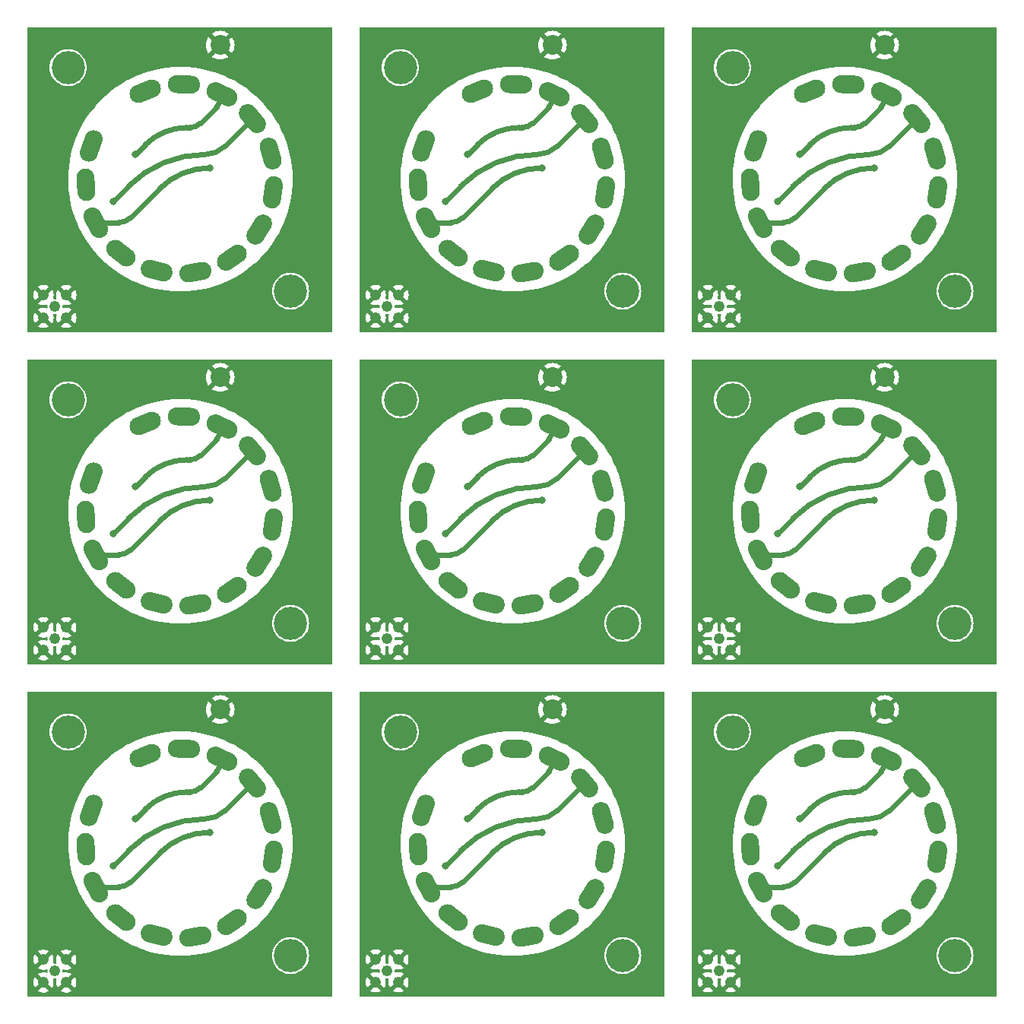
<source format=gbr>
%TF.GenerationSoftware,KiCad,Pcbnew,7.0.9*%
%TF.CreationDate,2024-10-30T14:50:37+01:00*%
%TF.ProjectId,panel,70616e65-6c2e-46b6-9963-61645f706362,rev?*%
%TF.SameCoordinates,Original*%
%TF.FileFunction,Copper,L2,Bot*%
%TF.FilePolarity,Positive*%
%FSLAX46Y46*%
G04 Gerber Fmt 4.6, Leading zero omitted, Abs format (unit mm)*
G04 Created by KiCad (PCBNEW 7.0.9) date 2024-10-30 14:50:37*
%MOMM*%
%LPD*%
G01*
G04 APERTURE LIST*
G04 Aperture macros list*
%AMHorizOval*
0 Thick line with rounded ends*
0 $1 width*
0 $2 $3 position (X,Y) of the first rounded end (center of the circle)*
0 $4 $5 position (X,Y) of the second rounded end (center of the circle)*
0 Add line between two ends*
20,1,$1,$2,$3,$4,$5,0*
0 Add two circle primitives to create the rounded ends*
1,1,$1,$2,$3*
1,1,$1,$4,$5*%
G04 Aperture macros list end*
%TA.AperFunction,ComponentPad*%
%ADD10C,2.200000*%
%TD*%
%TA.AperFunction,ComponentPad*%
%ADD11C,1.240000*%
%TD*%
%TA.AperFunction,ComponentPad*%
%ADD12HorizOval,2.000000X0.273616X0.751754X-0.273616X-0.751754X0*%
%TD*%
%TA.AperFunction,ComponentPad*%
%ADD13HorizOval,2.000000X-0.055805X0.798051X0.055805X-0.798051X0*%
%TD*%
%TA.AperFunction,ComponentPad*%
%ADD14HorizOval,2.000000X-0.375577X0.706358X0.375577X-0.706358X0*%
%TD*%
%TA.AperFunction,ComponentPad*%
%ADD15HorizOval,2.000000X-0.630409X0.492529X0.630409X-0.492529X0*%
%TD*%
%TA.AperFunction,ComponentPad*%
%ADD16HorizOval,2.000000X-0.776237X0.193538X0.776237X-0.193538X0*%
%TD*%
%TA.AperFunction,ComponentPad*%
%ADD17HorizOval,2.000000X-0.787846X-0.138919X0.787846X0.138919X0*%
%TD*%
%TA.AperFunction,ComponentPad*%
%ADD18HorizOval,2.000000X-0.663230X-0.447354X0.663230X0.447354X0*%
%TD*%
%TA.AperFunction,ComponentPad*%
%ADD19HorizOval,2.000000X-0.423935X-0.678438X0.423935X0.678438X0*%
%TD*%
%TA.AperFunction,ComponentPad*%
%ADD20HorizOval,2.000000X-0.111338X-0.792214X0.111338X0.792214X0*%
%TD*%
%TA.AperFunction,ComponentPad*%
%ADD21HorizOval,2.000000X0.220510X-0.769009X-0.220510X0.769009X0*%
%TD*%
%TA.AperFunction,ComponentPad*%
%ADD22HorizOval,2.000000X0.514230X-0.612836X-0.514230X0.612836X0*%
%TD*%
%TA.AperFunction,ComponentPad*%
%ADD23HorizOval,2.000000X0.719035X-0.350697X-0.719035X0.350697X0*%
%TD*%
%TA.AperFunction,ComponentPad*%
%ADD24HorizOval,2.000000X0.799513X-0.027920X-0.799513X0.027920X0*%
%TD*%
%TA.AperFunction,ComponentPad*%
%ADD25HorizOval,2.000000X0.741747X0.299685X-0.741747X-0.299685X0*%
%TD*%
%TA.AperFunction,ComponentPad*%
%ADD26C,3.700000*%
%TD*%
%TA.AperFunction,ViaPad*%
%ADD27C,0.800000*%
%TD*%
%TA.AperFunction,Conductor*%
%ADD28C,0.600000*%
%TD*%
G04 APERTURE END LIST*
D10*
%TO.P,HV_GND,1*%
%TO.N,Board_0-GND*%
X200997975Y-106998200D03*
%TD*%
%TO.P,HV_GND,1*%
%TO.N,Board_0-GND*%
X163997975Y-106998200D03*
%TD*%
%TO.P,HV_GND,1*%
%TO.N,Board_0-GND*%
X126997975Y-107000000D03*
%TD*%
%TO.P,HV_GND,1*%
%TO.N,Board_0-GND*%
X200997975Y-69998200D03*
%TD*%
%TO.P,HV_GND,1*%
%TO.N,Board_0-GND*%
X163997975Y-69998200D03*
%TD*%
%TO.P,HV_GND,1*%
%TO.N,Board_0-GND*%
X126997975Y-70000000D03*
%TD*%
%TO.P,HV_GND,1*%
%TO.N,Board_0-GND*%
X200999775Y-32998200D03*
%TD*%
%TO.P,HV_GND,1*%
%TO.N,Board_0-GND*%
X163999775Y-32998200D03*
%TD*%
%TO.P,HV_GND,1*%
%TO.N,Board_0-GND*%
X126999775Y-33000000D03*
%TD*%
D11*
%TO.P,OUT,2*%
%TO.N,Board_0-GND*%
X144324975Y-134841400D03*
X144324975Y-137381400D03*
X146864975Y-134841400D03*
X146864975Y-137381400D03*
%TO.P,OUT,1*%
%TO.N,Board_7-Net-(J1-In)*%
X145594975Y-136111400D03*
%TD*%
%TO.P,OUT,2*%
%TO.N,Board_0-GND*%
X107324975Y-134843200D03*
X107324975Y-137383200D03*
X109864975Y-134843200D03*
X109864975Y-137383200D03*
%TO.P,OUT,1*%
%TO.N,Board_6-Net-(J1-In)*%
X108594975Y-136113200D03*
%TD*%
%TO.P,OUT,1*%
%TO.N,Board_8-Net-(J1-In)*%
X182594975Y-136111400D03*
%TO.P,OUT,2*%
%TO.N,Board_0-GND*%
X183864975Y-137381400D03*
X183864975Y-134841400D03*
X181324975Y-137381400D03*
X181324975Y-134841400D03*
%TD*%
%TO.P,OUT,2*%
%TO.N,Board_0-GND*%
X144324975Y-97841400D03*
X144324975Y-100381400D03*
X146864975Y-97841400D03*
X146864975Y-100381400D03*
%TO.P,OUT,1*%
%TO.N,Board_4-Net-(J1-In)*%
X145594975Y-99111400D03*
%TD*%
%TO.P,OUT,2*%
%TO.N,Board_0-GND*%
X107324975Y-97843200D03*
X107324975Y-100383200D03*
X109864975Y-97843200D03*
X109864975Y-100383200D03*
%TO.P,OUT,1*%
%TO.N,Board_3-Net-(J1-In)*%
X108594975Y-99113200D03*
%TD*%
%TO.P,OUT,1*%
%TO.N,Board_5-Net-(J1-In)*%
X182594975Y-99111400D03*
%TO.P,OUT,2*%
%TO.N,Board_0-GND*%
X183864975Y-100381400D03*
X183864975Y-97841400D03*
X181324975Y-100381400D03*
X181324975Y-97841400D03*
%TD*%
%TO.P,OUT,1*%
%TO.N,Board_2-Net-(J1-In)*%
X182596775Y-62111400D03*
%TO.P,OUT,2*%
%TO.N,Board_0-GND*%
X183866775Y-63381400D03*
X183866775Y-60841400D03*
X181326775Y-63381400D03*
X181326775Y-60841400D03*
%TD*%
%TO.P,OUT,2*%
%TO.N,Board_0-GND*%
X144326775Y-60841400D03*
X144326775Y-63381400D03*
X146866775Y-60841400D03*
X146866775Y-63381400D03*
%TO.P,OUT,1*%
%TO.N,Board_1-Net-(J1-In)*%
X145596775Y-62111400D03*
%TD*%
%TO.P,OUT,2*%
%TO.N,Board_0-GND*%
X107326775Y-60843200D03*
X107326775Y-63383200D03*
X109866775Y-60843200D03*
X109866775Y-63383200D03*
%TO.P,OUT,1*%
%TO.N,Board_0-Net-(J1-In)*%
X108596775Y-62113200D03*
%TD*%
D12*
%TO.P,U1x3,14,Dy2*%
%TO.N,Board_2-Net-(U1-Dy2)*%
X186650492Y-44221491D03*
D13*
%TO.P,U1x3,13,Dy4*%
%TO.N,Board_2-Net-(U1-Dy4)*%
X186011789Y-48546643D03*
D14*
%TO.P,U1x3,12,Dy6*%
%TO.N,Board_2-Net-(U1-Dy6)*%
X187187510Y-52757658D03*
D15*
%TO.P,U1x3,11,Dy8*%
%TO.N,Board_2-Net-(U1-Dy8)*%
X189974348Y-56126395D03*
D16*
%TO.P,U1x3,10,Dy10*%
%TO.N,Board_2-Net-(U1-Dy10)*%
X193890456Y-58070381D03*
D17*
%TO.P,U1x3,9*%
%TO.N,N/C*%
X198258681Y-58253482D03*
D18*
%TO.P,U1x3,8*%
X202323728Y-56644029D03*
D19*
%TO.P,U1x3,7,A*%
%TO.N,Board_2-Net-(J1-In)*%
X205382708Y-53520318D03*
D20*
%TO.P,U1x3,6,Dy9*%
%TO.N,Board_2-Net-(U1-Dy9)*%
X206906703Y-49422472D03*
D21*
%TO.P,U1x3,5,Dy7*%
%TO.N,Board_2-Net-(U1-Dy7)*%
X206632186Y-45059035D03*
D22*
%TO.P,U1x3,4,Dy5*%
%TO.N,Board_2-Net-(U1-Dy5)*%
X204606657Y-41184491D03*
D23*
%TO.P,U1x3,3,Dy3*%
%TO.N,Board_2-Net-(U1-Dy3)*%
X201180304Y-38468785D03*
D24*
%TO.P,U1x3,2,Dy1*%
%TO.N,Board_2-Net-(U1-Dy1)*%
X196945601Y-37381483D03*
D25*
%TO.P,U1x3,1,K*%
%TO.N,Board_0--HV*%
X192634757Y-38110592D03*
D26*
%TO.P,U1x3,*%
%TO.N,*%
X208852648Y-60384485D03*
X184062646Y-35494488D03*
%TD*%
D12*
%TO.P,U2x3,14,Dy2*%
%TO.N,Board_5-Net-(U1-Dy2)*%
X186648692Y-81221641D03*
D13*
%TO.P,U2x3,13,Dy4*%
%TO.N,Board_5-Net-(U1-Dy4)*%
X186009989Y-85546793D03*
D14*
%TO.P,U2x3,12,Dy6*%
%TO.N,Board_5-Net-(U1-Dy6)*%
X187185710Y-89757808D03*
D15*
%TO.P,U2x3,11,Dy8*%
%TO.N,Board_5-Net-(U1-Dy8)*%
X189972548Y-93126545D03*
D16*
%TO.P,U2x3,10,Dy10*%
%TO.N,Board_5-Net-(U1-Dy10)*%
X193888656Y-95070531D03*
D17*
%TO.P,U2x3,9*%
%TO.N,N/C*%
X198256881Y-95253632D03*
D18*
%TO.P,U2x3,8*%
X202321928Y-93644179D03*
D19*
%TO.P,U2x3,7,A*%
%TO.N,Board_5-Net-(J1-In)*%
X205380908Y-90520468D03*
D20*
%TO.P,U2x3,6,Dy9*%
%TO.N,Board_5-Net-(U1-Dy9)*%
X206904903Y-86422622D03*
D21*
%TO.P,U2x3,5,Dy7*%
%TO.N,Board_5-Net-(U1-Dy7)*%
X206630386Y-82059185D03*
D22*
%TO.P,U2x3,4,Dy5*%
%TO.N,Board_5-Net-(U1-Dy5)*%
X204604857Y-78184641D03*
D23*
%TO.P,U2x3,3,Dy3*%
%TO.N,Board_5-Net-(U1-Dy3)*%
X201178504Y-75468935D03*
D24*
%TO.P,U2x3,2,Dy1*%
%TO.N,Board_5-Net-(U1-Dy1)*%
X196943801Y-74381633D03*
D25*
%TO.P,U2x3,1,K*%
%TO.N,Board_1--HV*%
X192632957Y-75110742D03*
D26*
%TO.P,U2x3,*%
%TO.N,*%
X208850848Y-97384635D03*
X184060846Y-72494638D03*
%TD*%
D12*
%TO.P,U3x3,14,Dy2*%
%TO.N,Board_8-Net-(U1-Dy2)*%
X186648692Y-118221791D03*
D13*
%TO.P,U3x3,13,Dy4*%
%TO.N,Board_8-Net-(U1-Dy4)*%
X186009989Y-122546943D03*
D14*
%TO.P,U3x3,12,Dy6*%
%TO.N,Board_8-Net-(U1-Dy6)*%
X187185710Y-126757958D03*
D15*
%TO.P,U3x3,11,Dy8*%
%TO.N,Board_8-Net-(U1-Dy8)*%
X189972548Y-130126695D03*
D16*
%TO.P,U3x3,10,Dy10*%
%TO.N,Board_8-Net-(U1-Dy10)*%
X193888656Y-132070681D03*
D17*
%TO.P,U3x3,9*%
%TO.N,N/C*%
X198256881Y-132253782D03*
D18*
%TO.P,U3x3,8*%
X202321928Y-130644329D03*
D19*
%TO.P,U3x3,7,A*%
%TO.N,Board_8-Net-(J1-In)*%
X205380908Y-127520618D03*
D20*
%TO.P,U3x3,6,Dy9*%
%TO.N,Board_8-Net-(U1-Dy9)*%
X206904903Y-123422772D03*
D21*
%TO.P,U3x3,5,Dy7*%
%TO.N,Board_8-Net-(U1-Dy7)*%
X206630386Y-119059335D03*
D22*
%TO.P,U3x3,4,Dy5*%
%TO.N,Board_8-Net-(U1-Dy5)*%
X204604857Y-115184791D03*
D23*
%TO.P,U3x3,3,Dy3*%
%TO.N,Board_8-Net-(U1-Dy3)*%
X201178504Y-112469085D03*
D24*
%TO.P,U3x3,2,Dy1*%
%TO.N,Board_8-Net-(U1-Dy1)*%
X196943801Y-111381783D03*
D25*
%TO.P,U3x3,1,K*%
%TO.N,Board_2--HV*%
X192632957Y-112110892D03*
D26*
%TO.P,U3x3,*%
%TO.N,*%
X208850848Y-134384785D03*
X184060846Y-109494788D03*
%TD*%
%TO.P,U2x2,*%
%TO.N,*%
X147060696Y-72494638D03*
X171850698Y-97384635D03*
D25*
%TO.P,U2x2,1,K*%
%TO.N,Board_1--HV*%
X155632807Y-75110742D03*
D24*
%TO.P,U2x2,2,Dy1*%
%TO.N,Board_4-Net-(U1-Dy1)*%
X159943651Y-74381633D03*
D23*
%TO.P,U2x2,3,Dy3*%
%TO.N,Board_4-Net-(U1-Dy3)*%
X164178354Y-75468935D03*
D22*
%TO.P,U2x2,4,Dy5*%
%TO.N,Board_4-Net-(U1-Dy5)*%
X167604707Y-78184641D03*
D21*
%TO.P,U2x2,5,Dy7*%
%TO.N,Board_4-Net-(U1-Dy7)*%
X169630236Y-82059185D03*
D20*
%TO.P,U2x2,6,Dy9*%
%TO.N,Board_4-Net-(U1-Dy9)*%
X169904753Y-86422622D03*
D19*
%TO.P,U2x2,7,A*%
%TO.N,Board_4-Net-(J1-In)*%
X168380758Y-90520468D03*
D18*
%TO.P,U2x2,8*%
%TO.N,N/C*%
X165321778Y-93644179D03*
D17*
%TO.P,U2x2,9*%
X161256731Y-95253632D03*
D16*
%TO.P,U2x2,10,Dy10*%
%TO.N,Board_4-Net-(U1-Dy10)*%
X156888506Y-95070531D03*
D15*
%TO.P,U2x2,11,Dy8*%
%TO.N,Board_4-Net-(U1-Dy8)*%
X152972398Y-93126545D03*
D14*
%TO.P,U2x2,12,Dy6*%
%TO.N,Board_4-Net-(U1-Dy6)*%
X150185560Y-89757808D03*
D13*
%TO.P,U2x2,13,Dy4*%
%TO.N,Board_4-Net-(U1-Dy4)*%
X149009839Y-85546793D03*
D12*
%TO.P,U2x2,14,Dy2*%
%TO.N,Board_4-Net-(U1-Dy2)*%
X149648542Y-81221641D03*
%TD*%
D26*
%TO.P,U2x1,*%
%TO.N,*%
X110060546Y-72496438D03*
X134850548Y-97386435D03*
D25*
%TO.P,U2x1,1,K*%
%TO.N,Board_1--HV*%
X118632657Y-75112542D03*
D24*
%TO.P,U2x1,2,Dy1*%
%TO.N,Board_3-Net-(U1-Dy1)*%
X122943501Y-74383433D03*
D23*
%TO.P,U2x1,3,Dy3*%
%TO.N,Board_3-Net-(U1-Dy3)*%
X127178204Y-75470735D03*
D22*
%TO.P,U2x1,4,Dy5*%
%TO.N,Board_3-Net-(U1-Dy5)*%
X130604557Y-78186441D03*
D21*
%TO.P,U2x1,5,Dy7*%
%TO.N,Board_3-Net-(U1-Dy7)*%
X132630086Y-82060985D03*
D20*
%TO.P,U2x1,6,Dy9*%
%TO.N,Board_3-Net-(U1-Dy9)*%
X132904603Y-86424422D03*
D19*
%TO.P,U2x1,7,A*%
%TO.N,Board_3-Net-(J1-In)*%
X131380608Y-90522268D03*
D18*
%TO.P,U2x1,8*%
%TO.N,N/C*%
X128321628Y-93645979D03*
D17*
%TO.P,U2x1,9*%
X124256581Y-95255432D03*
D16*
%TO.P,U2x1,10,Dy10*%
%TO.N,Board_3-Net-(U1-Dy10)*%
X119888356Y-95072331D03*
D15*
%TO.P,U2x1,11,Dy8*%
%TO.N,Board_3-Net-(U1-Dy8)*%
X115972248Y-93128345D03*
D14*
%TO.P,U2x1,12,Dy6*%
%TO.N,Board_3-Net-(U1-Dy6)*%
X113185410Y-89759608D03*
D13*
%TO.P,U2x1,13,Dy4*%
%TO.N,Board_3-Net-(U1-Dy4)*%
X112009689Y-85548593D03*
D12*
%TO.P,U2x1,14,Dy2*%
%TO.N,Board_3-Net-(U1-Dy2)*%
X112648392Y-81223441D03*
%TD*%
D26*
%TO.P,U3x1,*%
%TO.N,*%
X110060546Y-109496588D03*
X134850548Y-134386585D03*
D25*
%TO.P,U3x1,1,K*%
%TO.N,Board_2--HV*%
X118632657Y-112112692D03*
D24*
%TO.P,U3x1,2,Dy1*%
%TO.N,Board_6-Net-(U1-Dy1)*%
X122943501Y-111383583D03*
D23*
%TO.P,U3x1,3,Dy3*%
%TO.N,Board_6-Net-(U1-Dy3)*%
X127178204Y-112470885D03*
D22*
%TO.P,U3x1,4,Dy5*%
%TO.N,Board_6-Net-(U1-Dy5)*%
X130604557Y-115186591D03*
D21*
%TO.P,U3x1,5,Dy7*%
%TO.N,Board_6-Net-(U1-Dy7)*%
X132630086Y-119061135D03*
D20*
%TO.P,U3x1,6,Dy9*%
%TO.N,Board_6-Net-(U1-Dy9)*%
X132904603Y-123424572D03*
D19*
%TO.P,U3x1,7,A*%
%TO.N,Board_6-Net-(J1-In)*%
X131380608Y-127522418D03*
D18*
%TO.P,U3x1,8*%
%TO.N,N/C*%
X128321628Y-130646129D03*
D17*
%TO.P,U3x1,9*%
X124256581Y-132255582D03*
D16*
%TO.P,U3x1,10,Dy10*%
%TO.N,Board_6-Net-(U1-Dy10)*%
X119888356Y-132072481D03*
D15*
%TO.P,U3x1,11,Dy8*%
%TO.N,Board_6-Net-(U1-Dy8)*%
X115972248Y-130128495D03*
D14*
%TO.P,U3x1,12,Dy6*%
%TO.N,Board_6-Net-(U1-Dy6)*%
X113185410Y-126759758D03*
D13*
%TO.P,U3x1,13,Dy4*%
%TO.N,Board_6-Net-(U1-Dy4)*%
X112009689Y-122548743D03*
D12*
%TO.P,U3x1,14,Dy2*%
%TO.N,Board_6-Net-(U1-Dy2)*%
X112648392Y-118223591D03*
%TD*%
D26*
%TO.P,U1x1,*%
%TO.N,*%
X110062346Y-35496288D03*
X134852348Y-60386285D03*
D25*
%TO.P,U1x1,1,K*%
%TO.N,Board_0--HV*%
X118634457Y-38112392D03*
D24*
%TO.P,U1x1,2,Dy1*%
%TO.N,Board_0-Net-(U1-Dy1)*%
X122945301Y-37383283D03*
D23*
%TO.P,U1x1,3,Dy3*%
%TO.N,Board_0-Net-(U1-Dy3)*%
X127180004Y-38470585D03*
D22*
%TO.P,U1x1,4,Dy5*%
%TO.N,Board_0-Net-(U1-Dy5)*%
X130606357Y-41186291D03*
D21*
%TO.P,U1x1,5,Dy7*%
%TO.N,Board_0-Net-(U1-Dy7)*%
X132631886Y-45060835D03*
D20*
%TO.P,U1x1,6,Dy9*%
%TO.N,Board_0-Net-(U1-Dy9)*%
X132906403Y-49424272D03*
D19*
%TO.P,U1x1,7,A*%
%TO.N,Board_0-Net-(J1-In)*%
X131382408Y-53522118D03*
D18*
%TO.P,U1x1,8*%
%TO.N,N/C*%
X128323428Y-56645829D03*
D17*
%TO.P,U1x1,9*%
X124258381Y-58255282D03*
D16*
%TO.P,U1x1,10,Dy10*%
%TO.N,Board_0-Net-(U1-Dy10)*%
X119890156Y-58072181D03*
D15*
%TO.P,U1x1,11,Dy8*%
%TO.N,Board_0-Net-(U1-Dy8)*%
X115974048Y-56128195D03*
D14*
%TO.P,U1x1,12,Dy6*%
%TO.N,Board_0-Net-(U1-Dy6)*%
X113187210Y-52759458D03*
D13*
%TO.P,U1x1,13,Dy4*%
%TO.N,Board_0-Net-(U1-Dy4)*%
X112011489Y-48548443D03*
D12*
%TO.P,U1x1,14,Dy2*%
%TO.N,Board_0-Net-(U1-Dy2)*%
X112650192Y-44223291D03*
%TD*%
D26*
%TO.P,U1x2,*%
%TO.N,*%
X147062496Y-35494488D03*
X171852498Y-60384485D03*
D25*
%TO.P,U1x2,1,K*%
%TO.N,Board_0--HV*%
X155634607Y-38110592D03*
D24*
%TO.P,U1x2,2,Dy1*%
%TO.N,Board_1-Net-(U1-Dy1)*%
X159945451Y-37381483D03*
D23*
%TO.P,U1x2,3,Dy3*%
%TO.N,Board_1-Net-(U1-Dy3)*%
X164180154Y-38468785D03*
D22*
%TO.P,U1x2,4,Dy5*%
%TO.N,Board_1-Net-(U1-Dy5)*%
X167606507Y-41184491D03*
D21*
%TO.P,U1x2,5,Dy7*%
%TO.N,Board_1-Net-(U1-Dy7)*%
X169632036Y-45059035D03*
D20*
%TO.P,U1x2,6,Dy9*%
%TO.N,Board_1-Net-(U1-Dy9)*%
X169906553Y-49422472D03*
D19*
%TO.P,U1x2,7,A*%
%TO.N,Board_1-Net-(J1-In)*%
X168382558Y-53520318D03*
D18*
%TO.P,U1x2,8*%
%TO.N,N/C*%
X165323578Y-56644029D03*
D17*
%TO.P,U1x2,9*%
X161258531Y-58253482D03*
D16*
%TO.P,U1x2,10,Dy10*%
%TO.N,Board_1-Net-(U1-Dy10)*%
X156890306Y-58070381D03*
D15*
%TO.P,U1x2,11,Dy8*%
%TO.N,Board_1-Net-(U1-Dy8)*%
X152974198Y-56126395D03*
D14*
%TO.P,U1x2,12,Dy6*%
%TO.N,Board_1-Net-(U1-Dy6)*%
X150187360Y-52757658D03*
D13*
%TO.P,U1x2,13,Dy4*%
%TO.N,Board_1-Net-(U1-Dy4)*%
X149011639Y-48546643D03*
D12*
%TO.P,U1x2,14,Dy2*%
%TO.N,Board_1-Net-(U1-Dy2)*%
X149650342Y-44221491D03*
%TD*%
D26*
%TO.P,U3x2,*%
%TO.N,*%
X147060696Y-109494788D03*
X171850698Y-134384785D03*
D25*
%TO.P,U3x2,1,K*%
%TO.N,Board_2--HV*%
X155632807Y-112110892D03*
D24*
%TO.P,U3x2,2,Dy1*%
%TO.N,Board_7-Net-(U1-Dy1)*%
X159943651Y-111381783D03*
D23*
%TO.P,U3x2,3,Dy3*%
%TO.N,Board_7-Net-(U1-Dy3)*%
X164178354Y-112469085D03*
D22*
%TO.P,U3x2,4,Dy5*%
%TO.N,Board_7-Net-(U1-Dy5)*%
X167604707Y-115184791D03*
D21*
%TO.P,U3x2,5,Dy7*%
%TO.N,Board_7-Net-(U1-Dy7)*%
X169630236Y-119059335D03*
D20*
%TO.P,U3x2,6,Dy9*%
%TO.N,Board_7-Net-(U1-Dy9)*%
X169904753Y-123422772D03*
D19*
%TO.P,U3x2,7,A*%
%TO.N,Board_7-Net-(J1-In)*%
X168380758Y-127520618D03*
D18*
%TO.P,U3x2,8*%
%TO.N,N/C*%
X165321778Y-130644329D03*
D17*
%TO.P,U3x2,9*%
X161256731Y-132253782D03*
D16*
%TO.P,U3x2,10,Dy10*%
%TO.N,Board_7-Net-(U1-Dy10)*%
X156888506Y-132070681D03*
D15*
%TO.P,U3x2,11,Dy8*%
%TO.N,Board_7-Net-(U1-Dy8)*%
X152972398Y-130126695D03*
D14*
%TO.P,U3x2,12,Dy6*%
%TO.N,Board_7-Net-(U1-Dy6)*%
X150185560Y-126757958D03*
D13*
%TO.P,U3x2,13,Dy4*%
%TO.N,Board_7-Net-(U1-Dy4)*%
X149009839Y-122546943D03*
D12*
%TO.P,U3x2,14,Dy2*%
%TO.N,Board_7-Net-(U1-Dy2)*%
X149648542Y-118221791D03*
%TD*%
D27*
%TO.N,Board_0-GND*%
X192662375Y-99408000D03*
X191749793Y-62593991D03*
X155160335Y-62422715D03*
X118145375Y-136325400D03*
X155137175Y-136273200D03*
X192179775Y-136399800D03*
X118121765Y-62265605D03*
X155645175Y-99541500D03*
X118119975Y-99308200D03*
%TO.N,Board_0-Net-(U1-Dy3)*%
X117574925Y-45175002D03*
%TO.N,Board_0-Net-(U1-Dy5)*%
X115074925Y-50425002D03*
%TO.N,Board_0-Net-(U1-Dy6)*%
X125824925Y-46675002D03*
%TO.N,Board_1-Net-(U1-Dy3)*%
X154575075Y-45173202D03*
%TO.N,Board_1-Net-(U1-Dy5)*%
X152075075Y-50423202D03*
%TO.N,Board_1-Net-(U1-Dy6)*%
X162825075Y-46673202D03*
%TO.N,Board_2-Net-(U1-Dy3)*%
X191575225Y-45173202D03*
%TO.N,Board_2-Net-(U1-Dy5)*%
X189075225Y-50423202D03*
%TO.N,Board_2-Net-(U1-Dy6)*%
X199825225Y-46673202D03*
%TO.N,Board_3-Net-(U1-Dy3)*%
X117573125Y-82175152D03*
%TO.N,Board_3-Net-(U1-Dy5)*%
X115073125Y-87425152D03*
%TO.N,Board_3-Net-(U1-Dy6)*%
X125823125Y-83675152D03*
%TO.N,Board_4-Net-(U1-Dy3)*%
X154573275Y-82173352D03*
%TO.N,Board_4-Net-(U1-Dy5)*%
X152073275Y-87423352D03*
%TO.N,Board_4-Net-(U1-Dy6)*%
X162823275Y-83673352D03*
%TO.N,Board_5-Net-(U1-Dy3)*%
X191573425Y-82173352D03*
%TO.N,Board_5-Net-(U1-Dy5)*%
X189073425Y-87423352D03*
%TO.N,Board_5-Net-(U1-Dy6)*%
X199823425Y-83673352D03*
%TO.N,Board_6-Net-(U1-Dy3)*%
X117573125Y-119175302D03*
%TO.N,Board_6-Net-(U1-Dy5)*%
X115073125Y-124425302D03*
%TO.N,Board_6-Net-(U1-Dy6)*%
X125823125Y-120675302D03*
%TO.N,Board_7-Net-(U1-Dy3)*%
X154573275Y-119173502D03*
%TO.N,Board_7-Net-(U1-Dy5)*%
X152073275Y-124423502D03*
%TO.N,Board_7-Net-(U1-Dy6)*%
X162823275Y-120673502D03*
%TO.N,Board_8-Net-(U1-Dy3)*%
X191573425Y-119173502D03*
%TO.N,Board_8-Net-(U1-Dy5)*%
X189073425Y-124423502D03*
%TO.N,Board_8-Net-(U1-Dy6)*%
X199823425Y-120673502D03*
%TD*%
D28*
%TO.N,Board_0--HV*%
X192634757Y-38110592D02*
X192134376Y-38110592D01*
%TO.N,Board_0-Net-(U1-Dy3)*%
X117574925Y-45175002D02*
X118630381Y-44119546D01*
X124824925Y-41675002D02*
X126579431Y-39920496D01*
X123324925Y-42175002D02*
X123617819Y-42175002D01*
X123617819Y-42175016D02*
G75*
G03*
X124824925Y-41675002I-19J1707116D01*
G01*
X123324925Y-42175023D02*
G75*
G03*
X118630381Y-44119546I-25J-6639077D01*
G01*
X126579443Y-39920508D02*
G75*
G03*
X127180004Y-38470585I-1449943J1449908D01*
G01*
%TO.N,Board_0-Net-(U1-Dy5)*%
X115074925Y-50425002D02*
X116789391Y-48710536D01*
X127531715Y-44260933D02*
X130606357Y-41186291D01*
X125324925Y-45174979D02*
G75*
G03*
X127531715Y-44260933I75J3120779D01*
G01*
X125324925Y-45175029D02*
G75*
G03*
X116789391Y-48710536I-25J-12071071D01*
G01*
%TO.N,Board_0-Net-(U1-Dy6)*%
X113187210Y-52759458D02*
X115663924Y-52759458D01*
X117074925Y-52175002D02*
X120276853Y-48973074D01*
X115663924Y-52759474D02*
G75*
G03*
X117074925Y-52175002I-24J1995474D01*
G01*
X125824925Y-46674992D02*
G75*
G03*
X120276853Y-48973074I-25J-7846108D01*
G01*
%TO.N,Board_1--HV*%
X118132201Y-74612086D02*
X118632657Y-75112542D01*
X155132351Y-74610286D02*
X155632807Y-75110742D01*
%TO.N,Board_1-Net-(U1-Dy3)*%
X154575075Y-45173202D02*
X155630531Y-44117746D01*
X160325075Y-42173202D02*
X160617969Y-42173202D01*
X161825075Y-41673202D02*
X163579581Y-39918696D01*
X160325075Y-42173188D02*
G75*
G03*
X155630531Y-44117746I25J-6639112D01*
G01*
X163579582Y-39918697D02*
G75*
G03*
X164180154Y-38468785I-1449882J1449897D01*
G01*
X160617969Y-42173180D02*
G75*
G03*
X161825074Y-41673201I31J1707080D01*
G01*
%TO.N,Board_1-Net-(U1-Dy5)*%
X152075075Y-50423202D02*
X153789541Y-48708736D01*
X164531888Y-44259110D02*
X167606507Y-41184491D01*
X162325075Y-45173194D02*
G75*
G03*
X153789542Y-48708737I25J-12071106D01*
G01*
X162325075Y-45173185D02*
G75*
G03*
X164531888Y-44259110I25J3120885D01*
G01*
%TO.N,Board_1-Net-(U1-Dy6)*%
X150187360Y-52757658D02*
X152664074Y-52757658D01*
X154075075Y-52173202D02*
X157276978Y-48971299D01*
X162825075Y-46673186D02*
G75*
G03*
X157276978Y-48971299I25J-7846214D01*
G01*
X152664074Y-52757639D02*
G75*
G03*
X154075075Y-52173202I26J1995439D01*
G01*
%TO.N,Board_2--HV*%
X155632807Y-112110892D02*
X154430254Y-112110892D01*
X191577203Y-112548190D02*
G75*
G03*
X192632957Y-112110892I-3J1493090D01*
G01*
%TO.N,Board_2-Net-(U1-Dy3)*%
X198825225Y-41673202D02*
X200579731Y-39918696D01*
X191575225Y-45173202D02*
X192630681Y-44117746D01*
X197325225Y-42173202D02*
X197618119Y-42173202D01*
X197618119Y-42173216D02*
G75*
G03*
X198825225Y-41673202I-19J1707116D01*
G01*
X200579743Y-39918708D02*
G75*
G03*
X201180304Y-38468785I-1449943J1449908D01*
G01*
X197325225Y-42173223D02*
G75*
G03*
X192630681Y-44117746I-25J-6639077D01*
G01*
%TO.N,Board_2-Net-(U1-Dy5)*%
X189075225Y-50423202D02*
X190789691Y-48708736D01*
X201532038Y-44259110D02*
X204606657Y-41184491D01*
X199325225Y-45173229D02*
G75*
G03*
X190789691Y-48708736I-25J-12071071D01*
G01*
X199325225Y-45173220D02*
G75*
G03*
X201532038Y-44259110I-25J3120920D01*
G01*
%TO.N,Board_2-Net-(U1-Dy6)*%
X187187510Y-52757658D02*
X189664224Y-52757658D01*
X191075225Y-52173202D02*
X194277128Y-48971299D01*
X189664224Y-52757674D02*
G75*
G03*
X191075225Y-52173202I-24J1995474D01*
G01*
X199825225Y-46673221D02*
G75*
G03*
X194277128Y-48971299I-25J-7846179D01*
G01*
%TO.N,Board_3-Net-(U1-Dy3)*%
X123323125Y-79175152D02*
X123616019Y-79175152D01*
X117573125Y-82175152D02*
X118628581Y-81119696D01*
X124823125Y-78675152D02*
X126577631Y-76920646D01*
X123323125Y-79175159D02*
G75*
G03*
X118628582Y-81119697I-25J-6639041D01*
G01*
X126577618Y-76920633D02*
G75*
G03*
X127178204Y-75470735I-1449918J1449933D01*
G01*
X123616019Y-79175151D02*
G75*
G03*
X124823125Y-78675152I-19J1707151D01*
G01*
%TO.N,Board_3-Net-(U1-Dy5)*%
X127529938Y-81261060D02*
X130604557Y-78186441D01*
X115073125Y-87425152D02*
X116787591Y-85710686D01*
X125323125Y-82175164D02*
G75*
G03*
X116787591Y-85710686I-25J-12071036D01*
G01*
X125323125Y-82175155D02*
G75*
G03*
X127529937Y-81261059I-25J3120955D01*
G01*
%TO.N,Board_3-Net-(U1-Dy6)*%
X117073125Y-89175152D02*
X120275028Y-85973249D01*
X113185410Y-89759608D02*
X115662124Y-89759608D01*
X125823125Y-83675157D02*
G75*
G03*
X120275029Y-85973250I-25J-7846143D01*
G01*
X115662124Y-89759639D02*
G75*
G03*
X117073125Y-89175152I-24J1995439D01*
G01*
%TO.N,Board_4-Net-(U1-Dy3)*%
X154573275Y-82173352D02*
X155628731Y-81117896D01*
X160323275Y-79173352D02*
X160616169Y-79173352D01*
X161823275Y-78673352D02*
X163577781Y-76918846D01*
X160616169Y-79173316D02*
G75*
G03*
X161823275Y-78673352I31J1707116D01*
G01*
X160323275Y-79173323D02*
G75*
G03*
X155628731Y-81117896I25J-6639077D01*
G01*
X163577757Y-76918822D02*
G75*
G03*
X164178354Y-75468935I-1449857J1449922D01*
G01*
%TO.N,Board_4-Net-(U1-Dy5)*%
X152073275Y-87423352D02*
X153787741Y-85708886D01*
X164530088Y-81259260D02*
X167604707Y-78184641D01*
X162323275Y-82173329D02*
G75*
G03*
X153787741Y-85708886I25J-12071071D01*
G01*
X162323275Y-82173320D02*
G75*
G03*
X164530088Y-81259260I25J3120920D01*
G01*
%TO.N,Board_4-Net-(U1-Dy6)*%
X150185560Y-89757808D02*
X152662274Y-89757808D01*
X154073275Y-89173352D02*
X157275178Y-85971449D01*
X162823275Y-83673321D02*
G75*
G03*
X157275178Y-85971449I25J-7846179D01*
G01*
X152662274Y-89757803D02*
G75*
G03*
X154073274Y-89173351I26J1995403D01*
G01*
%TO.N,Board_5-Net-(U1-Dy3)*%
X191573425Y-82173352D02*
X192628881Y-81117896D01*
X198823425Y-78673352D02*
X200577931Y-76918846D01*
X197323425Y-79173352D02*
X197616319Y-79173352D01*
X197323425Y-79173359D02*
G75*
G03*
X192628882Y-81117897I-25J-6639041D01*
G01*
X200577918Y-76918833D02*
G75*
G03*
X201178504Y-75468935I-1449918J1449933D01*
G01*
X197616319Y-79173351D02*
G75*
G03*
X198823425Y-78673352I-19J1707151D01*
G01*
%TO.N,Board_5-Net-(U1-Dy5)*%
X201530238Y-81259260D02*
X204604857Y-78184641D01*
X189073425Y-87423352D02*
X190787891Y-85708886D01*
X199323425Y-82173355D02*
G75*
G03*
X201530237Y-81259259I-25J3120955D01*
G01*
X199323425Y-82173364D02*
G75*
G03*
X190787891Y-85708886I-25J-12071036D01*
G01*
%TO.N,Board_5-Net-(U1-Dy6)*%
X187185710Y-89757808D02*
X189662424Y-89757808D01*
X191073425Y-89173352D02*
X194275328Y-85971449D01*
X189662424Y-89757839D02*
G75*
G03*
X191073425Y-89173352I-24J1995439D01*
G01*
X199823425Y-83673357D02*
G75*
G03*
X194275329Y-85971450I-25J-7846143D01*
G01*
%TO.N,Board_6-Net-(U1-Dy3)*%
X117573125Y-119175302D02*
X118628581Y-118119846D01*
X123323125Y-116175302D02*
X123616019Y-116175302D01*
X124823125Y-115675302D02*
X126577631Y-113920796D01*
X123323125Y-116175323D02*
G75*
G03*
X118628581Y-118119846I-25J-6639077D01*
G01*
X126577643Y-113920808D02*
G75*
G03*
X127178204Y-112470885I-1449943J1449908D01*
G01*
X123616019Y-116175316D02*
G75*
G03*
X124823125Y-115675302I-19J1707116D01*
G01*
%TO.N,Board_6-Net-(U1-Dy5)*%
X127529938Y-118261210D02*
X130604557Y-115186591D01*
X115073125Y-124425302D02*
X116787591Y-122710836D01*
X125323125Y-119175329D02*
G75*
G03*
X116787591Y-122710836I-25J-12071071D01*
G01*
X125323125Y-119175320D02*
G75*
G03*
X127529938Y-118261210I-25J3120920D01*
G01*
%TO.N,Board_6-Net-(U1-Dy6)*%
X113185410Y-126759758D02*
X115662124Y-126759758D01*
X117073125Y-126175302D02*
X120275028Y-122973399D01*
X125823125Y-120675321D02*
G75*
G03*
X120275028Y-122973399I-25J-7846179D01*
G01*
X115662124Y-126759774D02*
G75*
G03*
X117073125Y-126175302I-24J1995474D01*
G01*
%TO.N,Board_7-Net-(U1-Dy3)*%
X154573275Y-119173502D02*
X155628731Y-118118046D01*
X160323275Y-116173502D02*
X160616169Y-116173502D01*
X161823275Y-115673502D02*
X163577781Y-113918996D01*
X160323275Y-116173488D02*
G75*
G03*
X155628731Y-118118046I25J-6639112D01*
G01*
X160616169Y-116173480D02*
G75*
G03*
X161823274Y-115673501I31J1707080D01*
G01*
X163577782Y-113918997D02*
G75*
G03*
X164178354Y-112469085I-1449882J1449897D01*
G01*
%TO.N,Board_7-Net-(U1-Dy5)*%
X164530088Y-118259410D02*
X167604707Y-115184791D01*
X152073275Y-124423502D02*
X153787741Y-122709036D01*
X162323275Y-119173485D02*
G75*
G03*
X164530088Y-118259410I25J3120885D01*
G01*
X162323275Y-119173494D02*
G75*
G03*
X153787742Y-122709037I25J-12071106D01*
G01*
%TO.N,Board_7-Net-(U1-Dy6)*%
X150185560Y-126757958D02*
X152662274Y-126757958D01*
X154073275Y-126173502D02*
X157275178Y-122971599D01*
X162823275Y-120673486D02*
G75*
G03*
X157275178Y-122971599I25J-7846214D01*
G01*
X152662274Y-126757939D02*
G75*
G03*
X154073275Y-126173502I26J1995439D01*
G01*
%TO.N,Board_8-Net-(U1-Dy3)*%
X198823425Y-115673502D02*
X200577931Y-113918996D01*
X191573425Y-119173502D02*
X192628881Y-118118046D01*
X197323425Y-116173502D02*
X197616319Y-116173502D01*
X197616319Y-116173516D02*
G75*
G03*
X198823425Y-115673502I-19J1707116D01*
G01*
X197323425Y-116173523D02*
G75*
G03*
X192628881Y-118118046I-25J-6639077D01*
G01*
X200577943Y-113919008D02*
G75*
G03*
X201178504Y-112469085I-1449943J1449908D01*
G01*
%TO.N,Board_8-Net-(U1-Dy5)*%
X189073425Y-124423502D02*
X190787891Y-122709036D01*
X201530238Y-118259410D02*
X204604857Y-115184791D01*
X199323425Y-119173529D02*
G75*
G03*
X190787891Y-122709036I-25J-12071071D01*
G01*
X199323425Y-119173520D02*
G75*
G03*
X201530238Y-118259410I-25J3120920D01*
G01*
%TO.N,Board_8-Net-(U1-Dy6)*%
X191073425Y-126173502D02*
X194275328Y-122971599D01*
X187185710Y-126757958D02*
X189662424Y-126757958D01*
X199823425Y-120673521D02*
G75*
G03*
X194275328Y-122971599I-25J-7846179D01*
G01*
X189662424Y-126757974D02*
G75*
G03*
X191073425Y-126173502I-24J1995474D01*
G01*
%TD*%
%TA.AperFunction,Conductor*%
%TO.N,Board_0-GND*%
G36*
X139442814Y-31019685D02*
G01*
X139488569Y-31072489D01*
X139499775Y-31124000D01*
X139499775Y-64876000D01*
X139480090Y-64943039D01*
X139427286Y-64988794D01*
X139375775Y-65000000D01*
X105623775Y-65000000D01*
X105556736Y-64980315D01*
X105510981Y-64927511D01*
X105499775Y-64876000D01*
X105499775Y-63383200D01*
X106201977Y-63383200D01*
X106221128Y-63589876D01*
X106277933Y-63789527D01*
X106370448Y-63975323D01*
X106370456Y-63975336D01*
X106375029Y-63981391D01*
X106911340Y-63445080D01*
X106922352Y-63514605D01*
X106982753Y-63633147D01*
X107076828Y-63727222D01*
X107195370Y-63787623D01*
X107264893Y-63798634D01*
X106731560Y-64331967D01*
X106731560Y-64331968D01*
X106825400Y-64390072D01*
X106825409Y-64390077D01*
X107018961Y-64465059D01*
X107222994Y-64503200D01*
X107430556Y-64503200D01*
X107634588Y-64465059D01*
X107634589Y-64465059D01*
X107828145Y-64390075D01*
X107921989Y-64331968D01*
X107921989Y-64331967D01*
X107388656Y-63798634D01*
X107458180Y-63787623D01*
X107576722Y-63727222D01*
X107670797Y-63633147D01*
X107731198Y-63514605D01*
X107742209Y-63445080D01*
X108278519Y-63981390D01*
X108278520Y-63981390D01*
X108283099Y-63975327D01*
X108283101Y-63975324D01*
X108375615Y-63789530D01*
X108375616Y-63789529D01*
X108432421Y-63589876D01*
X108451573Y-63383200D01*
X108451573Y-63383199D01*
X108432421Y-63176519D01*
X108432420Y-63176516D01*
X108407733Y-63089748D01*
X108408320Y-63019881D01*
X108446587Y-62961422D01*
X108510384Y-62932932D01*
X108540879Y-62932594D01*
X108587286Y-62937822D01*
X108596774Y-62938892D01*
X108596775Y-62938892D01*
X108596776Y-62938892D01*
X108604886Y-62937978D01*
X108652667Y-62932594D01*
X108721487Y-62944648D01*
X108772867Y-62991996D01*
X108790492Y-63059606D01*
X108785817Y-63089747D01*
X108761128Y-63176521D01*
X108741977Y-63383199D01*
X108741977Y-63383200D01*
X108761128Y-63589876D01*
X108817933Y-63789527D01*
X108910448Y-63975323D01*
X108910456Y-63975336D01*
X108915029Y-63981391D01*
X109451340Y-63445080D01*
X109462352Y-63514605D01*
X109522753Y-63633147D01*
X109616828Y-63727222D01*
X109735370Y-63787623D01*
X109804893Y-63798634D01*
X109271560Y-64331967D01*
X109271560Y-64331968D01*
X109365400Y-64390072D01*
X109365409Y-64390077D01*
X109558961Y-64465059D01*
X109762994Y-64503200D01*
X109970556Y-64503200D01*
X110174588Y-64465059D01*
X110174589Y-64465059D01*
X110368145Y-64390075D01*
X110461989Y-64331968D01*
X110461989Y-64331967D01*
X109928656Y-63798634D01*
X109998180Y-63787623D01*
X110116722Y-63727222D01*
X110210797Y-63633147D01*
X110271198Y-63514605D01*
X110282209Y-63445081D01*
X110818519Y-63981390D01*
X110818520Y-63981390D01*
X110823099Y-63975327D01*
X110823101Y-63975324D01*
X110915615Y-63789530D01*
X110915616Y-63789529D01*
X110972421Y-63589876D01*
X110991573Y-63383200D01*
X110991573Y-63383199D01*
X110972421Y-63176523D01*
X110915616Y-62976870D01*
X110915615Y-62976869D01*
X110823103Y-62791079D01*
X110823099Y-62791073D01*
X110818519Y-62785008D01*
X110282209Y-63321318D01*
X110271198Y-63251795D01*
X110210797Y-63133253D01*
X110116722Y-63039178D01*
X109998180Y-62978777D01*
X109928656Y-62967765D01*
X110461989Y-62434431D01*
X110461988Y-62434429D01*
X110368149Y-62376326D01*
X110174588Y-62301340D01*
X109970556Y-62263200D01*
X109762993Y-62263200D01*
X109562648Y-62300650D01*
X109493133Y-62293619D01*
X109438455Y-62250121D01*
X109415973Y-62183967D01*
X109416644Y-62164876D01*
X109422467Y-62113200D01*
X109422467Y-62113198D01*
X109417081Y-62065398D01*
X109416644Y-62061521D01*
X109428698Y-61992701D01*
X109476046Y-61941321D01*
X109543657Y-61923696D01*
X109562649Y-61925749D01*
X109762994Y-61963200D01*
X109970556Y-61963200D01*
X110174588Y-61925059D01*
X110174589Y-61925059D01*
X110368145Y-61850075D01*
X110461989Y-61791968D01*
X110461989Y-61791967D01*
X109928656Y-61258634D01*
X109998180Y-61247623D01*
X110116722Y-61187222D01*
X110210797Y-61093147D01*
X110271198Y-60974605D01*
X110282209Y-60905081D01*
X110818519Y-61441390D01*
X110818520Y-61441390D01*
X110823099Y-61435327D01*
X110823101Y-61435324D01*
X110915615Y-61249530D01*
X110915616Y-61249529D01*
X110972421Y-61049876D01*
X110991573Y-60843200D01*
X110991573Y-60843199D01*
X110972421Y-60636523D01*
X110915616Y-60436870D01*
X110915615Y-60436869D01*
X110823103Y-60251079D01*
X110823099Y-60251073D01*
X110818519Y-60245008D01*
X110282209Y-60781318D01*
X110271198Y-60711795D01*
X110210797Y-60593253D01*
X110116722Y-60499178D01*
X109998180Y-60438777D01*
X109928656Y-60427765D01*
X110461989Y-59894431D01*
X110461988Y-59894429D01*
X110368149Y-59836326D01*
X110174588Y-59761340D01*
X109970556Y-59723200D01*
X109762994Y-59723200D01*
X109558961Y-59761340D01*
X109558960Y-59761340D01*
X109365409Y-59836321D01*
X109365408Y-59836322D01*
X109271559Y-59894431D01*
X109804894Y-60427765D01*
X109735370Y-60438777D01*
X109616828Y-60499178D01*
X109522753Y-60593253D01*
X109462352Y-60711795D01*
X109451340Y-60781318D01*
X108915029Y-60245007D01*
X108915028Y-60245008D01*
X108910454Y-60251066D01*
X108910450Y-60251072D01*
X108817933Y-60436872D01*
X108761128Y-60636523D01*
X108741977Y-60843199D01*
X108741977Y-60843200D01*
X108761128Y-61049878D01*
X108785817Y-61136652D01*
X108785229Y-61206519D01*
X108746962Y-61264978D01*
X108683164Y-61293467D01*
X108652667Y-61293805D01*
X108596779Y-61287508D01*
X108596771Y-61287508D01*
X108540881Y-61293805D01*
X108472059Y-61281750D01*
X108420680Y-61234401D01*
X108403056Y-61166791D01*
X108407732Y-61136650D01*
X108432421Y-61049879D01*
X108451573Y-60843200D01*
X108451573Y-60843199D01*
X108432421Y-60636523D01*
X108375616Y-60436870D01*
X108375615Y-60436869D01*
X108283103Y-60251079D01*
X108283099Y-60251073D01*
X108278519Y-60245008D01*
X107742209Y-60781317D01*
X107731198Y-60711795D01*
X107670797Y-60593253D01*
X107576722Y-60499178D01*
X107458180Y-60438777D01*
X107388656Y-60427765D01*
X107921989Y-59894431D01*
X107921988Y-59894429D01*
X107828149Y-59836326D01*
X107634588Y-59761340D01*
X107430556Y-59723200D01*
X107222994Y-59723200D01*
X107018961Y-59761340D01*
X107018960Y-59761340D01*
X106825409Y-59836321D01*
X106825408Y-59836322D01*
X106731559Y-59894431D01*
X107264894Y-60427765D01*
X107195370Y-60438777D01*
X107076828Y-60499178D01*
X106982753Y-60593253D01*
X106922352Y-60711795D01*
X106911340Y-60781318D01*
X106375029Y-60245007D01*
X106375028Y-60245008D01*
X106370454Y-60251066D01*
X106370450Y-60251072D01*
X106277933Y-60436872D01*
X106221128Y-60636523D01*
X106201977Y-60843199D01*
X106201977Y-60843200D01*
X106221128Y-61049876D01*
X106277933Y-61249527D01*
X106370448Y-61435323D01*
X106370456Y-61435336D01*
X106375029Y-61441391D01*
X106911340Y-60905080D01*
X106922352Y-60974605D01*
X106982753Y-61093147D01*
X107076828Y-61187222D01*
X107195370Y-61247623D01*
X107264892Y-61258634D01*
X106731560Y-61791967D01*
X106731560Y-61791968D01*
X106825400Y-61850072D01*
X106825409Y-61850077D01*
X107018961Y-61925059D01*
X107222994Y-61963200D01*
X107430556Y-61963200D01*
X107630900Y-61925749D01*
X107700415Y-61932780D01*
X107755094Y-61976278D01*
X107777576Y-62042431D01*
X107776905Y-62061521D01*
X107771083Y-62113195D01*
X107771083Y-62113204D01*
X107776905Y-62164878D01*
X107764850Y-62233700D01*
X107717501Y-62285079D01*
X107649891Y-62302703D01*
X107630901Y-62300650D01*
X107430557Y-62263200D01*
X107222994Y-62263200D01*
X107018961Y-62301340D01*
X107018960Y-62301340D01*
X106825409Y-62376321D01*
X106825408Y-62376322D01*
X106731559Y-62434431D01*
X107264893Y-62967765D01*
X107195370Y-62978777D01*
X107076828Y-63039178D01*
X106982753Y-63133253D01*
X106922352Y-63251795D01*
X106911340Y-63321318D01*
X106375029Y-62785007D01*
X106375028Y-62785008D01*
X106370454Y-62791066D01*
X106370450Y-62791072D01*
X106277933Y-62976872D01*
X106221128Y-63176523D01*
X106201977Y-63383199D01*
X106201977Y-63383200D01*
X105499775Y-63383200D01*
X105499775Y-47925002D01*
X110074925Y-47925002D01*
X110094590Y-48625883D01*
X110142720Y-49196498D01*
X110153523Y-49324567D01*
X110163077Y-49392238D01*
X110251537Y-50018830D01*
X110388326Y-50706514D01*
X110563458Y-51385446D01*
X110776383Y-52053490D01*
X110901407Y-52381017D01*
X111026432Y-52708549D01*
X111026432Y-52708550D01*
X111312815Y-53348553D01*
X111634627Y-53971479D01*
X111990874Y-54575404D01*
X111990874Y-54575405D01*
X112380414Y-55158393D01*
X112802032Y-55718627D01*
X113024592Y-55982190D01*
X113254398Y-56254334D01*
X113736090Y-56763837D01*
X114245593Y-57245529D01*
X114517736Y-57475334D01*
X114781300Y-57697895D01*
X115341534Y-58119513D01*
X115924522Y-58509053D01*
X115924523Y-58509053D01*
X115924524Y-58509054D01*
X116528439Y-58865295D01*
X116528443Y-58865297D01*
X116528448Y-58865300D01*
X117151374Y-59187112D01*
X117791377Y-59473495D01*
X117791378Y-59473495D01*
X118118909Y-59598520D01*
X118446437Y-59723544D01*
X119114481Y-59936469D01*
X119793413Y-60111601D01*
X120481097Y-60248390D01*
X120956615Y-60315522D01*
X121175360Y-60346404D01*
X121175364Y-60346404D01*
X121175369Y-60346405D01*
X121648171Y-60386285D01*
X121874043Y-60405337D01*
X121874044Y-60405337D01*
X122574925Y-60425002D01*
X123275806Y-60405337D01*
X123275807Y-60405337D01*
X123501679Y-60386285D01*
X132797057Y-60386285D01*
X132816199Y-60666147D01*
X132816200Y-60666149D01*
X132873269Y-60940784D01*
X132873274Y-60940801D01*
X132960853Y-61187222D01*
X132967212Y-61205115D01*
X133096267Y-61454181D01*
X133258036Y-61683354D01*
X133258040Y-61683358D01*
X133258040Y-61683359D01*
X133324898Y-61754946D01*
X133449503Y-61888366D01*
X133667102Y-62065396D01*
X133667104Y-62065397D01*
X133667105Y-62065398D01*
X133906781Y-62211148D01*
X134096650Y-62293619D01*
X134164073Y-62322905D01*
X134434187Y-62398588D01*
X134678507Y-62432169D01*
X134712089Y-62436785D01*
X134712090Y-62436785D01*
X134992607Y-62436785D01*
X135022567Y-62432666D01*
X135270509Y-62398588D01*
X135540623Y-62322905D01*
X135797916Y-62211147D01*
X136037594Y-62065396D01*
X136255193Y-61888366D01*
X136446660Y-61683354D01*
X136608429Y-61454181D01*
X136737484Y-61205115D01*
X136831423Y-60940796D01*
X136831424Y-60940789D01*
X136831426Y-60940784D01*
X136879010Y-60711795D01*
X136888496Y-60666147D01*
X136907639Y-60386285D01*
X136888496Y-60106423D01*
X136853179Y-59936468D01*
X136831426Y-59831785D01*
X136831421Y-59831768D01*
X136737484Y-59567456D01*
X136737484Y-59567455D01*
X136608429Y-59318389D01*
X136446660Y-59089216D01*
X136446655Y-59089210D01*
X136255193Y-58884204D01*
X136037590Y-58707171D01*
X135797914Y-58561421D01*
X135540624Y-58449665D01*
X135270514Y-58373983D01*
X135270510Y-58373982D01*
X135270509Y-58373982D01*
X135131557Y-58354883D01*
X134992607Y-58335785D01*
X134992606Y-58335785D01*
X134712090Y-58335785D01*
X134712089Y-58335785D01*
X134434187Y-58373982D01*
X134434181Y-58373983D01*
X134164071Y-58449665D01*
X133906781Y-58561421D01*
X133667105Y-58707171D01*
X133449502Y-58884204D01*
X133258040Y-59089210D01*
X133258040Y-59089211D01*
X133096267Y-59318388D01*
X132967211Y-59567456D01*
X132873274Y-59831768D01*
X132873269Y-59831785D01*
X132816200Y-60106420D01*
X132816199Y-60106422D01*
X132797057Y-60386285D01*
X123501679Y-60386285D01*
X123974481Y-60346405D01*
X123974485Y-60346404D01*
X123974490Y-60346404D01*
X124193234Y-60315522D01*
X124668753Y-60248390D01*
X125356437Y-60111601D01*
X126035369Y-59936469D01*
X126703413Y-59723544D01*
X127030940Y-59598520D01*
X127358472Y-59473495D01*
X127358473Y-59473495D01*
X127998476Y-59187112D01*
X128621402Y-58865300D01*
X128621406Y-58865297D01*
X128621411Y-58865295D01*
X129225326Y-58509054D01*
X129225327Y-58509053D01*
X129225328Y-58509053D01*
X129808316Y-58119513D01*
X130368550Y-57697895D01*
X130632113Y-57475334D01*
X130904257Y-57245529D01*
X131413760Y-56763837D01*
X131895452Y-56254334D01*
X132125257Y-55982190D01*
X132347818Y-55718627D01*
X132769436Y-55158393D01*
X133158976Y-54575405D01*
X133158976Y-54575404D01*
X133515223Y-53971479D01*
X133837035Y-53348553D01*
X134123418Y-52708550D01*
X134123418Y-52708549D01*
X134248443Y-52381017D01*
X134373467Y-52053490D01*
X134586392Y-51385446D01*
X134761524Y-50706514D01*
X134898313Y-50018830D01*
X134986773Y-49392238D01*
X134996327Y-49324567D01*
X135007130Y-49196498D01*
X135055260Y-48625883D01*
X135074925Y-47925002D01*
X135055260Y-47224121D01*
X134996328Y-46525446D01*
X134991938Y-46494353D01*
X134913130Y-45936131D01*
X134898313Y-45831174D01*
X134761524Y-45143490D01*
X134586392Y-44464558D01*
X134373467Y-43796514D01*
X134248443Y-43468986D01*
X134123418Y-43141455D01*
X134123418Y-43141454D01*
X133837035Y-42501451D01*
X133515223Y-41878525D01*
X133158976Y-41274600D01*
X133158976Y-41274599D01*
X132769436Y-40691611D01*
X132347818Y-40131377D01*
X132125257Y-39867813D01*
X131895452Y-39595670D01*
X131413760Y-39086167D01*
X130904257Y-38604475D01*
X130632113Y-38374669D01*
X130368550Y-38152109D01*
X129808316Y-37730491D01*
X129225328Y-37340951D01*
X129225327Y-37340951D01*
X129225326Y-37340950D01*
X128621411Y-36984709D01*
X128621406Y-36984706D01*
X128621402Y-36984704D01*
X127998476Y-36662892D01*
X127358473Y-36376509D01*
X127358472Y-36376509D01*
X127030940Y-36251484D01*
X126703413Y-36126460D01*
X126035369Y-35913535D01*
X125356437Y-35738403D01*
X124668753Y-35601614D01*
X124193234Y-35534481D01*
X123974490Y-35503600D01*
X123974485Y-35503599D01*
X123974481Y-35503599D01*
X123457018Y-35459951D01*
X123275807Y-35444667D01*
X123275806Y-35444667D01*
X122574925Y-35425002D01*
X121874044Y-35444667D01*
X121874043Y-35444667D01*
X121692831Y-35459951D01*
X121175369Y-35503599D01*
X121175364Y-35503599D01*
X121175360Y-35503600D01*
X120956615Y-35534481D01*
X120481097Y-35601614D01*
X119793413Y-35738403D01*
X119114481Y-35913535D01*
X118446437Y-36126460D01*
X118118909Y-36251484D01*
X117791378Y-36376509D01*
X117791377Y-36376509D01*
X117151374Y-36662892D01*
X116528448Y-36984704D01*
X116528443Y-36984706D01*
X116528439Y-36984709D01*
X115924524Y-37340950D01*
X115924523Y-37340951D01*
X115924522Y-37340951D01*
X115341534Y-37730491D01*
X114781300Y-38152109D01*
X114517736Y-38374669D01*
X114245593Y-38604475D01*
X113736090Y-39086167D01*
X113254398Y-39595670D01*
X113024592Y-39867813D01*
X112802032Y-40131377D01*
X112380414Y-40691611D01*
X111990874Y-41274599D01*
X111990874Y-41274600D01*
X111634627Y-41878525D01*
X111312815Y-42501451D01*
X111026432Y-43141454D01*
X111026432Y-43141455D01*
X110901407Y-43468986D01*
X110776383Y-43796514D01*
X110563458Y-44464558D01*
X110388326Y-45143490D01*
X110251537Y-45831174D01*
X110236720Y-45936131D01*
X110157912Y-46494353D01*
X110153522Y-46525446D01*
X110094590Y-47224121D01*
X110074925Y-47925002D01*
X105499775Y-47925002D01*
X105499775Y-35496288D01*
X108007055Y-35496288D01*
X108026197Y-35776150D01*
X108026198Y-35776152D01*
X108083267Y-36050787D01*
X108083272Y-36050804D01*
X108177209Y-36315116D01*
X108177210Y-36315118D01*
X108306265Y-36564184D01*
X108468034Y-36793357D01*
X108468038Y-36793361D01*
X108468038Y-36793362D01*
X108659500Y-36998368D01*
X108659501Y-36998369D01*
X108877100Y-37175399D01*
X108877102Y-37175400D01*
X108877103Y-37175401D01*
X109116779Y-37321151D01*
X109325603Y-37411855D01*
X109374071Y-37432908D01*
X109644185Y-37508591D01*
X109888505Y-37542172D01*
X109922087Y-37546788D01*
X109922088Y-37546788D01*
X110202605Y-37546788D01*
X110232565Y-37542669D01*
X110480507Y-37508591D01*
X110750621Y-37432908D01*
X111007914Y-37321150D01*
X111247592Y-37175399D01*
X111465191Y-36998369D01*
X111656658Y-36793357D01*
X111818427Y-36564184D01*
X111947482Y-36315118D01*
X112041421Y-36050799D01*
X112041422Y-36050792D01*
X112041424Y-36050787D01*
X112069945Y-35913535D01*
X112098494Y-35776150D01*
X112117637Y-35496288D01*
X112098494Y-35216426D01*
X112078789Y-35121603D01*
X112041424Y-34941788D01*
X112041419Y-34941771D01*
X111947482Y-34677459D01*
X111947482Y-34677458D01*
X111818427Y-34428392D01*
X111656658Y-34199219D01*
X111656653Y-34199213D01*
X111465191Y-33994207D01*
X111247588Y-33817174D01*
X111007912Y-33671424D01*
X110750622Y-33559668D01*
X110480512Y-33483986D01*
X110480508Y-33483985D01*
X110480507Y-33483985D01*
X110341555Y-33464886D01*
X110202605Y-33445788D01*
X110202604Y-33445788D01*
X109922088Y-33445788D01*
X109922087Y-33445788D01*
X109644185Y-33483985D01*
X109644179Y-33483986D01*
X109374069Y-33559668D01*
X109116779Y-33671424D01*
X108877103Y-33817174D01*
X108659500Y-33994207D01*
X108468038Y-34199213D01*
X108468038Y-34199214D01*
X108306265Y-34428391D01*
X108177209Y-34677459D01*
X108083272Y-34941771D01*
X108083267Y-34941788D01*
X108026198Y-35216423D01*
X108026197Y-35216425D01*
X108007055Y-35496288D01*
X105499775Y-35496288D01*
X105499775Y-33000000D01*
X125394827Y-33000000D01*
X125414587Y-33251072D01*
X125473378Y-33495956D01*
X125569755Y-33728631D01*
X125701341Y-33943358D01*
X125701352Y-33943374D01*
X125702039Y-33944178D01*
X125702041Y-33944178D01*
X126473845Y-33172375D01*
X126476659Y-33185915D01*
X126546217Y-33320156D01*
X126649413Y-33430652D01*
X126778594Y-33509209D01*
X126829777Y-33523549D01*
X126055594Y-34297732D01*
X126056411Y-34298430D01*
X126056413Y-34298432D01*
X126271143Y-34430019D01*
X126503818Y-34526396D01*
X126748702Y-34585187D01*
X126999775Y-34604947D01*
X127250847Y-34585187D01*
X127495731Y-34526396D01*
X127728406Y-34430019D01*
X127943135Y-34298432D01*
X127943146Y-34298424D01*
X127943954Y-34297732D01*
X127171343Y-33525121D01*
X127288233Y-33474349D01*
X127405514Y-33378934D01*
X127492703Y-33255415D01*
X127523129Y-33169801D01*
X128297507Y-33944179D01*
X128298199Y-33943371D01*
X128298207Y-33943360D01*
X128429794Y-33728631D01*
X128526171Y-33495956D01*
X128584962Y-33251072D01*
X128604722Y-33000000D01*
X128584962Y-32748927D01*
X128526171Y-32504043D01*
X128429794Y-32271368D01*
X128298207Y-32056638D01*
X128298205Y-32056636D01*
X128297507Y-32055819D01*
X127525704Y-32827622D01*
X127522891Y-32814085D01*
X127453333Y-32679844D01*
X127350137Y-32569348D01*
X127220956Y-32490791D01*
X127169771Y-32476449D01*
X127943953Y-31702266D01*
X127943953Y-31702264D01*
X127943149Y-31701577D01*
X127943133Y-31701566D01*
X127728406Y-31569980D01*
X127495731Y-31473603D01*
X127250847Y-31414812D01*
X126999775Y-31395052D01*
X126748702Y-31414812D01*
X126503818Y-31473603D01*
X126271143Y-31569980D01*
X126056412Y-31701568D01*
X126055595Y-31702266D01*
X126828207Y-32474878D01*
X126711317Y-32525651D01*
X126594036Y-32621066D01*
X126506847Y-32744585D01*
X126476419Y-32830198D01*
X125702041Y-32055820D01*
X125701343Y-32056637D01*
X125569755Y-32271368D01*
X125473378Y-32504043D01*
X125414587Y-32748927D01*
X125394827Y-33000000D01*
X105499775Y-33000000D01*
X105499775Y-31124000D01*
X105519460Y-31056961D01*
X105572264Y-31011206D01*
X105623775Y-31000000D01*
X139375775Y-31000000D01*
X139442814Y-31019685D01*
G37*
%TD.AperFunction*%
%TD*%
%TA.AperFunction,Conductor*%
%TO.N,Board_0-GND*%
G36*
X176442814Y-31017885D02*
G01*
X176488569Y-31070689D01*
X176499775Y-31122200D01*
X176499775Y-64874200D01*
X176480090Y-64941239D01*
X176427286Y-64986994D01*
X176375775Y-64998200D01*
X142623775Y-64998200D01*
X142556736Y-64978515D01*
X142510981Y-64925711D01*
X142499775Y-64874200D01*
X142499775Y-63381400D01*
X143201977Y-63381400D01*
X143221128Y-63588076D01*
X143277933Y-63787727D01*
X143370448Y-63973523D01*
X143370456Y-63973536D01*
X143375029Y-63979591D01*
X143911340Y-63443280D01*
X143922352Y-63512805D01*
X143982753Y-63631347D01*
X144076828Y-63725422D01*
X144195370Y-63785823D01*
X144264893Y-63796834D01*
X143731560Y-64330167D01*
X143731560Y-64330168D01*
X143825400Y-64388272D01*
X143825409Y-64388277D01*
X144018961Y-64463259D01*
X144222994Y-64501400D01*
X144430556Y-64501400D01*
X144634588Y-64463259D01*
X144634589Y-64463259D01*
X144828145Y-64388275D01*
X144921989Y-64330168D01*
X144921989Y-64330167D01*
X144388656Y-63796834D01*
X144458180Y-63785823D01*
X144576722Y-63725422D01*
X144670797Y-63631347D01*
X144731198Y-63512805D01*
X144742209Y-63443280D01*
X145278519Y-63979590D01*
X145278520Y-63979590D01*
X145283099Y-63973527D01*
X145283101Y-63973524D01*
X145375615Y-63787730D01*
X145375616Y-63787729D01*
X145432421Y-63588076D01*
X145451573Y-63381400D01*
X145451573Y-63381399D01*
X145432421Y-63174719D01*
X145432420Y-63174716D01*
X145407733Y-63087948D01*
X145408320Y-63018081D01*
X145446587Y-62959622D01*
X145510384Y-62931132D01*
X145540879Y-62930794D01*
X145587286Y-62936022D01*
X145596774Y-62937092D01*
X145596775Y-62937092D01*
X145596776Y-62937092D01*
X145604886Y-62936178D01*
X145652667Y-62930794D01*
X145721487Y-62942848D01*
X145772867Y-62990196D01*
X145790492Y-63057806D01*
X145785817Y-63087947D01*
X145761128Y-63174721D01*
X145741977Y-63381399D01*
X145741977Y-63381400D01*
X145761128Y-63588076D01*
X145817933Y-63787727D01*
X145910448Y-63973523D01*
X145910456Y-63973536D01*
X145915029Y-63979591D01*
X146451340Y-63443280D01*
X146462352Y-63512805D01*
X146522753Y-63631347D01*
X146616828Y-63725422D01*
X146735370Y-63785823D01*
X146804893Y-63796834D01*
X146271560Y-64330167D01*
X146271560Y-64330168D01*
X146365400Y-64388272D01*
X146365409Y-64388277D01*
X146558961Y-64463259D01*
X146762994Y-64501400D01*
X146970556Y-64501400D01*
X147174588Y-64463259D01*
X147174589Y-64463259D01*
X147368145Y-64388275D01*
X147461989Y-64330168D01*
X147461989Y-64330167D01*
X146928656Y-63796834D01*
X146998180Y-63785823D01*
X147116722Y-63725422D01*
X147210797Y-63631347D01*
X147271198Y-63512805D01*
X147282209Y-63443281D01*
X147818519Y-63979590D01*
X147818520Y-63979590D01*
X147823099Y-63973527D01*
X147823101Y-63973524D01*
X147915615Y-63787730D01*
X147915616Y-63787729D01*
X147972421Y-63588076D01*
X147991573Y-63381400D01*
X147991573Y-63381399D01*
X147972421Y-63174723D01*
X147915616Y-62975070D01*
X147915615Y-62975069D01*
X147823103Y-62789279D01*
X147823099Y-62789273D01*
X147818519Y-62783208D01*
X147282209Y-63319518D01*
X147271198Y-63249995D01*
X147210797Y-63131453D01*
X147116722Y-63037378D01*
X146998180Y-62976977D01*
X146928656Y-62965965D01*
X147461989Y-62432631D01*
X147461988Y-62432629D01*
X147368149Y-62374526D01*
X147174588Y-62299540D01*
X146970556Y-62261400D01*
X146762993Y-62261400D01*
X146562648Y-62298850D01*
X146493133Y-62291819D01*
X146438455Y-62248321D01*
X146415973Y-62182167D01*
X146416644Y-62163076D01*
X146422467Y-62111400D01*
X146422467Y-62111398D01*
X146417081Y-62063598D01*
X146416644Y-62059721D01*
X146428698Y-61990901D01*
X146476046Y-61939521D01*
X146543657Y-61921896D01*
X146562649Y-61923949D01*
X146762994Y-61961400D01*
X146970556Y-61961400D01*
X147174588Y-61923259D01*
X147174589Y-61923259D01*
X147368145Y-61848275D01*
X147461989Y-61790168D01*
X147461989Y-61790167D01*
X146928656Y-61256834D01*
X146998180Y-61245823D01*
X147116722Y-61185422D01*
X147210797Y-61091347D01*
X147271198Y-60972805D01*
X147282209Y-60903281D01*
X147818519Y-61439590D01*
X147818520Y-61439590D01*
X147823099Y-61433527D01*
X147823101Y-61433524D01*
X147915615Y-61247730D01*
X147915616Y-61247729D01*
X147972421Y-61048076D01*
X147991573Y-60841400D01*
X147991573Y-60841399D01*
X147972421Y-60634723D01*
X147915616Y-60435070D01*
X147915615Y-60435069D01*
X147823103Y-60249279D01*
X147823099Y-60249273D01*
X147818519Y-60243208D01*
X147282209Y-60779518D01*
X147271198Y-60709995D01*
X147210797Y-60591453D01*
X147116722Y-60497378D01*
X146998180Y-60436977D01*
X146928656Y-60425965D01*
X147461989Y-59892631D01*
X147461988Y-59892629D01*
X147368149Y-59834526D01*
X147174588Y-59759540D01*
X146970556Y-59721400D01*
X146762994Y-59721400D01*
X146558961Y-59759540D01*
X146558960Y-59759540D01*
X146365409Y-59834521D01*
X146365408Y-59834522D01*
X146271559Y-59892631D01*
X146804894Y-60425965D01*
X146735370Y-60436977D01*
X146616828Y-60497378D01*
X146522753Y-60591453D01*
X146462352Y-60709995D01*
X146451340Y-60779518D01*
X145915029Y-60243207D01*
X145915028Y-60243208D01*
X145910454Y-60249266D01*
X145910450Y-60249272D01*
X145817933Y-60435072D01*
X145761128Y-60634723D01*
X145741977Y-60841399D01*
X145741977Y-60841400D01*
X145761128Y-61048078D01*
X145785817Y-61134852D01*
X145785229Y-61204719D01*
X145746962Y-61263178D01*
X145683164Y-61291667D01*
X145652667Y-61292005D01*
X145596779Y-61285708D01*
X145596771Y-61285708D01*
X145540881Y-61292005D01*
X145472059Y-61279950D01*
X145420680Y-61232601D01*
X145403056Y-61164991D01*
X145407732Y-61134850D01*
X145432421Y-61048079D01*
X145451573Y-60841400D01*
X145451573Y-60841399D01*
X145432421Y-60634723D01*
X145375616Y-60435070D01*
X145375615Y-60435069D01*
X145283103Y-60249279D01*
X145283099Y-60249273D01*
X145278519Y-60243208D01*
X144742209Y-60779517D01*
X144731198Y-60709995D01*
X144670797Y-60591453D01*
X144576722Y-60497378D01*
X144458180Y-60436977D01*
X144388656Y-60425965D01*
X144921989Y-59892631D01*
X144921988Y-59892629D01*
X144828149Y-59834526D01*
X144634588Y-59759540D01*
X144430556Y-59721400D01*
X144222994Y-59721400D01*
X144018961Y-59759540D01*
X144018960Y-59759540D01*
X143825409Y-59834521D01*
X143825408Y-59834522D01*
X143731559Y-59892631D01*
X144264894Y-60425965D01*
X144195370Y-60436977D01*
X144076828Y-60497378D01*
X143982753Y-60591453D01*
X143922352Y-60709995D01*
X143911340Y-60779518D01*
X143375029Y-60243207D01*
X143375028Y-60243208D01*
X143370454Y-60249266D01*
X143370450Y-60249272D01*
X143277933Y-60435072D01*
X143221128Y-60634723D01*
X143201977Y-60841399D01*
X143201977Y-60841400D01*
X143221128Y-61048076D01*
X143277933Y-61247727D01*
X143370448Y-61433523D01*
X143370456Y-61433536D01*
X143375029Y-61439591D01*
X143911340Y-60903280D01*
X143922352Y-60972805D01*
X143982753Y-61091347D01*
X144076828Y-61185422D01*
X144195370Y-61245823D01*
X144264892Y-61256834D01*
X143731560Y-61790167D01*
X143731560Y-61790168D01*
X143825400Y-61848272D01*
X143825409Y-61848277D01*
X144018961Y-61923259D01*
X144222994Y-61961400D01*
X144430556Y-61961400D01*
X144630900Y-61923949D01*
X144700415Y-61930980D01*
X144755094Y-61974478D01*
X144777576Y-62040631D01*
X144776905Y-62059721D01*
X144771083Y-62111395D01*
X144771083Y-62111404D01*
X144776905Y-62163078D01*
X144764850Y-62231900D01*
X144717501Y-62283279D01*
X144649891Y-62300903D01*
X144630901Y-62298850D01*
X144430557Y-62261400D01*
X144222994Y-62261400D01*
X144018961Y-62299540D01*
X144018960Y-62299540D01*
X143825409Y-62374521D01*
X143825408Y-62374522D01*
X143731559Y-62432631D01*
X144264893Y-62965965D01*
X144195370Y-62976977D01*
X144076828Y-63037378D01*
X143982753Y-63131453D01*
X143922352Y-63249995D01*
X143911340Y-63319518D01*
X143375029Y-62783207D01*
X143375028Y-62783208D01*
X143370454Y-62789266D01*
X143370450Y-62789272D01*
X143277933Y-62975072D01*
X143221128Y-63174723D01*
X143201977Y-63381399D01*
X143201977Y-63381400D01*
X142499775Y-63381400D01*
X142499775Y-47923202D01*
X147075075Y-47923202D01*
X147094740Y-48624083D01*
X147094740Y-48624084D01*
X147153673Y-49322767D01*
X147178694Y-49500000D01*
X147251687Y-50017030D01*
X147388476Y-50704714D01*
X147563608Y-51383646D01*
X147776533Y-52051690D01*
X147901557Y-52379217D01*
X148026582Y-52706749D01*
X148026582Y-52706750D01*
X148312965Y-53346753D01*
X148634777Y-53969679D01*
X148991024Y-54573604D01*
X148991024Y-54573605D01*
X149380564Y-55156593D01*
X149802182Y-55716827D01*
X150024742Y-55980390D01*
X150254548Y-56252534D01*
X150736240Y-56762037D01*
X151245743Y-57243729D01*
X151517886Y-57473534D01*
X151781450Y-57696095D01*
X152341684Y-58117713D01*
X152924672Y-58507253D01*
X152924673Y-58507253D01*
X152924674Y-58507254D01*
X153528589Y-58863495D01*
X153528593Y-58863497D01*
X153528598Y-58863500D01*
X154151524Y-59185312D01*
X154791527Y-59471695D01*
X154791528Y-59471695D01*
X155119059Y-59596720D01*
X155446587Y-59721744D01*
X156114631Y-59934669D01*
X156793563Y-60109801D01*
X157481247Y-60246590D01*
X157956765Y-60313722D01*
X158175510Y-60344604D01*
X158175514Y-60344604D01*
X158175519Y-60344605D01*
X158648321Y-60384485D01*
X158874193Y-60403537D01*
X158874194Y-60403537D01*
X159575075Y-60423202D01*
X160275956Y-60403537D01*
X160275957Y-60403537D01*
X160501829Y-60384485D01*
X169797207Y-60384485D01*
X169816349Y-60664347D01*
X169816350Y-60664349D01*
X169873419Y-60938984D01*
X169873424Y-60939001D01*
X169961003Y-61185422D01*
X169967362Y-61203315D01*
X170096417Y-61452381D01*
X170258186Y-61681554D01*
X170258190Y-61681558D01*
X170258190Y-61681559D01*
X170325048Y-61753146D01*
X170449653Y-61886566D01*
X170667252Y-62063596D01*
X170667254Y-62063597D01*
X170667255Y-62063598D01*
X170906931Y-62209348D01*
X171096800Y-62291819D01*
X171164223Y-62321105D01*
X171434337Y-62396788D01*
X171678657Y-62430369D01*
X171712239Y-62434985D01*
X171712240Y-62434985D01*
X171992757Y-62434985D01*
X172022717Y-62430866D01*
X172270659Y-62396788D01*
X172540773Y-62321105D01*
X172798066Y-62209347D01*
X173037744Y-62063596D01*
X173255343Y-61886566D01*
X173446810Y-61681554D01*
X173608579Y-61452381D01*
X173737634Y-61203315D01*
X173831573Y-60938996D01*
X173831574Y-60938989D01*
X173831576Y-60938984D01*
X173879160Y-60709995D01*
X173888646Y-60664347D01*
X173907789Y-60384485D01*
X173888646Y-60104623D01*
X173853329Y-59934668D01*
X173831576Y-59829985D01*
X173831571Y-59829968D01*
X173737634Y-59565656D01*
X173737634Y-59565655D01*
X173608579Y-59316589D01*
X173446810Y-59087416D01*
X173446805Y-59087410D01*
X173255343Y-58882404D01*
X173037740Y-58705371D01*
X172798064Y-58559621D01*
X172540774Y-58447865D01*
X172270664Y-58372183D01*
X172270660Y-58372182D01*
X172270659Y-58372182D01*
X172131707Y-58353083D01*
X171992757Y-58333985D01*
X171992756Y-58333985D01*
X171712240Y-58333985D01*
X171712239Y-58333985D01*
X171434337Y-58372182D01*
X171434331Y-58372183D01*
X171164221Y-58447865D01*
X170906931Y-58559621D01*
X170667255Y-58705371D01*
X170449652Y-58882404D01*
X170258190Y-59087410D01*
X170258190Y-59087411D01*
X170096417Y-59316588D01*
X169967361Y-59565656D01*
X169873424Y-59829968D01*
X169873419Y-59829985D01*
X169816350Y-60104620D01*
X169816349Y-60104622D01*
X169797207Y-60384485D01*
X160501829Y-60384485D01*
X160974631Y-60344605D01*
X160974635Y-60344604D01*
X160974640Y-60344604D01*
X161193384Y-60313722D01*
X161668903Y-60246590D01*
X162356587Y-60109801D01*
X163035519Y-59934669D01*
X163703563Y-59721744D01*
X164031090Y-59596720D01*
X164358622Y-59471695D01*
X164358623Y-59471695D01*
X164998626Y-59185312D01*
X165621552Y-58863500D01*
X165621556Y-58863497D01*
X165621561Y-58863495D01*
X166225476Y-58507254D01*
X166225477Y-58507253D01*
X166225478Y-58507253D01*
X166808466Y-58117713D01*
X167368700Y-57696095D01*
X167632263Y-57473534D01*
X167904407Y-57243729D01*
X168413910Y-56762037D01*
X168895602Y-56252534D01*
X169125407Y-55980390D01*
X169347968Y-55716827D01*
X169769586Y-55156593D01*
X170159126Y-54573605D01*
X170159126Y-54573604D01*
X170515373Y-53969679D01*
X170837185Y-53346753D01*
X171123568Y-52706750D01*
X171123568Y-52706749D01*
X171248593Y-52379217D01*
X171373617Y-52051690D01*
X171586542Y-51383646D01*
X171761674Y-50704714D01*
X171898463Y-50017030D01*
X171971456Y-49500000D01*
X171996477Y-49322767D01*
X172055410Y-48624084D01*
X172055410Y-48624083D01*
X172075075Y-47923202D01*
X172055410Y-47222321D01*
X172055410Y-47222320D01*
X172012372Y-46712079D01*
X171996478Y-46523646D01*
X171898463Y-45829374D01*
X171761674Y-45141690D01*
X171586542Y-44462758D01*
X171373617Y-43794714D01*
X171248593Y-43467186D01*
X171123568Y-43139655D01*
X171123568Y-43139654D01*
X170837185Y-42499651D01*
X170515373Y-41876725D01*
X170159126Y-41272800D01*
X170159126Y-41272799D01*
X169769586Y-40689811D01*
X169347968Y-40129577D01*
X169125407Y-39866013D01*
X168895602Y-39593870D01*
X168413910Y-39084367D01*
X167904407Y-38602675D01*
X167632263Y-38372869D01*
X167368700Y-38150309D01*
X166808466Y-37728691D01*
X166225478Y-37339151D01*
X166225477Y-37339151D01*
X166225476Y-37339150D01*
X165621561Y-36982909D01*
X165621556Y-36982906D01*
X165621552Y-36982904D01*
X164998626Y-36661092D01*
X164358623Y-36374709D01*
X164358622Y-36374709D01*
X164031090Y-36249684D01*
X163703563Y-36124660D01*
X163035519Y-35911735D01*
X162356587Y-35736603D01*
X161668903Y-35599814D01*
X161193384Y-35532681D01*
X160974640Y-35501800D01*
X160974635Y-35501799D01*
X160974631Y-35501799D01*
X160457168Y-35458151D01*
X160275957Y-35442867D01*
X160275956Y-35442867D01*
X159575075Y-35423202D01*
X158874194Y-35442867D01*
X158874193Y-35442867D01*
X158692981Y-35458151D01*
X158175519Y-35501799D01*
X158175514Y-35501799D01*
X158175510Y-35501800D01*
X157956765Y-35532681D01*
X157481247Y-35599814D01*
X156793563Y-35736603D01*
X156114631Y-35911735D01*
X155446587Y-36124660D01*
X155119059Y-36249684D01*
X154791528Y-36374709D01*
X154791527Y-36374709D01*
X154151524Y-36661092D01*
X153528598Y-36982904D01*
X153528593Y-36982906D01*
X153528589Y-36982909D01*
X152924674Y-37339150D01*
X152924673Y-37339151D01*
X152924672Y-37339151D01*
X152341684Y-37728691D01*
X151781450Y-38150309D01*
X151517886Y-38372869D01*
X151245743Y-38602675D01*
X150736240Y-39084367D01*
X150254548Y-39593870D01*
X150024742Y-39866013D01*
X149802182Y-40129577D01*
X149380564Y-40689811D01*
X148991024Y-41272799D01*
X148991024Y-41272800D01*
X148634777Y-41876725D01*
X148312965Y-42499651D01*
X148026582Y-43139654D01*
X148026582Y-43139655D01*
X147901557Y-43467186D01*
X147776533Y-43794714D01*
X147563608Y-44462758D01*
X147388476Y-45141690D01*
X147251687Y-45829374D01*
X147153672Y-46523646D01*
X147137778Y-46712079D01*
X147094740Y-47222320D01*
X147094740Y-47222321D01*
X147075075Y-47923202D01*
X142499775Y-47923202D01*
X142499775Y-35494488D01*
X145007205Y-35494488D01*
X145026347Y-35774350D01*
X145026348Y-35774352D01*
X145083417Y-36048987D01*
X145083422Y-36049004D01*
X145177359Y-36313316D01*
X145177360Y-36313318D01*
X145306415Y-36562384D01*
X145468184Y-36791557D01*
X145468188Y-36791561D01*
X145468188Y-36791562D01*
X145659650Y-36996568D01*
X145659651Y-36996569D01*
X145877250Y-37173599D01*
X145877252Y-37173600D01*
X145877253Y-37173601D01*
X146116929Y-37319351D01*
X146325753Y-37410055D01*
X146374221Y-37431108D01*
X146644335Y-37506791D01*
X146888655Y-37540372D01*
X146922237Y-37544988D01*
X146922238Y-37544988D01*
X147202755Y-37544988D01*
X147232715Y-37540869D01*
X147480657Y-37506791D01*
X147750771Y-37431108D01*
X148008064Y-37319350D01*
X148247742Y-37173599D01*
X148465341Y-36996569D01*
X148656808Y-36791557D01*
X148818577Y-36562384D01*
X148947632Y-36313318D01*
X149041571Y-36048999D01*
X149041572Y-36048992D01*
X149041574Y-36048987D01*
X149070095Y-35911735D01*
X149098644Y-35774350D01*
X149117787Y-35494488D01*
X149098644Y-35214626D01*
X149078939Y-35119803D01*
X149041574Y-34939988D01*
X149041569Y-34939971D01*
X148947632Y-34675659D01*
X148947632Y-34675658D01*
X148818577Y-34426592D01*
X148656808Y-34197419D01*
X148656803Y-34197413D01*
X148465341Y-33992407D01*
X148247738Y-33815374D01*
X148008062Y-33669624D01*
X147750772Y-33557868D01*
X147480662Y-33482186D01*
X147480658Y-33482185D01*
X147480657Y-33482185D01*
X147341705Y-33463086D01*
X147202755Y-33443988D01*
X147202754Y-33443988D01*
X146922238Y-33443988D01*
X146922237Y-33443988D01*
X146644335Y-33482185D01*
X146644329Y-33482186D01*
X146374219Y-33557868D01*
X146116929Y-33669624D01*
X145877253Y-33815374D01*
X145659650Y-33992407D01*
X145468188Y-34197413D01*
X145468188Y-34197414D01*
X145306415Y-34426591D01*
X145177359Y-34675659D01*
X145083422Y-34939971D01*
X145083417Y-34939988D01*
X145026348Y-35214623D01*
X145026347Y-35214625D01*
X145007205Y-35494488D01*
X142499775Y-35494488D01*
X142499775Y-32998200D01*
X162394827Y-32998200D01*
X162414587Y-33249272D01*
X162473378Y-33494156D01*
X162569755Y-33726831D01*
X162701341Y-33941558D01*
X162701352Y-33941574D01*
X162702039Y-33942378D01*
X162702041Y-33942378D01*
X163473845Y-33170575D01*
X163476659Y-33184115D01*
X163546217Y-33318356D01*
X163649413Y-33428852D01*
X163778594Y-33507409D01*
X163829777Y-33521749D01*
X163055594Y-34295932D01*
X163056411Y-34296630D01*
X163056413Y-34296632D01*
X163271143Y-34428219D01*
X163503818Y-34524596D01*
X163748702Y-34583387D01*
X163999775Y-34603147D01*
X164250847Y-34583387D01*
X164495731Y-34524596D01*
X164728406Y-34428219D01*
X164943135Y-34296632D01*
X164943146Y-34296624D01*
X164943954Y-34295932D01*
X164171343Y-33523321D01*
X164288233Y-33472549D01*
X164405514Y-33377134D01*
X164492703Y-33253615D01*
X164523129Y-33168001D01*
X165297507Y-33942379D01*
X165298199Y-33941571D01*
X165298207Y-33941560D01*
X165429794Y-33726831D01*
X165526171Y-33494156D01*
X165584962Y-33249272D01*
X165604722Y-32998200D01*
X165584962Y-32747127D01*
X165526171Y-32502243D01*
X165429794Y-32269568D01*
X165298207Y-32054838D01*
X165298205Y-32054836D01*
X165297507Y-32054019D01*
X164525704Y-32825822D01*
X164522891Y-32812285D01*
X164453333Y-32678044D01*
X164350137Y-32567548D01*
X164220956Y-32488991D01*
X164169771Y-32474649D01*
X164943953Y-31700466D01*
X164943953Y-31700464D01*
X164943149Y-31699777D01*
X164943133Y-31699766D01*
X164728406Y-31568180D01*
X164495731Y-31471803D01*
X164250847Y-31413012D01*
X163999775Y-31393252D01*
X163748702Y-31413012D01*
X163503818Y-31471803D01*
X163271143Y-31568180D01*
X163056412Y-31699768D01*
X163055595Y-31700466D01*
X163828207Y-32473078D01*
X163711317Y-32523851D01*
X163594036Y-32619266D01*
X163506847Y-32742785D01*
X163476419Y-32828398D01*
X162702041Y-32054020D01*
X162701343Y-32054837D01*
X162569755Y-32269568D01*
X162473378Y-32502243D01*
X162414587Y-32747127D01*
X162394827Y-32998200D01*
X142499775Y-32998200D01*
X142499775Y-31122200D01*
X142519460Y-31055161D01*
X142572264Y-31009406D01*
X142623775Y-30998200D01*
X176375775Y-30998200D01*
X176442814Y-31017885D01*
G37*
%TD.AperFunction*%
%TD*%
%TA.AperFunction,Conductor*%
%TO.N,Board_0-GND*%
G36*
X213442814Y-31017885D02*
G01*
X213488569Y-31070689D01*
X213499775Y-31122200D01*
X213499775Y-64874200D01*
X213480090Y-64941239D01*
X213427286Y-64986994D01*
X213375775Y-64998200D01*
X179623775Y-64998200D01*
X179556736Y-64978515D01*
X179510981Y-64925711D01*
X179499775Y-64874200D01*
X179499775Y-63381400D01*
X180201977Y-63381400D01*
X180221128Y-63588076D01*
X180277933Y-63787727D01*
X180370448Y-63973523D01*
X180370456Y-63973536D01*
X180375029Y-63979591D01*
X180911340Y-63443280D01*
X180922352Y-63512805D01*
X180982753Y-63631347D01*
X181076828Y-63725422D01*
X181195370Y-63785823D01*
X181264893Y-63796834D01*
X180731560Y-64330167D01*
X180731560Y-64330168D01*
X180825400Y-64388272D01*
X180825409Y-64388277D01*
X181018961Y-64463259D01*
X181222994Y-64501400D01*
X181430556Y-64501400D01*
X181634588Y-64463259D01*
X181634589Y-64463259D01*
X181828145Y-64388275D01*
X181921989Y-64330168D01*
X181921989Y-64330167D01*
X181388656Y-63796834D01*
X181458180Y-63785823D01*
X181576722Y-63725422D01*
X181670797Y-63631347D01*
X181731198Y-63512805D01*
X181742209Y-63443280D01*
X182278519Y-63979590D01*
X182278520Y-63979590D01*
X182283099Y-63973527D01*
X182283101Y-63973524D01*
X182375615Y-63787730D01*
X182375616Y-63787729D01*
X182432421Y-63588076D01*
X182451573Y-63381400D01*
X182451573Y-63381399D01*
X182432421Y-63174719D01*
X182432420Y-63174716D01*
X182407733Y-63087948D01*
X182408320Y-63018081D01*
X182446587Y-62959622D01*
X182510384Y-62931132D01*
X182540879Y-62930794D01*
X182587286Y-62936022D01*
X182596774Y-62937092D01*
X182596775Y-62937092D01*
X182596776Y-62937092D01*
X182604886Y-62936178D01*
X182652667Y-62930794D01*
X182721487Y-62942848D01*
X182772867Y-62990196D01*
X182790492Y-63057806D01*
X182785817Y-63087947D01*
X182761128Y-63174721D01*
X182741977Y-63381399D01*
X182741977Y-63381400D01*
X182761128Y-63588076D01*
X182817933Y-63787727D01*
X182910448Y-63973523D01*
X182910456Y-63973536D01*
X182915029Y-63979591D01*
X183451340Y-63443280D01*
X183462352Y-63512805D01*
X183522753Y-63631347D01*
X183616828Y-63725422D01*
X183735370Y-63785823D01*
X183804893Y-63796834D01*
X183271560Y-64330167D01*
X183271560Y-64330168D01*
X183365400Y-64388272D01*
X183365409Y-64388277D01*
X183558961Y-64463259D01*
X183762994Y-64501400D01*
X183970556Y-64501400D01*
X184174588Y-64463259D01*
X184174589Y-64463259D01*
X184368145Y-64388275D01*
X184461989Y-64330168D01*
X184461989Y-64330167D01*
X183928656Y-63796834D01*
X183998180Y-63785823D01*
X184116722Y-63725422D01*
X184210797Y-63631347D01*
X184271198Y-63512805D01*
X184282209Y-63443281D01*
X184818519Y-63979590D01*
X184818520Y-63979590D01*
X184823099Y-63973527D01*
X184823101Y-63973524D01*
X184915615Y-63787730D01*
X184915616Y-63787729D01*
X184972421Y-63588076D01*
X184991573Y-63381400D01*
X184991573Y-63381399D01*
X184972421Y-63174723D01*
X184915616Y-62975070D01*
X184915615Y-62975069D01*
X184823103Y-62789279D01*
X184823099Y-62789273D01*
X184818519Y-62783208D01*
X184282209Y-63319518D01*
X184271198Y-63249995D01*
X184210797Y-63131453D01*
X184116722Y-63037378D01*
X183998180Y-62976977D01*
X183928656Y-62965965D01*
X184461989Y-62432631D01*
X184461988Y-62432629D01*
X184368149Y-62374526D01*
X184174588Y-62299540D01*
X183970556Y-62261400D01*
X183762993Y-62261400D01*
X183562648Y-62298850D01*
X183493133Y-62291819D01*
X183438455Y-62248321D01*
X183415973Y-62182167D01*
X183416644Y-62163076D01*
X183422467Y-62111400D01*
X183422467Y-62111398D01*
X183417081Y-62063598D01*
X183416644Y-62059721D01*
X183428698Y-61990901D01*
X183476046Y-61939521D01*
X183543657Y-61921896D01*
X183562649Y-61923949D01*
X183762994Y-61961400D01*
X183970556Y-61961400D01*
X184174588Y-61923259D01*
X184174589Y-61923259D01*
X184368145Y-61848275D01*
X184461989Y-61790168D01*
X184461989Y-61790167D01*
X183928656Y-61256834D01*
X183998180Y-61245823D01*
X184116722Y-61185422D01*
X184210797Y-61091347D01*
X184271198Y-60972805D01*
X184282209Y-60903281D01*
X184818519Y-61439590D01*
X184818520Y-61439590D01*
X184823099Y-61433527D01*
X184823101Y-61433524D01*
X184915615Y-61247730D01*
X184915616Y-61247729D01*
X184972421Y-61048076D01*
X184991573Y-60841400D01*
X184991573Y-60841399D01*
X184972421Y-60634723D01*
X184915616Y-60435070D01*
X184915615Y-60435069D01*
X184823103Y-60249279D01*
X184823099Y-60249273D01*
X184818519Y-60243208D01*
X184282209Y-60779518D01*
X184271198Y-60709995D01*
X184210797Y-60591453D01*
X184116722Y-60497378D01*
X183998180Y-60436977D01*
X183928656Y-60425965D01*
X184461989Y-59892631D01*
X184461988Y-59892629D01*
X184368149Y-59834526D01*
X184174588Y-59759540D01*
X183970556Y-59721400D01*
X183762994Y-59721400D01*
X183558961Y-59759540D01*
X183558960Y-59759540D01*
X183365409Y-59834521D01*
X183365408Y-59834522D01*
X183271559Y-59892631D01*
X183804894Y-60425965D01*
X183735370Y-60436977D01*
X183616828Y-60497378D01*
X183522753Y-60591453D01*
X183462352Y-60709995D01*
X183451340Y-60779518D01*
X182915029Y-60243207D01*
X182915028Y-60243208D01*
X182910454Y-60249266D01*
X182910450Y-60249272D01*
X182817933Y-60435072D01*
X182761128Y-60634723D01*
X182741977Y-60841399D01*
X182741977Y-60841400D01*
X182761128Y-61048078D01*
X182785817Y-61134852D01*
X182785229Y-61204719D01*
X182746962Y-61263178D01*
X182683164Y-61291667D01*
X182652667Y-61292005D01*
X182596779Y-61285708D01*
X182596771Y-61285708D01*
X182540881Y-61292005D01*
X182472059Y-61279950D01*
X182420680Y-61232601D01*
X182403056Y-61164991D01*
X182407732Y-61134850D01*
X182432421Y-61048079D01*
X182451573Y-60841400D01*
X182451573Y-60841399D01*
X182432421Y-60634723D01*
X182375616Y-60435070D01*
X182375615Y-60435069D01*
X182283103Y-60249279D01*
X182283099Y-60249273D01*
X182278519Y-60243208D01*
X181742209Y-60779517D01*
X181731198Y-60709995D01*
X181670797Y-60591453D01*
X181576722Y-60497378D01*
X181458180Y-60436977D01*
X181388656Y-60425965D01*
X181921989Y-59892631D01*
X181921988Y-59892629D01*
X181828149Y-59834526D01*
X181634588Y-59759540D01*
X181430556Y-59721400D01*
X181222994Y-59721400D01*
X181018961Y-59759540D01*
X181018960Y-59759540D01*
X180825409Y-59834521D01*
X180825408Y-59834522D01*
X180731559Y-59892631D01*
X181264894Y-60425965D01*
X181195370Y-60436977D01*
X181076828Y-60497378D01*
X180982753Y-60591453D01*
X180922352Y-60709995D01*
X180911340Y-60779518D01*
X180375029Y-60243207D01*
X180375028Y-60243208D01*
X180370454Y-60249266D01*
X180370450Y-60249272D01*
X180277933Y-60435072D01*
X180221128Y-60634723D01*
X180201977Y-60841399D01*
X180201977Y-60841400D01*
X180221128Y-61048076D01*
X180277933Y-61247727D01*
X180370448Y-61433523D01*
X180370456Y-61433536D01*
X180375029Y-61439591D01*
X180911340Y-60903280D01*
X180922352Y-60972805D01*
X180982753Y-61091347D01*
X181076828Y-61185422D01*
X181195370Y-61245823D01*
X181264892Y-61256834D01*
X180731560Y-61790167D01*
X180731560Y-61790168D01*
X180825400Y-61848272D01*
X180825409Y-61848277D01*
X181018961Y-61923259D01*
X181222994Y-61961400D01*
X181430556Y-61961400D01*
X181630900Y-61923949D01*
X181700415Y-61930980D01*
X181755094Y-61974478D01*
X181777576Y-62040631D01*
X181776905Y-62059721D01*
X181771083Y-62111395D01*
X181771083Y-62111404D01*
X181776905Y-62163078D01*
X181764850Y-62231900D01*
X181717501Y-62283279D01*
X181649891Y-62300903D01*
X181630901Y-62298850D01*
X181430557Y-62261400D01*
X181222994Y-62261400D01*
X181018961Y-62299540D01*
X181018960Y-62299540D01*
X180825409Y-62374521D01*
X180825408Y-62374522D01*
X180731559Y-62432631D01*
X181264893Y-62965965D01*
X181195370Y-62976977D01*
X181076828Y-63037378D01*
X180982753Y-63131453D01*
X180922352Y-63249995D01*
X180911340Y-63319518D01*
X180375029Y-62783207D01*
X180375028Y-62783208D01*
X180370454Y-62789266D01*
X180370450Y-62789272D01*
X180277933Y-62975072D01*
X180221128Y-63174723D01*
X180201977Y-63381399D01*
X180201977Y-63381400D01*
X179499775Y-63381400D01*
X179499775Y-47923202D01*
X184075225Y-47923202D01*
X184094890Y-48624083D01*
X184094890Y-48624084D01*
X184153823Y-49322767D01*
X184178844Y-49500000D01*
X184251837Y-50017030D01*
X184388626Y-50704714D01*
X184563758Y-51383646D01*
X184776683Y-52051690D01*
X184901707Y-52379217D01*
X185026732Y-52706749D01*
X185026732Y-52706750D01*
X185313115Y-53346753D01*
X185634927Y-53969679D01*
X185991174Y-54573604D01*
X185991174Y-54573605D01*
X186380714Y-55156593D01*
X186802332Y-55716827D01*
X187024892Y-55980390D01*
X187254698Y-56252534D01*
X187736390Y-56762037D01*
X188245893Y-57243729D01*
X188518036Y-57473534D01*
X188781600Y-57696095D01*
X189341834Y-58117713D01*
X189924822Y-58507253D01*
X189924823Y-58507253D01*
X189924824Y-58507254D01*
X190528739Y-58863495D01*
X190528743Y-58863497D01*
X190528748Y-58863500D01*
X191151674Y-59185312D01*
X191791677Y-59471695D01*
X191791678Y-59471695D01*
X192119209Y-59596720D01*
X192446737Y-59721744D01*
X193114781Y-59934669D01*
X193793713Y-60109801D01*
X194481397Y-60246590D01*
X194956915Y-60313722D01*
X195175660Y-60344604D01*
X195175664Y-60344604D01*
X195175669Y-60344605D01*
X195648471Y-60384485D01*
X195874343Y-60403537D01*
X195874344Y-60403537D01*
X196575225Y-60423202D01*
X197276106Y-60403537D01*
X197276107Y-60403537D01*
X197501979Y-60384485D01*
X206797357Y-60384485D01*
X206816499Y-60664347D01*
X206816500Y-60664349D01*
X206873569Y-60938984D01*
X206873574Y-60939001D01*
X206961153Y-61185422D01*
X206967512Y-61203315D01*
X207096567Y-61452381D01*
X207258336Y-61681554D01*
X207258340Y-61681558D01*
X207258340Y-61681559D01*
X207325198Y-61753146D01*
X207449803Y-61886566D01*
X207667402Y-62063596D01*
X207667404Y-62063597D01*
X207667405Y-62063598D01*
X207907081Y-62209348D01*
X208096950Y-62291819D01*
X208164373Y-62321105D01*
X208434487Y-62396788D01*
X208678807Y-62430369D01*
X208712389Y-62434985D01*
X208712390Y-62434985D01*
X208992907Y-62434985D01*
X209022867Y-62430866D01*
X209270809Y-62396788D01*
X209540923Y-62321105D01*
X209798216Y-62209347D01*
X210037894Y-62063596D01*
X210255493Y-61886566D01*
X210446960Y-61681554D01*
X210608729Y-61452381D01*
X210737784Y-61203315D01*
X210831723Y-60938996D01*
X210831724Y-60938989D01*
X210831726Y-60938984D01*
X210879310Y-60709995D01*
X210888796Y-60664347D01*
X210907939Y-60384485D01*
X210888796Y-60104623D01*
X210853479Y-59934668D01*
X210831726Y-59829985D01*
X210831721Y-59829968D01*
X210737784Y-59565656D01*
X210737784Y-59565655D01*
X210608729Y-59316589D01*
X210446960Y-59087416D01*
X210446955Y-59087410D01*
X210255493Y-58882404D01*
X210037890Y-58705371D01*
X209798214Y-58559621D01*
X209540924Y-58447865D01*
X209270814Y-58372183D01*
X209270810Y-58372182D01*
X209270809Y-58372182D01*
X209131857Y-58353083D01*
X208992907Y-58333985D01*
X208992906Y-58333985D01*
X208712390Y-58333985D01*
X208712389Y-58333985D01*
X208434487Y-58372182D01*
X208434481Y-58372183D01*
X208164371Y-58447865D01*
X207907081Y-58559621D01*
X207667405Y-58705371D01*
X207449802Y-58882404D01*
X207258340Y-59087410D01*
X207258340Y-59087411D01*
X207096567Y-59316588D01*
X206967511Y-59565656D01*
X206873574Y-59829968D01*
X206873569Y-59829985D01*
X206816500Y-60104620D01*
X206816499Y-60104622D01*
X206797357Y-60384485D01*
X197501979Y-60384485D01*
X197974781Y-60344605D01*
X197974785Y-60344604D01*
X197974790Y-60344604D01*
X198193534Y-60313722D01*
X198669053Y-60246590D01*
X199356737Y-60109801D01*
X200035669Y-59934669D01*
X200703713Y-59721744D01*
X201031240Y-59596720D01*
X201358772Y-59471695D01*
X201358773Y-59471695D01*
X201998776Y-59185312D01*
X202621702Y-58863500D01*
X202621706Y-58863497D01*
X202621711Y-58863495D01*
X203225626Y-58507254D01*
X203225627Y-58507253D01*
X203225628Y-58507253D01*
X203808616Y-58117713D01*
X204368850Y-57696095D01*
X204632413Y-57473534D01*
X204904557Y-57243729D01*
X205414060Y-56762037D01*
X205895752Y-56252534D01*
X206125557Y-55980390D01*
X206348118Y-55716827D01*
X206769736Y-55156593D01*
X207159276Y-54573605D01*
X207159276Y-54573604D01*
X207515523Y-53969679D01*
X207837335Y-53346753D01*
X208123718Y-52706750D01*
X208123718Y-52706749D01*
X208248743Y-52379217D01*
X208373767Y-52051690D01*
X208586692Y-51383646D01*
X208761824Y-50704714D01*
X208898613Y-50017030D01*
X208971606Y-49500000D01*
X208996627Y-49322767D01*
X209055560Y-48624084D01*
X209055560Y-48624083D01*
X209075225Y-47923202D01*
X209055560Y-47222321D01*
X209055560Y-47222320D01*
X209012522Y-46712079D01*
X208996628Y-46523646D01*
X208898613Y-45829374D01*
X208761824Y-45141690D01*
X208586692Y-44462758D01*
X208373767Y-43794714D01*
X208248743Y-43467186D01*
X208123718Y-43139655D01*
X208123718Y-43139654D01*
X207837335Y-42499651D01*
X207515523Y-41876725D01*
X207159276Y-41272800D01*
X207159276Y-41272799D01*
X206769736Y-40689811D01*
X206348118Y-40129577D01*
X206125557Y-39866013D01*
X205895752Y-39593870D01*
X205414060Y-39084367D01*
X204904557Y-38602675D01*
X204632413Y-38372869D01*
X204368850Y-38150309D01*
X203808616Y-37728691D01*
X203225628Y-37339151D01*
X203225627Y-37339151D01*
X203225626Y-37339150D01*
X202621711Y-36982909D01*
X202621706Y-36982906D01*
X202621702Y-36982904D01*
X201998776Y-36661092D01*
X201358773Y-36374709D01*
X201358772Y-36374709D01*
X201031240Y-36249684D01*
X200703713Y-36124660D01*
X200035669Y-35911735D01*
X199356737Y-35736603D01*
X198669053Y-35599814D01*
X198193534Y-35532681D01*
X197974790Y-35501800D01*
X197974785Y-35501799D01*
X197974781Y-35501799D01*
X197457318Y-35458151D01*
X197276107Y-35442867D01*
X197276106Y-35442867D01*
X196575225Y-35423202D01*
X195874344Y-35442867D01*
X195874343Y-35442867D01*
X195693131Y-35458151D01*
X195175669Y-35501799D01*
X195175664Y-35501799D01*
X195175660Y-35501800D01*
X194956915Y-35532681D01*
X194481397Y-35599814D01*
X193793713Y-35736603D01*
X193114781Y-35911735D01*
X192446737Y-36124660D01*
X192119209Y-36249684D01*
X191791678Y-36374709D01*
X191791677Y-36374709D01*
X191151674Y-36661092D01*
X190528748Y-36982904D01*
X190528743Y-36982906D01*
X190528739Y-36982909D01*
X189924824Y-37339150D01*
X189924823Y-37339151D01*
X189924822Y-37339151D01*
X189341834Y-37728691D01*
X188781600Y-38150309D01*
X188518036Y-38372869D01*
X188245893Y-38602675D01*
X187736390Y-39084367D01*
X187254698Y-39593870D01*
X187024892Y-39866013D01*
X186802332Y-40129577D01*
X186380714Y-40689811D01*
X185991174Y-41272799D01*
X185991174Y-41272800D01*
X185634927Y-41876725D01*
X185313115Y-42499651D01*
X185026732Y-43139654D01*
X185026732Y-43139655D01*
X184901707Y-43467186D01*
X184776683Y-43794714D01*
X184563758Y-44462758D01*
X184388626Y-45141690D01*
X184251837Y-45829374D01*
X184153822Y-46523646D01*
X184137928Y-46712079D01*
X184094890Y-47222320D01*
X184094890Y-47222321D01*
X184075225Y-47923202D01*
X179499775Y-47923202D01*
X179499775Y-35494488D01*
X182007355Y-35494488D01*
X182026497Y-35774350D01*
X182026498Y-35774352D01*
X182083567Y-36048987D01*
X182083572Y-36049004D01*
X182177509Y-36313316D01*
X182177510Y-36313318D01*
X182306565Y-36562384D01*
X182468334Y-36791557D01*
X182468338Y-36791561D01*
X182468338Y-36791562D01*
X182659800Y-36996568D01*
X182659801Y-36996569D01*
X182877400Y-37173599D01*
X182877402Y-37173600D01*
X182877403Y-37173601D01*
X183117079Y-37319351D01*
X183325903Y-37410055D01*
X183374371Y-37431108D01*
X183644485Y-37506791D01*
X183888805Y-37540372D01*
X183922387Y-37544988D01*
X183922388Y-37544988D01*
X184202905Y-37544988D01*
X184232865Y-37540869D01*
X184480807Y-37506791D01*
X184750921Y-37431108D01*
X185008214Y-37319350D01*
X185247892Y-37173599D01*
X185465491Y-36996569D01*
X185656958Y-36791557D01*
X185818727Y-36562384D01*
X185947782Y-36313318D01*
X186041721Y-36048999D01*
X186041722Y-36048992D01*
X186041724Y-36048987D01*
X186070245Y-35911735D01*
X186098794Y-35774350D01*
X186117937Y-35494488D01*
X186098794Y-35214626D01*
X186079089Y-35119803D01*
X186041724Y-34939988D01*
X186041719Y-34939971D01*
X185947782Y-34675659D01*
X185947782Y-34675658D01*
X185818727Y-34426592D01*
X185656958Y-34197419D01*
X185656953Y-34197413D01*
X185465491Y-33992407D01*
X185247888Y-33815374D01*
X185008212Y-33669624D01*
X184750922Y-33557868D01*
X184480812Y-33482186D01*
X184480808Y-33482185D01*
X184480807Y-33482185D01*
X184341855Y-33463086D01*
X184202905Y-33443988D01*
X184202904Y-33443988D01*
X183922388Y-33443988D01*
X183922387Y-33443988D01*
X183644485Y-33482185D01*
X183644479Y-33482186D01*
X183374369Y-33557868D01*
X183117079Y-33669624D01*
X182877403Y-33815374D01*
X182659800Y-33992407D01*
X182468338Y-34197413D01*
X182468338Y-34197414D01*
X182306565Y-34426591D01*
X182177509Y-34675659D01*
X182083572Y-34939971D01*
X182083567Y-34939988D01*
X182026498Y-35214623D01*
X182026497Y-35214625D01*
X182007355Y-35494488D01*
X179499775Y-35494488D01*
X179499775Y-32998200D01*
X199394827Y-32998200D01*
X199414587Y-33249272D01*
X199473378Y-33494156D01*
X199569755Y-33726831D01*
X199701341Y-33941558D01*
X199701352Y-33941574D01*
X199702039Y-33942378D01*
X199702041Y-33942378D01*
X200473845Y-33170575D01*
X200476659Y-33184115D01*
X200546217Y-33318356D01*
X200649413Y-33428852D01*
X200778594Y-33507409D01*
X200829777Y-33521749D01*
X200055594Y-34295932D01*
X200056411Y-34296630D01*
X200056413Y-34296632D01*
X200271143Y-34428219D01*
X200503818Y-34524596D01*
X200748702Y-34583387D01*
X200999775Y-34603147D01*
X201250847Y-34583387D01*
X201495731Y-34524596D01*
X201728406Y-34428219D01*
X201943135Y-34296632D01*
X201943146Y-34296624D01*
X201943954Y-34295932D01*
X201171343Y-33523321D01*
X201288233Y-33472549D01*
X201405514Y-33377134D01*
X201492703Y-33253615D01*
X201523129Y-33168001D01*
X202297507Y-33942379D01*
X202298199Y-33941571D01*
X202298207Y-33941560D01*
X202429794Y-33726831D01*
X202526171Y-33494156D01*
X202584962Y-33249272D01*
X202604722Y-32998200D01*
X202584962Y-32747127D01*
X202526171Y-32502243D01*
X202429794Y-32269568D01*
X202298207Y-32054838D01*
X202298205Y-32054836D01*
X202297507Y-32054019D01*
X201525704Y-32825822D01*
X201522891Y-32812285D01*
X201453333Y-32678044D01*
X201350137Y-32567548D01*
X201220956Y-32488991D01*
X201169771Y-32474649D01*
X201943953Y-31700466D01*
X201943953Y-31700464D01*
X201943149Y-31699777D01*
X201943133Y-31699766D01*
X201728406Y-31568180D01*
X201495731Y-31471803D01*
X201250847Y-31413012D01*
X200999775Y-31393252D01*
X200748702Y-31413012D01*
X200503818Y-31471803D01*
X200271143Y-31568180D01*
X200056412Y-31699768D01*
X200055595Y-31700466D01*
X200828207Y-32473078D01*
X200711317Y-32523851D01*
X200594036Y-32619266D01*
X200506847Y-32742785D01*
X200476419Y-32828398D01*
X199702041Y-32054020D01*
X199701343Y-32054837D01*
X199569755Y-32269568D01*
X199473378Y-32502243D01*
X199414587Y-32747127D01*
X199394827Y-32998200D01*
X179499775Y-32998200D01*
X179499775Y-31122200D01*
X179519460Y-31055161D01*
X179572264Y-31009406D01*
X179623775Y-30998200D01*
X213375775Y-30998200D01*
X213442814Y-31017885D01*
G37*
%TD.AperFunction*%
%TD*%
%TA.AperFunction,Conductor*%
%TO.N,Board_0-GND*%
G36*
X139441014Y-68019685D02*
G01*
X139486769Y-68072489D01*
X139497975Y-68124000D01*
X139497975Y-101876000D01*
X139478290Y-101943039D01*
X139425486Y-101988794D01*
X139373975Y-102000000D01*
X105621975Y-102000000D01*
X105554936Y-101980315D01*
X105509181Y-101927511D01*
X105497975Y-101876000D01*
X105497975Y-100383200D01*
X106200177Y-100383200D01*
X106219328Y-100589876D01*
X106276133Y-100789527D01*
X106368648Y-100975323D01*
X106368656Y-100975336D01*
X106373229Y-100981391D01*
X106909540Y-100445080D01*
X106920552Y-100514605D01*
X106980953Y-100633147D01*
X107075028Y-100727222D01*
X107193570Y-100787623D01*
X107263093Y-100798634D01*
X106729760Y-101331967D01*
X106729760Y-101331968D01*
X106823600Y-101390072D01*
X106823609Y-101390077D01*
X107017161Y-101465059D01*
X107221194Y-101503200D01*
X107428756Y-101503200D01*
X107632788Y-101465059D01*
X107632789Y-101465059D01*
X107826345Y-101390075D01*
X107920189Y-101331968D01*
X107920189Y-101331967D01*
X107386856Y-100798634D01*
X107456380Y-100787623D01*
X107574922Y-100727222D01*
X107668997Y-100633147D01*
X107729398Y-100514605D01*
X107740409Y-100445080D01*
X108276719Y-100981390D01*
X108276720Y-100981390D01*
X108281299Y-100975327D01*
X108281301Y-100975324D01*
X108373815Y-100789530D01*
X108373816Y-100789529D01*
X108430621Y-100589876D01*
X108449773Y-100383200D01*
X108449773Y-100383199D01*
X108430621Y-100176519D01*
X108430620Y-100176516D01*
X108405933Y-100089748D01*
X108406520Y-100019881D01*
X108444787Y-99961422D01*
X108508584Y-99932932D01*
X108539079Y-99932594D01*
X108585486Y-99937822D01*
X108594974Y-99938892D01*
X108594975Y-99938892D01*
X108594976Y-99938892D01*
X108603086Y-99937978D01*
X108650867Y-99932594D01*
X108719687Y-99944648D01*
X108771067Y-99991996D01*
X108788692Y-100059606D01*
X108784017Y-100089747D01*
X108759328Y-100176521D01*
X108740177Y-100383199D01*
X108740177Y-100383200D01*
X108759328Y-100589876D01*
X108816133Y-100789527D01*
X108908648Y-100975323D01*
X108908656Y-100975336D01*
X108913229Y-100981391D01*
X109449540Y-100445080D01*
X109460552Y-100514605D01*
X109520953Y-100633147D01*
X109615028Y-100727222D01*
X109733570Y-100787623D01*
X109803093Y-100798634D01*
X109269760Y-101331967D01*
X109269760Y-101331968D01*
X109363600Y-101390072D01*
X109363609Y-101390077D01*
X109557161Y-101465059D01*
X109761194Y-101503200D01*
X109968756Y-101503200D01*
X110172788Y-101465059D01*
X110172789Y-101465059D01*
X110366345Y-101390075D01*
X110460189Y-101331968D01*
X110460189Y-101331967D01*
X109926856Y-100798634D01*
X109996380Y-100787623D01*
X110114922Y-100727222D01*
X110208997Y-100633147D01*
X110269398Y-100514605D01*
X110280409Y-100445081D01*
X110816719Y-100981390D01*
X110816720Y-100981390D01*
X110821299Y-100975327D01*
X110821301Y-100975324D01*
X110913815Y-100789530D01*
X110913816Y-100789529D01*
X110970621Y-100589876D01*
X110989773Y-100383200D01*
X110989773Y-100383199D01*
X110970621Y-100176523D01*
X110913816Y-99976870D01*
X110913815Y-99976869D01*
X110821303Y-99791079D01*
X110821299Y-99791073D01*
X110816719Y-99785008D01*
X110280409Y-100321318D01*
X110269398Y-100251795D01*
X110208997Y-100133253D01*
X110114922Y-100039178D01*
X109996380Y-99978777D01*
X109926856Y-99967765D01*
X110460189Y-99434431D01*
X110460188Y-99434429D01*
X110366349Y-99376326D01*
X110172788Y-99301340D01*
X109968756Y-99263200D01*
X109761193Y-99263200D01*
X109560848Y-99300650D01*
X109491333Y-99293619D01*
X109436655Y-99250121D01*
X109414173Y-99183967D01*
X109414844Y-99164876D01*
X109420667Y-99113200D01*
X109420667Y-99113198D01*
X109415298Y-99065548D01*
X109414844Y-99061521D01*
X109426898Y-98992701D01*
X109474246Y-98941321D01*
X109541857Y-98923696D01*
X109560849Y-98925749D01*
X109761194Y-98963200D01*
X109968756Y-98963200D01*
X110172788Y-98925059D01*
X110172789Y-98925059D01*
X110366345Y-98850075D01*
X110460189Y-98791968D01*
X110460189Y-98791967D01*
X109926856Y-98258634D01*
X109996380Y-98247623D01*
X110114922Y-98187222D01*
X110208997Y-98093147D01*
X110269398Y-97974605D01*
X110280409Y-97905081D01*
X110816719Y-98441390D01*
X110816720Y-98441390D01*
X110821299Y-98435327D01*
X110821301Y-98435324D01*
X110913815Y-98249530D01*
X110913816Y-98249529D01*
X110970621Y-98049876D01*
X110989773Y-97843200D01*
X110989773Y-97843199D01*
X110970621Y-97636523D01*
X110913816Y-97436870D01*
X110913815Y-97436869D01*
X110821303Y-97251079D01*
X110821299Y-97251073D01*
X110816719Y-97245008D01*
X110280409Y-97781318D01*
X110269398Y-97711795D01*
X110208997Y-97593253D01*
X110114922Y-97499178D01*
X109996380Y-97438777D01*
X109926856Y-97427765D01*
X110460189Y-96894431D01*
X110460188Y-96894429D01*
X110366349Y-96836326D01*
X110172788Y-96761340D01*
X109968756Y-96723200D01*
X109761194Y-96723200D01*
X109557161Y-96761340D01*
X109557160Y-96761340D01*
X109363609Y-96836321D01*
X109363608Y-96836322D01*
X109269759Y-96894431D01*
X109803094Y-97427765D01*
X109733570Y-97438777D01*
X109615028Y-97499178D01*
X109520953Y-97593253D01*
X109460552Y-97711795D01*
X109449540Y-97781318D01*
X108913229Y-97245007D01*
X108913228Y-97245008D01*
X108908654Y-97251066D01*
X108908650Y-97251072D01*
X108816133Y-97436872D01*
X108759328Y-97636523D01*
X108740177Y-97843199D01*
X108740177Y-97843200D01*
X108759328Y-98049878D01*
X108784017Y-98136652D01*
X108783429Y-98206519D01*
X108745162Y-98264978D01*
X108681364Y-98293467D01*
X108650867Y-98293805D01*
X108594979Y-98287508D01*
X108594971Y-98287508D01*
X108539081Y-98293805D01*
X108470259Y-98281750D01*
X108418880Y-98234401D01*
X108401256Y-98166791D01*
X108405932Y-98136650D01*
X108430621Y-98049879D01*
X108449773Y-97843200D01*
X108449773Y-97843199D01*
X108430621Y-97636523D01*
X108373816Y-97436870D01*
X108373815Y-97436869D01*
X108281303Y-97251079D01*
X108281299Y-97251073D01*
X108276719Y-97245008D01*
X107740409Y-97781317D01*
X107729398Y-97711795D01*
X107668997Y-97593253D01*
X107574922Y-97499178D01*
X107456380Y-97438777D01*
X107386856Y-97427765D01*
X107920189Y-96894431D01*
X107920188Y-96894429D01*
X107826349Y-96836326D01*
X107632788Y-96761340D01*
X107428756Y-96723200D01*
X107221194Y-96723200D01*
X107017161Y-96761340D01*
X107017160Y-96761340D01*
X106823609Y-96836321D01*
X106823608Y-96836322D01*
X106729759Y-96894431D01*
X107263094Y-97427765D01*
X107193570Y-97438777D01*
X107075028Y-97499178D01*
X106980953Y-97593253D01*
X106920552Y-97711795D01*
X106909540Y-97781318D01*
X106373229Y-97245007D01*
X106373228Y-97245008D01*
X106368654Y-97251066D01*
X106368650Y-97251072D01*
X106276133Y-97436872D01*
X106219328Y-97636523D01*
X106200177Y-97843199D01*
X106200177Y-97843200D01*
X106219328Y-98049876D01*
X106276133Y-98249527D01*
X106368648Y-98435323D01*
X106368656Y-98435336D01*
X106373229Y-98441391D01*
X106909540Y-97905080D01*
X106920552Y-97974605D01*
X106980953Y-98093147D01*
X107075028Y-98187222D01*
X107193570Y-98247623D01*
X107263092Y-98258634D01*
X106729760Y-98791967D01*
X106729760Y-98791968D01*
X106823600Y-98850072D01*
X106823609Y-98850077D01*
X107017161Y-98925059D01*
X107221194Y-98963200D01*
X107428756Y-98963200D01*
X107629100Y-98925749D01*
X107698615Y-98932780D01*
X107753294Y-98976278D01*
X107775776Y-99042431D01*
X107775105Y-99061521D01*
X107769283Y-99113195D01*
X107769283Y-99113204D01*
X107775105Y-99164878D01*
X107763050Y-99233700D01*
X107715701Y-99285079D01*
X107648091Y-99302703D01*
X107629101Y-99300650D01*
X107428757Y-99263200D01*
X107221194Y-99263200D01*
X107017161Y-99301340D01*
X107017160Y-99301340D01*
X106823609Y-99376321D01*
X106823608Y-99376322D01*
X106729759Y-99434431D01*
X107263093Y-99967765D01*
X107193570Y-99978777D01*
X107075028Y-100039178D01*
X106980953Y-100133253D01*
X106920552Y-100251795D01*
X106909540Y-100321318D01*
X106373229Y-99785007D01*
X106373228Y-99785008D01*
X106368654Y-99791066D01*
X106368650Y-99791072D01*
X106276133Y-99976872D01*
X106219328Y-100176523D01*
X106200177Y-100383199D01*
X106200177Y-100383200D01*
X105497975Y-100383200D01*
X105497975Y-84925152D01*
X110073125Y-84925152D01*
X110092790Y-85626033D01*
X110092790Y-85626034D01*
X110100048Y-85712079D01*
X110151722Y-86324708D01*
X110249737Y-87018980D01*
X110386526Y-87706664D01*
X110561658Y-88385596D01*
X110774583Y-89053640D01*
X110899607Y-89381167D01*
X111024632Y-89708699D01*
X111024632Y-89708700D01*
X111311015Y-90348703D01*
X111632827Y-90971629D01*
X111989074Y-91575554D01*
X111989074Y-91575555D01*
X112378614Y-92158543D01*
X112800232Y-92718777D01*
X113022792Y-92982340D01*
X113252598Y-93254484D01*
X113734290Y-93763987D01*
X114243793Y-94245679D01*
X114515936Y-94475484D01*
X114779500Y-94698045D01*
X115339734Y-95119663D01*
X115922722Y-95509203D01*
X115922723Y-95509203D01*
X115922724Y-95509204D01*
X116526639Y-95865445D01*
X116526643Y-95865447D01*
X116526648Y-95865450D01*
X117149574Y-96187262D01*
X117789577Y-96473645D01*
X117789578Y-96473645D01*
X118117109Y-96598670D01*
X118444637Y-96723694D01*
X119112681Y-96936619D01*
X119791613Y-97111751D01*
X120479297Y-97248540D01*
X120954815Y-97315672D01*
X121173560Y-97346554D01*
X121173564Y-97346554D01*
X121173569Y-97346555D01*
X121646371Y-97386435D01*
X121872243Y-97405487D01*
X121872244Y-97405487D01*
X122573125Y-97425152D01*
X123274006Y-97405487D01*
X123274007Y-97405487D01*
X123499879Y-97386435D01*
X132795257Y-97386435D01*
X132814399Y-97666297D01*
X132814400Y-97666299D01*
X132871469Y-97940934D01*
X132871474Y-97940951D01*
X132965411Y-98205263D01*
X132965412Y-98205265D01*
X133094467Y-98454331D01*
X133256236Y-98683504D01*
X133256240Y-98683508D01*
X133256240Y-98683509D01*
X133447702Y-98888515D01*
X133447703Y-98888516D01*
X133665302Y-99065546D01*
X133665304Y-99065547D01*
X133665305Y-99065548D01*
X133904981Y-99211298D01*
X134074843Y-99285079D01*
X134162273Y-99323055D01*
X134432387Y-99398738D01*
X134676707Y-99432319D01*
X134710289Y-99436935D01*
X134710290Y-99436935D01*
X134990807Y-99436935D01*
X135020767Y-99432816D01*
X135268709Y-99398738D01*
X135538823Y-99323055D01*
X135796116Y-99211297D01*
X136035794Y-99065546D01*
X136253393Y-98888516D01*
X136444860Y-98683504D01*
X136606629Y-98454331D01*
X136735684Y-98205265D01*
X136829623Y-97940946D01*
X136829624Y-97940939D01*
X136829626Y-97940934D01*
X136877241Y-97711795D01*
X136886696Y-97666297D01*
X136905839Y-97386435D01*
X136886696Y-97106573D01*
X136851379Y-96936618D01*
X136829626Y-96831935D01*
X136829621Y-96831918D01*
X136735684Y-96567606D01*
X136735684Y-96567605D01*
X136606629Y-96318539D01*
X136444860Y-96089366D01*
X136444855Y-96089360D01*
X136253393Y-95884354D01*
X136035790Y-95707321D01*
X135796114Y-95561571D01*
X135538824Y-95449815D01*
X135268714Y-95374133D01*
X135268710Y-95374132D01*
X135268709Y-95374132D01*
X135129757Y-95355033D01*
X134990807Y-95335935D01*
X134990806Y-95335935D01*
X134710290Y-95335935D01*
X134710289Y-95335935D01*
X134432387Y-95374132D01*
X134432381Y-95374133D01*
X134162271Y-95449815D01*
X133904981Y-95561571D01*
X133665305Y-95707321D01*
X133447702Y-95884354D01*
X133256240Y-96089360D01*
X133256240Y-96089361D01*
X133094467Y-96318538D01*
X132965411Y-96567606D01*
X132871474Y-96831918D01*
X132871469Y-96831935D01*
X132814400Y-97106570D01*
X132814399Y-97106572D01*
X132795257Y-97386435D01*
X123499879Y-97386435D01*
X123972681Y-97346555D01*
X123972685Y-97346554D01*
X123972690Y-97346554D01*
X124191434Y-97315672D01*
X124666953Y-97248540D01*
X125354637Y-97111751D01*
X126033569Y-96936619D01*
X126701613Y-96723694D01*
X127029140Y-96598670D01*
X127356672Y-96473645D01*
X127356673Y-96473645D01*
X127996676Y-96187262D01*
X128619602Y-95865450D01*
X128619606Y-95865447D01*
X128619611Y-95865445D01*
X129223526Y-95509204D01*
X129223527Y-95509203D01*
X129223528Y-95509203D01*
X129806516Y-95119663D01*
X130366750Y-94698045D01*
X130630313Y-94475484D01*
X130902457Y-94245679D01*
X131411960Y-93763987D01*
X131893652Y-93254484D01*
X132123457Y-92982340D01*
X132346018Y-92718777D01*
X132767636Y-92158543D01*
X133157176Y-91575555D01*
X133157176Y-91575554D01*
X133513423Y-90971629D01*
X133835235Y-90348703D01*
X134121618Y-89708700D01*
X134121618Y-89708699D01*
X134246643Y-89381167D01*
X134371667Y-89053640D01*
X134584592Y-88385596D01*
X134759724Y-87706664D01*
X134896513Y-87018980D01*
X134994528Y-86324708D01*
X135046202Y-85712079D01*
X135053460Y-85626034D01*
X135053460Y-85626033D01*
X135073125Y-84925152D01*
X135053460Y-84224271D01*
X135053460Y-84224270D01*
X135007717Y-83681962D01*
X134994528Y-83525596D01*
X134896513Y-82831324D01*
X134759724Y-82143640D01*
X134584592Y-81464708D01*
X134371667Y-80796664D01*
X134246643Y-80469136D01*
X134121618Y-80141605D01*
X134121618Y-80141604D01*
X133835235Y-79501601D01*
X133513423Y-78878675D01*
X133157176Y-78274750D01*
X133157176Y-78274749D01*
X132767636Y-77691761D01*
X132346018Y-77131527D01*
X132123457Y-76867963D01*
X131893652Y-76595820D01*
X131411960Y-76086317D01*
X130902457Y-75604625D01*
X130630313Y-75374819D01*
X130366750Y-75152259D01*
X129806516Y-74730641D01*
X129223528Y-74341101D01*
X129223527Y-74341101D01*
X129223526Y-74341100D01*
X128619611Y-73984859D01*
X128619606Y-73984856D01*
X128619602Y-73984854D01*
X127996676Y-73663042D01*
X127356673Y-73376659D01*
X127356672Y-73376659D01*
X127029140Y-73251634D01*
X126701613Y-73126610D01*
X126033569Y-72913685D01*
X125354637Y-72738553D01*
X124666953Y-72601764D01*
X124191434Y-72534631D01*
X123972690Y-72503750D01*
X123972685Y-72503749D01*
X123972681Y-72503749D01*
X123455218Y-72460101D01*
X123274007Y-72444817D01*
X123274006Y-72444817D01*
X122573125Y-72425152D01*
X121872244Y-72444817D01*
X121872243Y-72444817D01*
X121691031Y-72460101D01*
X121173569Y-72503749D01*
X121173564Y-72503749D01*
X121173560Y-72503750D01*
X120954815Y-72534631D01*
X120479297Y-72601764D01*
X119791613Y-72738553D01*
X119112681Y-72913685D01*
X118444637Y-73126610D01*
X118117109Y-73251634D01*
X117789578Y-73376659D01*
X117789577Y-73376659D01*
X117149574Y-73663042D01*
X116526648Y-73984854D01*
X116526643Y-73984856D01*
X116526639Y-73984859D01*
X115922724Y-74341100D01*
X115922723Y-74341101D01*
X115922722Y-74341101D01*
X115339734Y-74730641D01*
X114779500Y-75152259D01*
X114515936Y-75374819D01*
X114243793Y-75604625D01*
X113734290Y-76086317D01*
X113252598Y-76595820D01*
X113022792Y-76867963D01*
X112800232Y-77131527D01*
X112378614Y-77691761D01*
X111989074Y-78274749D01*
X111989074Y-78274750D01*
X111632827Y-78878675D01*
X111311015Y-79501601D01*
X111024632Y-80141604D01*
X111024632Y-80141605D01*
X110899607Y-80469136D01*
X110774583Y-80796664D01*
X110561658Y-81464708D01*
X110386526Y-82143640D01*
X110249737Y-82831324D01*
X110151722Y-83525596D01*
X110138533Y-83681962D01*
X110092790Y-84224270D01*
X110092790Y-84224271D01*
X110073125Y-84925152D01*
X105497975Y-84925152D01*
X105497975Y-72496438D01*
X108005255Y-72496438D01*
X108024397Y-72776300D01*
X108024398Y-72776302D01*
X108081467Y-73050937D01*
X108081472Y-73050954D01*
X108175409Y-73315266D01*
X108175410Y-73315268D01*
X108304465Y-73564334D01*
X108466234Y-73793507D01*
X108466238Y-73793511D01*
X108466238Y-73793512D01*
X108657700Y-73998518D01*
X108657701Y-73998519D01*
X108875300Y-74175549D01*
X108875302Y-74175550D01*
X108875303Y-74175551D01*
X109114979Y-74321301D01*
X109323803Y-74412005D01*
X109372271Y-74433058D01*
X109642385Y-74508741D01*
X109886705Y-74542322D01*
X109920287Y-74546938D01*
X109920288Y-74546938D01*
X110200805Y-74546938D01*
X110230765Y-74542819D01*
X110478707Y-74508741D01*
X110748821Y-74433058D01*
X111006114Y-74321300D01*
X111245792Y-74175549D01*
X111463391Y-73998519D01*
X111654858Y-73793507D01*
X111816627Y-73564334D01*
X111945682Y-73315268D01*
X112039621Y-73050949D01*
X112039622Y-73050942D01*
X112039624Y-73050937D01*
X112068145Y-72913685D01*
X112096694Y-72776300D01*
X112115837Y-72496438D01*
X112096694Y-72216576D01*
X112076989Y-72121753D01*
X112039624Y-71941938D01*
X112039619Y-71941921D01*
X111945682Y-71677609D01*
X111945682Y-71677608D01*
X111816627Y-71428542D01*
X111654858Y-71199369D01*
X111654853Y-71199363D01*
X111463391Y-70994357D01*
X111401713Y-70944178D01*
X111245792Y-70817327D01*
X111245790Y-70817326D01*
X111245788Y-70817324D01*
X111006112Y-70671574D01*
X110748822Y-70559818D01*
X110478712Y-70484136D01*
X110478708Y-70484135D01*
X110478707Y-70484135D01*
X110339755Y-70465036D01*
X110200805Y-70445938D01*
X110200804Y-70445938D01*
X109920288Y-70445938D01*
X109920287Y-70445938D01*
X109642385Y-70484135D01*
X109642379Y-70484136D01*
X109372269Y-70559818D01*
X109114979Y-70671574D01*
X108875303Y-70817324D01*
X108657700Y-70994357D01*
X108466238Y-71199363D01*
X108466238Y-71199364D01*
X108304465Y-71428541D01*
X108175409Y-71677609D01*
X108081472Y-71941921D01*
X108081467Y-71941938D01*
X108024398Y-72216573D01*
X108024397Y-72216575D01*
X108005255Y-72496438D01*
X105497975Y-72496438D01*
X105497975Y-70000000D01*
X125393027Y-70000000D01*
X125412787Y-70251072D01*
X125471578Y-70495956D01*
X125567955Y-70728631D01*
X125699541Y-70943358D01*
X125699552Y-70943374D01*
X125700239Y-70944178D01*
X125700241Y-70944178D01*
X126472045Y-70172375D01*
X126474859Y-70185915D01*
X126544417Y-70320156D01*
X126647613Y-70430652D01*
X126776794Y-70509209D01*
X126827977Y-70523549D01*
X126053794Y-71297732D01*
X126054611Y-71298430D01*
X126054613Y-71298432D01*
X126269343Y-71430019D01*
X126502018Y-71526396D01*
X126746902Y-71585187D01*
X126997975Y-71604947D01*
X127249047Y-71585187D01*
X127493931Y-71526396D01*
X127726606Y-71430019D01*
X127941335Y-71298432D01*
X127941346Y-71298424D01*
X127942154Y-71297732D01*
X127169543Y-70525121D01*
X127286433Y-70474349D01*
X127403714Y-70378934D01*
X127490903Y-70255415D01*
X127521329Y-70169801D01*
X128295707Y-70944179D01*
X128296399Y-70943371D01*
X128296407Y-70943360D01*
X128427994Y-70728631D01*
X128524371Y-70495956D01*
X128583162Y-70251072D01*
X128602922Y-70000000D01*
X128583162Y-69748927D01*
X128524371Y-69504043D01*
X128427994Y-69271368D01*
X128296407Y-69056638D01*
X128296405Y-69056636D01*
X128295707Y-69055819D01*
X127523904Y-69827622D01*
X127521091Y-69814085D01*
X127451533Y-69679844D01*
X127348337Y-69569348D01*
X127219156Y-69490791D01*
X127167971Y-69476449D01*
X127942153Y-68702266D01*
X127942153Y-68702264D01*
X127941349Y-68701577D01*
X127941333Y-68701566D01*
X127726606Y-68569980D01*
X127493931Y-68473603D01*
X127249047Y-68414812D01*
X126997975Y-68395052D01*
X126746902Y-68414812D01*
X126502018Y-68473603D01*
X126269343Y-68569980D01*
X126054612Y-68701568D01*
X126053795Y-68702266D01*
X126826407Y-69474878D01*
X126709517Y-69525651D01*
X126592236Y-69621066D01*
X126505047Y-69744585D01*
X126474619Y-69830198D01*
X125700241Y-69055820D01*
X125699543Y-69056637D01*
X125567955Y-69271368D01*
X125471578Y-69504043D01*
X125412787Y-69748927D01*
X125393027Y-70000000D01*
X105497975Y-70000000D01*
X105497975Y-68124000D01*
X105517660Y-68056961D01*
X105570464Y-68011206D01*
X105621975Y-68000000D01*
X139373975Y-68000000D01*
X139441014Y-68019685D01*
G37*
%TD.AperFunction*%
%TD*%
%TA.AperFunction,Conductor*%
%TO.N,Board_0-GND*%
G36*
X176441014Y-68017885D02*
G01*
X176486769Y-68070689D01*
X176497975Y-68122200D01*
X176497975Y-101874200D01*
X176478290Y-101941239D01*
X176425486Y-101986994D01*
X176373975Y-101998200D01*
X142621975Y-101998200D01*
X142554936Y-101978515D01*
X142509181Y-101925711D01*
X142497975Y-101874200D01*
X142497975Y-100381400D01*
X143200177Y-100381400D01*
X143219328Y-100588076D01*
X143276133Y-100787727D01*
X143368648Y-100973523D01*
X143368656Y-100973536D01*
X143373229Y-100979591D01*
X143909540Y-100443280D01*
X143920552Y-100512805D01*
X143980953Y-100631347D01*
X144075028Y-100725422D01*
X144193570Y-100785823D01*
X144263093Y-100796834D01*
X143729760Y-101330167D01*
X143729760Y-101330168D01*
X143823600Y-101388272D01*
X143823609Y-101388277D01*
X144017161Y-101463259D01*
X144221194Y-101501400D01*
X144428756Y-101501400D01*
X144632788Y-101463259D01*
X144632789Y-101463259D01*
X144826345Y-101388275D01*
X144920189Y-101330168D01*
X144920189Y-101330167D01*
X144386856Y-100796834D01*
X144456380Y-100785823D01*
X144574922Y-100725422D01*
X144668997Y-100631347D01*
X144729398Y-100512805D01*
X144740409Y-100443280D01*
X145276719Y-100979590D01*
X145276720Y-100979590D01*
X145281299Y-100973527D01*
X145281301Y-100973524D01*
X145373815Y-100787730D01*
X145373816Y-100787729D01*
X145430621Y-100588076D01*
X145449773Y-100381400D01*
X145449773Y-100381399D01*
X145430621Y-100174719D01*
X145430620Y-100174716D01*
X145405933Y-100087948D01*
X145406520Y-100018081D01*
X145444787Y-99959622D01*
X145508584Y-99931132D01*
X145539079Y-99930794D01*
X145585486Y-99936022D01*
X145594974Y-99937092D01*
X145594975Y-99937092D01*
X145594976Y-99937092D01*
X145603086Y-99936178D01*
X145650867Y-99930794D01*
X145719687Y-99942848D01*
X145771067Y-99990196D01*
X145788692Y-100057806D01*
X145784017Y-100087947D01*
X145759328Y-100174721D01*
X145740177Y-100381399D01*
X145740177Y-100381400D01*
X145759328Y-100588076D01*
X145816133Y-100787727D01*
X145908648Y-100973523D01*
X145908656Y-100973536D01*
X145913229Y-100979591D01*
X146449540Y-100443280D01*
X146460552Y-100512805D01*
X146520953Y-100631347D01*
X146615028Y-100725422D01*
X146733570Y-100785823D01*
X146803093Y-100796834D01*
X146269760Y-101330167D01*
X146269760Y-101330168D01*
X146363600Y-101388272D01*
X146363609Y-101388277D01*
X146557161Y-101463259D01*
X146761194Y-101501400D01*
X146968756Y-101501400D01*
X147172788Y-101463259D01*
X147172789Y-101463259D01*
X147366345Y-101388275D01*
X147460189Y-101330168D01*
X147460189Y-101330167D01*
X146926856Y-100796834D01*
X146996380Y-100785823D01*
X147114922Y-100725422D01*
X147208997Y-100631347D01*
X147269398Y-100512805D01*
X147280409Y-100443281D01*
X147816719Y-100979590D01*
X147816720Y-100979590D01*
X147821299Y-100973527D01*
X147821301Y-100973524D01*
X147913815Y-100787730D01*
X147913816Y-100787729D01*
X147970621Y-100588076D01*
X147989773Y-100381400D01*
X147989773Y-100381399D01*
X147970621Y-100174723D01*
X147913816Y-99975070D01*
X147913815Y-99975069D01*
X147821303Y-99789279D01*
X147821299Y-99789273D01*
X147816719Y-99783208D01*
X147280409Y-100319518D01*
X147269398Y-100249995D01*
X147208997Y-100131453D01*
X147114922Y-100037378D01*
X146996380Y-99976977D01*
X146926856Y-99965965D01*
X147460189Y-99432631D01*
X147460188Y-99432629D01*
X147366349Y-99374526D01*
X147172788Y-99299540D01*
X146968756Y-99261400D01*
X146761193Y-99261400D01*
X146560848Y-99298850D01*
X146491333Y-99291819D01*
X146436655Y-99248321D01*
X146414173Y-99182167D01*
X146414844Y-99163076D01*
X146420667Y-99111400D01*
X146420667Y-99111398D01*
X146415298Y-99063748D01*
X146414844Y-99059721D01*
X146426898Y-98990901D01*
X146474246Y-98939521D01*
X146541857Y-98921896D01*
X146560849Y-98923949D01*
X146761194Y-98961400D01*
X146968756Y-98961400D01*
X147172788Y-98923259D01*
X147172789Y-98923259D01*
X147366345Y-98848275D01*
X147460189Y-98790168D01*
X147460189Y-98790167D01*
X146926856Y-98256834D01*
X146996380Y-98245823D01*
X147114922Y-98185422D01*
X147208997Y-98091347D01*
X147269398Y-97972805D01*
X147280409Y-97903281D01*
X147816719Y-98439590D01*
X147816720Y-98439590D01*
X147821299Y-98433527D01*
X147821301Y-98433524D01*
X147913815Y-98247730D01*
X147913816Y-98247729D01*
X147970621Y-98048076D01*
X147989773Y-97841400D01*
X147989773Y-97841399D01*
X147970621Y-97634723D01*
X147913816Y-97435070D01*
X147913815Y-97435069D01*
X147821303Y-97249279D01*
X147821299Y-97249273D01*
X147816719Y-97243208D01*
X147280409Y-97779518D01*
X147269398Y-97709995D01*
X147208997Y-97591453D01*
X147114922Y-97497378D01*
X146996380Y-97436977D01*
X146926856Y-97425965D01*
X147460189Y-96892631D01*
X147460188Y-96892629D01*
X147366349Y-96834526D01*
X147172788Y-96759540D01*
X146968756Y-96721400D01*
X146761194Y-96721400D01*
X146557161Y-96759540D01*
X146557160Y-96759540D01*
X146363609Y-96834521D01*
X146363608Y-96834522D01*
X146269759Y-96892631D01*
X146803094Y-97425965D01*
X146733570Y-97436977D01*
X146615028Y-97497378D01*
X146520953Y-97591453D01*
X146460552Y-97709995D01*
X146449540Y-97779518D01*
X145913229Y-97243207D01*
X145913228Y-97243208D01*
X145908654Y-97249266D01*
X145908650Y-97249272D01*
X145816133Y-97435072D01*
X145759328Y-97634723D01*
X145740177Y-97841399D01*
X145740177Y-97841400D01*
X145759328Y-98048078D01*
X145784017Y-98134852D01*
X145783429Y-98204719D01*
X145745162Y-98263178D01*
X145681364Y-98291667D01*
X145650867Y-98292005D01*
X145594979Y-98285708D01*
X145594971Y-98285708D01*
X145539081Y-98292005D01*
X145470259Y-98279950D01*
X145418880Y-98232601D01*
X145401256Y-98164991D01*
X145405932Y-98134850D01*
X145430621Y-98048079D01*
X145449773Y-97841400D01*
X145449773Y-97841399D01*
X145430621Y-97634723D01*
X145373816Y-97435070D01*
X145373815Y-97435069D01*
X145281303Y-97249279D01*
X145281299Y-97249273D01*
X145276719Y-97243208D01*
X144740409Y-97779517D01*
X144729398Y-97709995D01*
X144668997Y-97591453D01*
X144574922Y-97497378D01*
X144456380Y-97436977D01*
X144386856Y-97425965D01*
X144920189Y-96892631D01*
X144920188Y-96892629D01*
X144826349Y-96834526D01*
X144632788Y-96759540D01*
X144428756Y-96721400D01*
X144221194Y-96721400D01*
X144017161Y-96759540D01*
X144017160Y-96759540D01*
X143823609Y-96834521D01*
X143823608Y-96834522D01*
X143729759Y-96892631D01*
X144263094Y-97425965D01*
X144193570Y-97436977D01*
X144075028Y-97497378D01*
X143980953Y-97591453D01*
X143920552Y-97709995D01*
X143909540Y-97779518D01*
X143373229Y-97243207D01*
X143373228Y-97243208D01*
X143368654Y-97249266D01*
X143368650Y-97249272D01*
X143276133Y-97435072D01*
X143219328Y-97634723D01*
X143200177Y-97841399D01*
X143200177Y-97841400D01*
X143219328Y-98048076D01*
X143276133Y-98247727D01*
X143368648Y-98433523D01*
X143368656Y-98433536D01*
X143373229Y-98439591D01*
X143909540Y-97903280D01*
X143920552Y-97972805D01*
X143980953Y-98091347D01*
X144075028Y-98185422D01*
X144193570Y-98245823D01*
X144263092Y-98256834D01*
X143729760Y-98790167D01*
X143729760Y-98790168D01*
X143823600Y-98848272D01*
X143823609Y-98848277D01*
X144017161Y-98923259D01*
X144221194Y-98961400D01*
X144428756Y-98961400D01*
X144629100Y-98923949D01*
X144698615Y-98930980D01*
X144753294Y-98974478D01*
X144775776Y-99040631D01*
X144775105Y-99059721D01*
X144769283Y-99111395D01*
X144769283Y-99111404D01*
X144775105Y-99163078D01*
X144763050Y-99231900D01*
X144715701Y-99283279D01*
X144648091Y-99300903D01*
X144629101Y-99298850D01*
X144428757Y-99261400D01*
X144221194Y-99261400D01*
X144017161Y-99299540D01*
X144017160Y-99299540D01*
X143823609Y-99374521D01*
X143823608Y-99374522D01*
X143729759Y-99432631D01*
X144263093Y-99965965D01*
X144193570Y-99976977D01*
X144075028Y-100037378D01*
X143980953Y-100131453D01*
X143920552Y-100249995D01*
X143909540Y-100319518D01*
X143373229Y-99783207D01*
X143373228Y-99783208D01*
X143368654Y-99789266D01*
X143368650Y-99789272D01*
X143276133Y-99975072D01*
X143219328Y-100174723D01*
X143200177Y-100381399D01*
X143200177Y-100381400D01*
X142497975Y-100381400D01*
X142497975Y-84923352D01*
X147073275Y-84923352D01*
X147092940Y-85624233D01*
X147151872Y-86322908D01*
X147249887Y-87017180D01*
X147386676Y-87704864D01*
X147561808Y-88383796D01*
X147774733Y-89051840D01*
X147899757Y-89379367D01*
X148024782Y-89706899D01*
X148024782Y-89706900D01*
X148311165Y-90346903D01*
X148632977Y-90969829D01*
X148989224Y-91573754D01*
X148989224Y-91573755D01*
X149378764Y-92156743D01*
X149800382Y-92716977D01*
X150022942Y-92980540D01*
X150252748Y-93252684D01*
X150734440Y-93762187D01*
X151243943Y-94243879D01*
X151516086Y-94473684D01*
X151779650Y-94696245D01*
X152339884Y-95117863D01*
X152922872Y-95507403D01*
X152922873Y-95507403D01*
X152922874Y-95507404D01*
X153526789Y-95863645D01*
X153526793Y-95863647D01*
X153526798Y-95863650D01*
X154149724Y-96185462D01*
X154789727Y-96471845D01*
X154789728Y-96471845D01*
X155117259Y-96596870D01*
X155444787Y-96721894D01*
X156112831Y-96934819D01*
X156791763Y-97109951D01*
X157479447Y-97246740D01*
X157954965Y-97313872D01*
X158173710Y-97344754D01*
X158173714Y-97344754D01*
X158173719Y-97344755D01*
X158646521Y-97384635D01*
X158872393Y-97403687D01*
X158872394Y-97403687D01*
X159573275Y-97423352D01*
X160274156Y-97403687D01*
X160274157Y-97403687D01*
X160500029Y-97384635D01*
X169795407Y-97384635D01*
X169814549Y-97664497D01*
X169814550Y-97664499D01*
X169871619Y-97939134D01*
X169871624Y-97939151D01*
X169965561Y-98203463D01*
X169965562Y-98203465D01*
X170094617Y-98452531D01*
X170256386Y-98681704D01*
X170256390Y-98681708D01*
X170256390Y-98681709D01*
X170447852Y-98886715D01*
X170447853Y-98886716D01*
X170665452Y-99063746D01*
X170665454Y-99063747D01*
X170665455Y-99063748D01*
X170905131Y-99209498D01*
X171074993Y-99283279D01*
X171162423Y-99321255D01*
X171432537Y-99396938D01*
X171676857Y-99430519D01*
X171710439Y-99435135D01*
X171710440Y-99435135D01*
X171990957Y-99435135D01*
X172020917Y-99431016D01*
X172268859Y-99396938D01*
X172538973Y-99321255D01*
X172796266Y-99209497D01*
X173035944Y-99063746D01*
X173253543Y-98886716D01*
X173445010Y-98681704D01*
X173606779Y-98452531D01*
X173735834Y-98203465D01*
X173829773Y-97939146D01*
X173829774Y-97939139D01*
X173829776Y-97939134D01*
X173877391Y-97709995D01*
X173886846Y-97664497D01*
X173905989Y-97384635D01*
X173886846Y-97104773D01*
X173851529Y-96934818D01*
X173829776Y-96830135D01*
X173829771Y-96830118D01*
X173735834Y-96565806D01*
X173735834Y-96565805D01*
X173606779Y-96316739D01*
X173445010Y-96087566D01*
X173445005Y-96087560D01*
X173253543Y-95882554D01*
X173035940Y-95705521D01*
X172796264Y-95559771D01*
X172538974Y-95448015D01*
X172268864Y-95372333D01*
X172268860Y-95372332D01*
X172268859Y-95372332D01*
X172129907Y-95353233D01*
X171990957Y-95334135D01*
X171990956Y-95334135D01*
X171710440Y-95334135D01*
X171710439Y-95334135D01*
X171432537Y-95372332D01*
X171432531Y-95372333D01*
X171162421Y-95448015D01*
X170905131Y-95559771D01*
X170665455Y-95705521D01*
X170447852Y-95882554D01*
X170256390Y-96087560D01*
X170256390Y-96087561D01*
X170094617Y-96316738D01*
X169965561Y-96565806D01*
X169871624Y-96830118D01*
X169871619Y-96830135D01*
X169814550Y-97104770D01*
X169814549Y-97104772D01*
X169795407Y-97384635D01*
X160500029Y-97384635D01*
X160972831Y-97344755D01*
X160972835Y-97344754D01*
X160972840Y-97344754D01*
X161191584Y-97313872D01*
X161667103Y-97246740D01*
X162354787Y-97109951D01*
X163033719Y-96934819D01*
X163701763Y-96721894D01*
X164029290Y-96596870D01*
X164356822Y-96471845D01*
X164356823Y-96471845D01*
X164996826Y-96185462D01*
X165619752Y-95863650D01*
X165619756Y-95863647D01*
X165619761Y-95863645D01*
X166223676Y-95507404D01*
X166223677Y-95507403D01*
X166223678Y-95507403D01*
X166806666Y-95117863D01*
X167366900Y-94696245D01*
X167630463Y-94473684D01*
X167902607Y-94243879D01*
X168412110Y-93762187D01*
X168893802Y-93252684D01*
X169123607Y-92980540D01*
X169346168Y-92716977D01*
X169767786Y-92156743D01*
X170157326Y-91573755D01*
X170157326Y-91573754D01*
X170513573Y-90969829D01*
X170835385Y-90346903D01*
X171121768Y-89706900D01*
X171121768Y-89706899D01*
X171246793Y-89379367D01*
X171371817Y-89051840D01*
X171584742Y-88383796D01*
X171759874Y-87704864D01*
X171896663Y-87017180D01*
X171994678Y-86322908D01*
X172053610Y-85624233D01*
X172073275Y-84923352D01*
X172053610Y-84222471D01*
X172052733Y-84212079D01*
X171996626Y-83546891D01*
X171994678Y-83523796D01*
X171896663Y-82829524D01*
X171759874Y-82141840D01*
X171584742Y-81462908D01*
X171371817Y-80794864D01*
X171246793Y-80467336D01*
X171121768Y-80139805D01*
X171121768Y-80139804D01*
X170835385Y-79499801D01*
X170513573Y-78876875D01*
X170157326Y-78272950D01*
X170157326Y-78272949D01*
X169767786Y-77689961D01*
X169346168Y-77129727D01*
X169123607Y-76866163D01*
X168893802Y-76594020D01*
X168412110Y-76084517D01*
X167902607Y-75602825D01*
X167630463Y-75373019D01*
X167366900Y-75150459D01*
X166806666Y-74728841D01*
X166223678Y-74339301D01*
X166223677Y-74339301D01*
X166223676Y-74339300D01*
X165619761Y-73983059D01*
X165619756Y-73983056D01*
X165619752Y-73983054D01*
X164996826Y-73661242D01*
X164356823Y-73374859D01*
X164356822Y-73374859D01*
X164029290Y-73249834D01*
X163701763Y-73124810D01*
X163033719Y-72911885D01*
X162354787Y-72736753D01*
X161667103Y-72599964D01*
X161191584Y-72532831D01*
X160972840Y-72501950D01*
X160972835Y-72501949D01*
X160972831Y-72501949D01*
X160455368Y-72458301D01*
X160274157Y-72443017D01*
X160274156Y-72443017D01*
X159573275Y-72423352D01*
X158872394Y-72443017D01*
X158872393Y-72443017D01*
X158691181Y-72458301D01*
X158173719Y-72501949D01*
X158173714Y-72501949D01*
X158173710Y-72501950D01*
X157954965Y-72532831D01*
X157479447Y-72599964D01*
X156791763Y-72736753D01*
X156112831Y-72911885D01*
X155444787Y-73124810D01*
X155117259Y-73249834D01*
X154789728Y-73374859D01*
X154789727Y-73374859D01*
X154149724Y-73661242D01*
X153526798Y-73983054D01*
X153526793Y-73983056D01*
X153526789Y-73983059D01*
X152922874Y-74339300D01*
X152922873Y-74339301D01*
X152922872Y-74339301D01*
X152339884Y-74728841D01*
X151779650Y-75150459D01*
X151516086Y-75373019D01*
X151243943Y-75602825D01*
X150734440Y-76084517D01*
X150252748Y-76594020D01*
X150022942Y-76866163D01*
X149800382Y-77129727D01*
X149378764Y-77689961D01*
X148989224Y-78272949D01*
X148989224Y-78272950D01*
X148632977Y-78876875D01*
X148311165Y-79499801D01*
X148024782Y-80139804D01*
X148024782Y-80139805D01*
X147899757Y-80467336D01*
X147774733Y-80794864D01*
X147561808Y-81462908D01*
X147386676Y-82141840D01*
X147249887Y-82829524D01*
X147151872Y-83523796D01*
X147149924Y-83546891D01*
X147093817Y-84212079D01*
X147092940Y-84222471D01*
X147073275Y-84923352D01*
X142497975Y-84923352D01*
X142497975Y-72494638D01*
X145005405Y-72494638D01*
X145024547Y-72774500D01*
X145024548Y-72774502D01*
X145081617Y-73049137D01*
X145081622Y-73049154D01*
X145175559Y-73313466D01*
X145175560Y-73313468D01*
X145304615Y-73562534D01*
X145466384Y-73791707D01*
X145466388Y-73791711D01*
X145466388Y-73791712D01*
X145657850Y-73996718D01*
X145657851Y-73996719D01*
X145875450Y-74173749D01*
X145875452Y-74173750D01*
X145875453Y-74173751D01*
X146115129Y-74319501D01*
X146323953Y-74410205D01*
X146372421Y-74431258D01*
X146642535Y-74506941D01*
X146886855Y-74540522D01*
X146920437Y-74545138D01*
X146920438Y-74545138D01*
X147200955Y-74545138D01*
X147230915Y-74541019D01*
X147478857Y-74506941D01*
X147748971Y-74431258D01*
X148006264Y-74319500D01*
X148245942Y-74173749D01*
X148463541Y-73996719D01*
X148655008Y-73791707D01*
X148816777Y-73562534D01*
X148945832Y-73313468D01*
X149039771Y-73049149D01*
X149039772Y-73049142D01*
X149039774Y-73049137D01*
X149068295Y-72911885D01*
X149096844Y-72774500D01*
X149115987Y-72494638D01*
X149096844Y-72214776D01*
X149077139Y-72119953D01*
X149039774Y-71940138D01*
X149039769Y-71940121D01*
X148945832Y-71675809D01*
X148945832Y-71675808D01*
X148816777Y-71426742D01*
X148655008Y-71197569D01*
X148655003Y-71197563D01*
X148463541Y-70992557D01*
X148401863Y-70942378D01*
X148245942Y-70815527D01*
X148245940Y-70815526D01*
X148245938Y-70815524D01*
X148006262Y-70669774D01*
X147748972Y-70558018D01*
X147478862Y-70482336D01*
X147478858Y-70482335D01*
X147478857Y-70482335D01*
X147339905Y-70463236D01*
X147200955Y-70444138D01*
X147200954Y-70444138D01*
X146920438Y-70444138D01*
X146920437Y-70444138D01*
X146642535Y-70482335D01*
X146642529Y-70482336D01*
X146372419Y-70558018D01*
X146115129Y-70669774D01*
X145875453Y-70815524D01*
X145657850Y-70992557D01*
X145466388Y-71197563D01*
X145466388Y-71197564D01*
X145304615Y-71426741D01*
X145175559Y-71675809D01*
X145081622Y-71940121D01*
X145081617Y-71940138D01*
X145024548Y-72214773D01*
X145024547Y-72214775D01*
X145005405Y-72494638D01*
X142497975Y-72494638D01*
X142497975Y-69998200D01*
X162393027Y-69998200D01*
X162412787Y-70249272D01*
X162471578Y-70494156D01*
X162567955Y-70726831D01*
X162699541Y-70941558D01*
X162699552Y-70941574D01*
X162700239Y-70942378D01*
X162700241Y-70942378D01*
X163472045Y-70170575D01*
X163474859Y-70184115D01*
X163544417Y-70318356D01*
X163647613Y-70428852D01*
X163776794Y-70507409D01*
X163827977Y-70521749D01*
X163053794Y-71295932D01*
X163054611Y-71296630D01*
X163054613Y-71296632D01*
X163269343Y-71428219D01*
X163502018Y-71524596D01*
X163746902Y-71583387D01*
X163997975Y-71603147D01*
X164249047Y-71583387D01*
X164493931Y-71524596D01*
X164726606Y-71428219D01*
X164941335Y-71296632D01*
X164941346Y-71296624D01*
X164942154Y-71295932D01*
X164169543Y-70523321D01*
X164286433Y-70472549D01*
X164403714Y-70377134D01*
X164490903Y-70253615D01*
X164521329Y-70168001D01*
X165295707Y-70942379D01*
X165296399Y-70941571D01*
X165296407Y-70941560D01*
X165427994Y-70726831D01*
X165524371Y-70494156D01*
X165583162Y-70249272D01*
X165602922Y-69998200D01*
X165583162Y-69747127D01*
X165524371Y-69502243D01*
X165427994Y-69269568D01*
X165296407Y-69054838D01*
X165296405Y-69054836D01*
X165295707Y-69054019D01*
X164523904Y-69825822D01*
X164521091Y-69812285D01*
X164451533Y-69678044D01*
X164348337Y-69567548D01*
X164219156Y-69488991D01*
X164167971Y-69474649D01*
X164942153Y-68700466D01*
X164942153Y-68700464D01*
X164941349Y-68699777D01*
X164941333Y-68699766D01*
X164726606Y-68568180D01*
X164493931Y-68471803D01*
X164249047Y-68413012D01*
X163997975Y-68393252D01*
X163746902Y-68413012D01*
X163502018Y-68471803D01*
X163269343Y-68568180D01*
X163054612Y-68699768D01*
X163053795Y-68700466D01*
X163826407Y-69473078D01*
X163709517Y-69523851D01*
X163592236Y-69619266D01*
X163505047Y-69742785D01*
X163474620Y-69828398D01*
X162700241Y-69054020D01*
X162699543Y-69054837D01*
X162567955Y-69269568D01*
X162471578Y-69502243D01*
X162412787Y-69747127D01*
X162393027Y-69998200D01*
X142497975Y-69998200D01*
X142497975Y-68122200D01*
X142517660Y-68055161D01*
X142570464Y-68009406D01*
X142621975Y-67998200D01*
X176373975Y-67998200D01*
X176441014Y-68017885D01*
G37*
%TD.AperFunction*%
%TD*%
%TA.AperFunction,Conductor*%
%TO.N,Board_0-GND*%
G36*
X213441014Y-68017885D02*
G01*
X213486769Y-68070689D01*
X213497975Y-68122200D01*
X213497975Y-101874200D01*
X213478290Y-101941239D01*
X213425486Y-101986994D01*
X213373975Y-101998200D01*
X179621975Y-101998200D01*
X179554936Y-101978515D01*
X179509181Y-101925711D01*
X179497975Y-101874200D01*
X179497975Y-100381400D01*
X180200177Y-100381400D01*
X180219328Y-100588076D01*
X180276133Y-100787727D01*
X180368648Y-100973523D01*
X180368656Y-100973536D01*
X180373229Y-100979591D01*
X180909540Y-100443280D01*
X180920552Y-100512805D01*
X180980953Y-100631347D01*
X181075028Y-100725422D01*
X181193570Y-100785823D01*
X181263093Y-100796834D01*
X180729760Y-101330167D01*
X180729760Y-101330168D01*
X180823600Y-101388272D01*
X180823609Y-101388277D01*
X181017161Y-101463259D01*
X181221194Y-101501400D01*
X181428756Y-101501400D01*
X181632788Y-101463259D01*
X181632789Y-101463259D01*
X181826345Y-101388275D01*
X181920189Y-101330168D01*
X181920189Y-101330167D01*
X181386856Y-100796834D01*
X181456380Y-100785823D01*
X181574922Y-100725422D01*
X181668997Y-100631347D01*
X181729398Y-100512805D01*
X181740409Y-100443280D01*
X182276719Y-100979590D01*
X182276720Y-100979590D01*
X182281299Y-100973527D01*
X182281301Y-100973524D01*
X182373815Y-100787730D01*
X182373816Y-100787729D01*
X182430621Y-100588076D01*
X182449773Y-100381400D01*
X182449773Y-100381399D01*
X182430621Y-100174719D01*
X182430620Y-100174716D01*
X182405933Y-100087948D01*
X182406520Y-100018081D01*
X182444787Y-99959622D01*
X182508584Y-99931132D01*
X182539079Y-99930794D01*
X182585486Y-99936022D01*
X182594974Y-99937092D01*
X182594975Y-99937092D01*
X182594976Y-99937092D01*
X182603086Y-99936178D01*
X182650867Y-99930794D01*
X182719687Y-99942848D01*
X182771067Y-99990196D01*
X182788692Y-100057806D01*
X182784017Y-100087947D01*
X182759328Y-100174721D01*
X182740177Y-100381399D01*
X182740177Y-100381400D01*
X182759328Y-100588076D01*
X182816133Y-100787727D01*
X182908648Y-100973523D01*
X182908656Y-100973536D01*
X182913229Y-100979591D01*
X183449540Y-100443280D01*
X183460552Y-100512805D01*
X183520953Y-100631347D01*
X183615028Y-100725422D01*
X183733570Y-100785823D01*
X183803093Y-100796834D01*
X183269760Y-101330167D01*
X183269760Y-101330168D01*
X183363600Y-101388272D01*
X183363609Y-101388277D01*
X183557161Y-101463259D01*
X183761194Y-101501400D01*
X183968756Y-101501400D01*
X184172788Y-101463259D01*
X184172789Y-101463259D01*
X184366345Y-101388275D01*
X184460189Y-101330168D01*
X184460189Y-101330167D01*
X183926856Y-100796834D01*
X183996380Y-100785823D01*
X184114922Y-100725422D01*
X184208997Y-100631347D01*
X184269398Y-100512805D01*
X184280409Y-100443281D01*
X184816719Y-100979590D01*
X184816720Y-100979590D01*
X184821299Y-100973527D01*
X184821301Y-100973524D01*
X184913815Y-100787730D01*
X184913816Y-100787729D01*
X184970621Y-100588076D01*
X184989773Y-100381400D01*
X184989773Y-100381399D01*
X184970621Y-100174723D01*
X184913816Y-99975070D01*
X184913815Y-99975069D01*
X184821303Y-99789279D01*
X184821299Y-99789273D01*
X184816719Y-99783208D01*
X184280409Y-100319518D01*
X184269398Y-100249995D01*
X184208997Y-100131453D01*
X184114922Y-100037378D01*
X183996380Y-99976977D01*
X183926856Y-99965965D01*
X184460189Y-99432631D01*
X184460188Y-99432629D01*
X184366349Y-99374526D01*
X184172788Y-99299540D01*
X183968756Y-99261400D01*
X183761193Y-99261400D01*
X183560848Y-99298850D01*
X183491333Y-99291819D01*
X183436655Y-99248321D01*
X183414173Y-99182167D01*
X183414844Y-99163076D01*
X183420667Y-99111400D01*
X183420667Y-99111398D01*
X183415298Y-99063748D01*
X183414844Y-99059721D01*
X183426898Y-98990901D01*
X183474246Y-98939521D01*
X183541857Y-98921896D01*
X183560849Y-98923949D01*
X183761194Y-98961400D01*
X183968756Y-98961400D01*
X184172788Y-98923259D01*
X184172789Y-98923259D01*
X184366345Y-98848275D01*
X184460189Y-98790168D01*
X184460189Y-98790167D01*
X183926856Y-98256834D01*
X183996380Y-98245823D01*
X184114922Y-98185422D01*
X184208997Y-98091347D01*
X184269398Y-97972805D01*
X184280409Y-97903281D01*
X184816719Y-98439590D01*
X184816720Y-98439590D01*
X184821299Y-98433527D01*
X184821301Y-98433524D01*
X184913815Y-98247730D01*
X184913816Y-98247729D01*
X184970621Y-98048076D01*
X184989773Y-97841400D01*
X184989773Y-97841399D01*
X184970621Y-97634723D01*
X184913816Y-97435070D01*
X184913815Y-97435069D01*
X184821303Y-97249279D01*
X184821299Y-97249273D01*
X184816719Y-97243208D01*
X184280409Y-97779518D01*
X184269398Y-97709995D01*
X184208997Y-97591453D01*
X184114922Y-97497378D01*
X183996380Y-97436977D01*
X183926856Y-97425965D01*
X184460189Y-96892631D01*
X184460188Y-96892629D01*
X184366349Y-96834526D01*
X184172788Y-96759540D01*
X183968756Y-96721400D01*
X183761194Y-96721400D01*
X183557161Y-96759540D01*
X183557160Y-96759540D01*
X183363609Y-96834521D01*
X183363608Y-96834522D01*
X183269759Y-96892631D01*
X183803094Y-97425965D01*
X183733570Y-97436977D01*
X183615028Y-97497378D01*
X183520953Y-97591453D01*
X183460552Y-97709995D01*
X183449540Y-97779518D01*
X182913229Y-97243207D01*
X182913228Y-97243208D01*
X182908654Y-97249266D01*
X182908650Y-97249272D01*
X182816133Y-97435072D01*
X182759328Y-97634723D01*
X182740177Y-97841399D01*
X182740177Y-97841400D01*
X182759328Y-98048078D01*
X182784017Y-98134852D01*
X182783429Y-98204719D01*
X182745162Y-98263178D01*
X182681364Y-98291667D01*
X182650867Y-98292005D01*
X182594979Y-98285708D01*
X182594971Y-98285708D01*
X182539081Y-98292005D01*
X182470259Y-98279950D01*
X182418880Y-98232601D01*
X182401256Y-98164991D01*
X182405932Y-98134850D01*
X182430621Y-98048079D01*
X182449773Y-97841400D01*
X182449773Y-97841399D01*
X182430621Y-97634723D01*
X182373816Y-97435070D01*
X182373815Y-97435069D01*
X182281303Y-97249279D01*
X182281299Y-97249273D01*
X182276719Y-97243208D01*
X181740409Y-97779517D01*
X181729398Y-97709995D01*
X181668997Y-97591453D01*
X181574922Y-97497378D01*
X181456380Y-97436977D01*
X181386856Y-97425965D01*
X181920189Y-96892631D01*
X181920188Y-96892629D01*
X181826349Y-96834526D01*
X181632788Y-96759540D01*
X181428756Y-96721400D01*
X181221194Y-96721400D01*
X181017161Y-96759540D01*
X181017160Y-96759540D01*
X180823609Y-96834521D01*
X180823608Y-96834522D01*
X180729759Y-96892631D01*
X181263094Y-97425965D01*
X181193570Y-97436977D01*
X181075028Y-97497378D01*
X180980953Y-97591453D01*
X180920552Y-97709995D01*
X180909540Y-97779518D01*
X180373229Y-97243207D01*
X180373228Y-97243208D01*
X180368654Y-97249266D01*
X180368650Y-97249272D01*
X180276133Y-97435072D01*
X180219328Y-97634723D01*
X180200177Y-97841399D01*
X180200177Y-97841400D01*
X180219328Y-98048076D01*
X180276133Y-98247727D01*
X180368648Y-98433523D01*
X180368656Y-98433536D01*
X180373229Y-98439591D01*
X180909540Y-97903280D01*
X180920552Y-97972805D01*
X180980953Y-98091347D01*
X181075028Y-98185422D01*
X181193570Y-98245823D01*
X181263092Y-98256834D01*
X180729760Y-98790167D01*
X180729760Y-98790168D01*
X180823600Y-98848272D01*
X180823609Y-98848277D01*
X181017161Y-98923259D01*
X181221194Y-98961400D01*
X181428756Y-98961400D01*
X181629100Y-98923949D01*
X181698615Y-98930980D01*
X181753294Y-98974478D01*
X181775776Y-99040631D01*
X181775105Y-99059721D01*
X181769283Y-99111395D01*
X181769283Y-99111404D01*
X181775105Y-99163078D01*
X181763050Y-99231900D01*
X181715701Y-99283279D01*
X181648091Y-99300903D01*
X181629101Y-99298850D01*
X181428757Y-99261400D01*
X181221194Y-99261400D01*
X181017161Y-99299540D01*
X181017160Y-99299540D01*
X180823609Y-99374521D01*
X180823608Y-99374522D01*
X180729759Y-99432631D01*
X181263093Y-99965965D01*
X181193570Y-99976977D01*
X181075028Y-100037378D01*
X180980953Y-100131453D01*
X180920552Y-100249995D01*
X180909540Y-100319518D01*
X180373229Y-99783207D01*
X180373228Y-99783208D01*
X180368654Y-99789266D01*
X180368650Y-99789272D01*
X180276133Y-99975072D01*
X180219328Y-100174723D01*
X180200177Y-100381399D01*
X180200177Y-100381400D01*
X179497975Y-100381400D01*
X179497975Y-84923352D01*
X184073425Y-84923352D01*
X184093090Y-85624233D01*
X184152022Y-86322908D01*
X184250037Y-87017180D01*
X184386826Y-87704864D01*
X184561958Y-88383796D01*
X184774883Y-89051840D01*
X184899907Y-89379367D01*
X185024932Y-89706899D01*
X185024932Y-89706900D01*
X185311315Y-90346903D01*
X185633127Y-90969829D01*
X185989374Y-91573754D01*
X185989374Y-91573755D01*
X186378914Y-92156743D01*
X186800532Y-92716977D01*
X187023092Y-92980540D01*
X187252898Y-93252684D01*
X187734590Y-93762187D01*
X188244093Y-94243879D01*
X188516236Y-94473684D01*
X188779800Y-94696245D01*
X189340034Y-95117863D01*
X189923022Y-95507403D01*
X189923023Y-95507403D01*
X189923024Y-95507404D01*
X190526939Y-95863645D01*
X190526943Y-95863647D01*
X190526948Y-95863650D01*
X191149874Y-96185462D01*
X191789877Y-96471845D01*
X191789878Y-96471845D01*
X192117409Y-96596870D01*
X192444937Y-96721894D01*
X193112981Y-96934819D01*
X193791913Y-97109951D01*
X194479597Y-97246740D01*
X194955115Y-97313872D01*
X195173860Y-97344754D01*
X195173864Y-97344754D01*
X195173869Y-97344755D01*
X195646671Y-97384635D01*
X195872543Y-97403687D01*
X195872544Y-97403687D01*
X196573425Y-97423352D01*
X197274306Y-97403687D01*
X197274307Y-97403687D01*
X197500179Y-97384635D01*
X206795557Y-97384635D01*
X206814699Y-97664497D01*
X206814700Y-97664499D01*
X206871769Y-97939134D01*
X206871774Y-97939151D01*
X206965711Y-98203463D01*
X206965712Y-98203465D01*
X207094767Y-98452531D01*
X207256536Y-98681704D01*
X207256540Y-98681708D01*
X207256540Y-98681709D01*
X207448002Y-98886715D01*
X207448003Y-98886716D01*
X207665602Y-99063746D01*
X207665604Y-99063747D01*
X207665605Y-99063748D01*
X207905281Y-99209498D01*
X208075143Y-99283279D01*
X208162573Y-99321255D01*
X208432687Y-99396938D01*
X208677007Y-99430519D01*
X208710589Y-99435135D01*
X208710590Y-99435135D01*
X208991107Y-99435135D01*
X209021067Y-99431016D01*
X209269009Y-99396938D01*
X209539123Y-99321255D01*
X209796416Y-99209497D01*
X210036094Y-99063746D01*
X210253693Y-98886716D01*
X210445160Y-98681704D01*
X210606929Y-98452531D01*
X210735984Y-98203465D01*
X210829923Y-97939146D01*
X210829924Y-97939139D01*
X210829926Y-97939134D01*
X210877541Y-97709995D01*
X210886996Y-97664497D01*
X210906139Y-97384635D01*
X210886996Y-97104773D01*
X210851679Y-96934818D01*
X210829926Y-96830135D01*
X210829921Y-96830118D01*
X210735984Y-96565806D01*
X210735984Y-96565805D01*
X210606929Y-96316739D01*
X210445160Y-96087566D01*
X210445155Y-96087560D01*
X210253693Y-95882554D01*
X210036090Y-95705521D01*
X209796414Y-95559771D01*
X209539124Y-95448015D01*
X209269014Y-95372333D01*
X209269010Y-95372332D01*
X209269009Y-95372332D01*
X209130057Y-95353233D01*
X208991107Y-95334135D01*
X208991106Y-95334135D01*
X208710590Y-95334135D01*
X208710589Y-95334135D01*
X208432687Y-95372332D01*
X208432681Y-95372333D01*
X208162571Y-95448015D01*
X207905281Y-95559771D01*
X207665605Y-95705521D01*
X207448002Y-95882554D01*
X207256540Y-96087560D01*
X207256540Y-96087561D01*
X207094767Y-96316738D01*
X206965711Y-96565806D01*
X206871774Y-96830118D01*
X206871769Y-96830135D01*
X206814700Y-97104770D01*
X206814699Y-97104772D01*
X206795557Y-97384635D01*
X197500179Y-97384635D01*
X197972981Y-97344755D01*
X197972985Y-97344754D01*
X197972990Y-97344754D01*
X198191734Y-97313872D01*
X198667253Y-97246740D01*
X199354937Y-97109951D01*
X200033869Y-96934819D01*
X200701913Y-96721894D01*
X201029440Y-96596870D01*
X201356972Y-96471845D01*
X201356973Y-96471845D01*
X201996976Y-96185462D01*
X202619902Y-95863650D01*
X202619906Y-95863647D01*
X202619911Y-95863645D01*
X203223826Y-95507404D01*
X203223827Y-95507403D01*
X203223828Y-95507403D01*
X203806816Y-95117863D01*
X204367050Y-94696245D01*
X204630613Y-94473684D01*
X204902757Y-94243879D01*
X205412260Y-93762187D01*
X205893952Y-93252684D01*
X206123757Y-92980540D01*
X206346318Y-92716977D01*
X206767936Y-92156743D01*
X207157476Y-91573755D01*
X207157476Y-91573754D01*
X207513723Y-90969829D01*
X207835535Y-90346903D01*
X208121918Y-89706900D01*
X208121918Y-89706899D01*
X208246943Y-89379367D01*
X208371967Y-89051840D01*
X208584892Y-88383796D01*
X208760024Y-87704864D01*
X208896813Y-87017180D01*
X208994828Y-86322908D01*
X209053760Y-85624233D01*
X209073425Y-84923352D01*
X209053760Y-84222471D01*
X209052883Y-84212079D01*
X208996776Y-83546891D01*
X208994828Y-83523796D01*
X208896813Y-82829524D01*
X208760024Y-82141840D01*
X208584892Y-81462908D01*
X208371967Y-80794864D01*
X208246943Y-80467336D01*
X208121918Y-80139805D01*
X208121918Y-80139804D01*
X207835535Y-79499801D01*
X207513723Y-78876875D01*
X207157476Y-78272950D01*
X207157476Y-78272949D01*
X206767936Y-77689961D01*
X206346318Y-77129727D01*
X206123757Y-76866163D01*
X205893952Y-76594020D01*
X205412260Y-76084517D01*
X204902757Y-75602825D01*
X204630613Y-75373019D01*
X204367050Y-75150459D01*
X203806816Y-74728841D01*
X203223828Y-74339301D01*
X203223827Y-74339301D01*
X203223826Y-74339300D01*
X202619911Y-73983059D01*
X202619906Y-73983056D01*
X202619902Y-73983054D01*
X201996976Y-73661242D01*
X201356973Y-73374859D01*
X201356972Y-73374859D01*
X201029440Y-73249834D01*
X200701913Y-73124810D01*
X200033869Y-72911885D01*
X199354937Y-72736753D01*
X198667253Y-72599964D01*
X198191734Y-72532831D01*
X197972990Y-72501950D01*
X197972985Y-72501949D01*
X197972981Y-72501949D01*
X197455518Y-72458301D01*
X197274307Y-72443017D01*
X197274306Y-72443017D01*
X196573425Y-72423352D01*
X195872544Y-72443017D01*
X195872543Y-72443017D01*
X195691331Y-72458301D01*
X195173869Y-72501949D01*
X195173864Y-72501949D01*
X195173860Y-72501950D01*
X194955115Y-72532831D01*
X194479597Y-72599964D01*
X193791913Y-72736753D01*
X193112981Y-72911885D01*
X192444937Y-73124810D01*
X192117409Y-73249834D01*
X191789878Y-73374859D01*
X191789877Y-73374859D01*
X191149874Y-73661242D01*
X190526948Y-73983054D01*
X190526943Y-73983056D01*
X190526939Y-73983059D01*
X189923024Y-74339300D01*
X189923023Y-74339301D01*
X189923022Y-74339301D01*
X189340034Y-74728841D01*
X188779800Y-75150459D01*
X188516236Y-75373019D01*
X188244093Y-75602825D01*
X187734590Y-76084517D01*
X187252898Y-76594020D01*
X187023092Y-76866163D01*
X186800532Y-77129727D01*
X186378914Y-77689961D01*
X185989374Y-78272949D01*
X185989374Y-78272950D01*
X185633127Y-78876875D01*
X185311315Y-79499801D01*
X185024932Y-80139804D01*
X185024932Y-80139805D01*
X184899907Y-80467336D01*
X184774883Y-80794864D01*
X184561958Y-81462908D01*
X184386826Y-82141840D01*
X184250037Y-82829524D01*
X184152022Y-83523796D01*
X184150074Y-83546891D01*
X184093967Y-84212079D01*
X184093090Y-84222471D01*
X184073425Y-84923352D01*
X179497975Y-84923352D01*
X179497975Y-72494638D01*
X182005555Y-72494638D01*
X182024697Y-72774500D01*
X182024698Y-72774502D01*
X182081767Y-73049137D01*
X182081772Y-73049154D01*
X182175709Y-73313466D01*
X182175710Y-73313468D01*
X182304765Y-73562534D01*
X182466534Y-73791707D01*
X182466538Y-73791711D01*
X182466538Y-73791712D01*
X182658000Y-73996718D01*
X182658001Y-73996719D01*
X182875600Y-74173749D01*
X182875602Y-74173750D01*
X182875603Y-74173751D01*
X183115279Y-74319501D01*
X183324103Y-74410205D01*
X183372571Y-74431258D01*
X183642685Y-74506941D01*
X183887005Y-74540522D01*
X183920587Y-74545138D01*
X183920588Y-74545138D01*
X184201105Y-74545138D01*
X184231065Y-74541019D01*
X184479007Y-74506941D01*
X184749121Y-74431258D01*
X185006414Y-74319500D01*
X185246092Y-74173749D01*
X185463691Y-73996719D01*
X185655158Y-73791707D01*
X185816927Y-73562534D01*
X185945982Y-73313468D01*
X186039921Y-73049149D01*
X186039922Y-73049142D01*
X186039924Y-73049137D01*
X186068445Y-72911885D01*
X186096994Y-72774500D01*
X186116137Y-72494638D01*
X186096994Y-72214776D01*
X186077289Y-72119953D01*
X186039924Y-71940138D01*
X186039919Y-71940121D01*
X185945982Y-71675809D01*
X185945982Y-71675808D01*
X185816927Y-71426742D01*
X185655158Y-71197569D01*
X185655153Y-71197563D01*
X185463691Y-70992557D01*
X185402013Y-70942378D01*
X185246092Y-70815527D01*
X185246090Y-70815526D01*
X185246088Y-70815524D01*
X185006412Y-70669774D01*
X184749122Y-70558018D01*
X184479012Y-70482336D01*
X184479008Y-70482335D01*
X184479007Y-70482335D01*
X184340055Y-70463236D01*
X184201105Y-70444138D01*
X184201104Y-70444138D01*
X183920588Y-70444138D01*
X183920587Y-70444138D01*
X183642685Y-70482335D01*
X183642679Y-70482336D01*
X183372569Y-70558018D01*
X183115279Y-70669774D01*
X182875603Y-70815524D01*
X182658000Y-70992557D01*
X182466538Y-71197563D01*
X182466538Y-71197564D01*
X182304765Y-71426741D01*
X182175709Y-71675809D01*
X182081772Y-71940121D01*
X182081767Y-71940138D01*
X182024698Y-72214773D01*
X182024697Y-72214775D01*
X182005555Y-72494638D01*
X179497975Y-72494638D01*
X179497975Y-69998200D01*
X199393027Y-69998200D01*
X199412787Y-70249272D01*
X199471578Y-70494156D01*
X199567955Y-70726831D01*
X199699541Y-70941558D01*
X199699552Y-70941574D01*
X199700239Y-70942378D01*
X199700241Y-70942378D01*
X200472045Y-70170575D01*
X200474859Y-70184115D01*
X200544417Y-70318356D01*
X200647613Y-70428852D01*
X200776794Y-70507409D01*
X200827977Y-70521749D01*
X200053794Y-71295932D01*
X200054611Y-71296630D01*
X200054613Y-71296632D01*
X200269343Y-71428219D01*
X200502018Y-71524596D01*
X200746902Y-71583387D01*
X200997975Y-71603147D01*
X201249047Y-71583387D01*
X201493931Y-71524596D01*
X201726606Y-71428219D01*
X201941335Y-71296632D01*
X201941346Y-71296624D01*
X201942154Y-71295932D01*
X201169543Y-70523321D01*
X201286433Y-70472549D01*
X201403714Y-70377134D01*
X201490903Y-70253615D01*
X201521329Y-70168001D01*
X202295707Y-70942379D01*
X202296399Y-70941571D01*
X202296407Y-70941560D01*
X202427994Y-70726831D01*
X202524371Y-70494156D01*
X202583162Y-70249272D01*
X202602922Y-69998200D01*
X202583162Y-69747127D01*
X202524371Y-69502243D01*
X202427994Y-69269568D01*
X202296407Y-69054838D01*
X202296405Y-69054836D01*
X202295707Y-69054019D01*
X201523904Y-69825822D01*
X201521091Y-69812285D01*
X201451533Y-69678044D01*
X201348337Y-69567548D01*
X201219156Y-69488991D01*
X201167971Y-69474649D01*
X201942153Y-68700466D01*
X201942153Y-68700464D01*
X201941349Y-68699777D01*
X201941333Y-68699766D01*
X201726606Y-68568180D01*
X201493931Y-68471803D01*
X201249047Y-68413012D01*
X200997975Y-68393252D01*
X200746902Y-68413012D01*
X200502018Y-68471803D01*
X200269343Y-68568180D01*
X200054612Y-68699768D01*
X200053795Y-68700466D01*
X200826407Y-69473078D01*
X200709517Y-69523851D01*
X200592236Y-69619266D01*
X200505047Y-69742785D01*
X200474619Y-69828398D01*
X199700241Y-69054020D01*
X199699543Y-69054837D01*
X199567955Y-69269568D01*
X199471578Y-69502243D01*
X199412787Y-69747127D01*
X199393027Y-69998200D01*
X179497975Y-69998200D01*
X179497975Y-68122200D01*
X179517660Y-68055161D01*
X179570464Y-68009406D01*
X179621975Y-67998200D01*
X213373975Y-67998200D01*
X213441014Y-68017885D01*
G37*
%TD.AperFunction*%
%TD*%
%TA.AperFunction,Conductor*%
%TO.N,Board_0-GND*%
G36*
X139441014Y-105019685D02*
G01*
X139486769Y-105072489D01*
X139497975Y-105124000D01*
X139497975Y-138876000D01*
X139478290Y-138943039D01*
X139425486Y-138988794D01*
X139373975Y-139000000D01*
X105621975Y-139000000D01*
X105554936Y-138980315D01*
X105509181Y-138927511D01*
X105497975Y-138876000D01*
X105497975Y-137383200D01*
X106200177Y-137383200D01*
X106219328Y-137589876D01*
X106276133Y-137789527D01*
X106368648Y-137975323D01*
X106368656Y-137975336D01*
X106373229Y-137981391D01*
X106909540Y-137445080D01*
X106920552Y-137514605D01*
X106980953Y-137633147D01*
X107075028Y-137727222D01*
X107193570Y-137787623D01*
X107263093Y-137798634D01*
X106729760Y-138331967D01*
X106729760Y-138331968D01*
X106823600Y-138390072D01*
X106823609Y-138390077D01*
X107017161Y-138465059D01*
X107221194Y-138503200D01*
X107428756Y-138503200D01*
X107632788Y-138465059D01*
X107632789Y-138465059D01*
X107826345Y-138390075D01*
X107920189Y-138331968D01*
X107920189Y-138331967D01*
X107386856Y-137798634D01*
X107456380Y-137787623D01*
X107574922Y-137727222D01*
X107668997Y-137633147D01*
X107729398Y-137514605D01*
X107740409Y-137445080D01*
X108276719Y-137981390D01*
X108276720Y-137981390D01*
X108281299Y-137975327D01*
X108281301Y-137975324D01*
X108373815Y-137789530D01*
X108373816Y-137789529D01*
X108430621Y-137589876D01*
X108449773Y-137383200D01*
X108449773Y-137383199D01*
X108430621Y-137176519D01*
X108430620Y-137176516D01*
X108405933Y-137089748D01*
X108406520Y-137019881D01*
X108444787Y-136961422D01*
X108508584Y-136932932D01*
X108539079Y-136932594D01*
X108585486Y-136937822D01*
X108594974Y-136938892D01*
X108594975Y-136938892D01*
X108594976Y-136938892D01*
X108603086Y-136937978D01*
X108650867Y-136932594D01*
X108719687Y-136944648D01*
X108771067Y-136991996D01*
X108788692Y-137059606D01*
X108784017Y-137089747D01*
X108759328Y-137176521D01*
X108740177Y-137383199D01*
X108740177Y-137383200D01*
X108759328Y-137589876D01*
X108816133Y-137789527D01*
X108908648Y-137975323D01*
X108908656Y-137975336D01*
X108913229Y-137981391D01*
X109449540Y-137445080D01*
X109460552Y-137514605D01*
X109520953Y-137633147D01*
X109615028Y-137727222D01*
X109733570Y-137787623D01*
X109803093Y-137798634D01*
X109269760Y-138331967D01*
X109269760Y-138331968D01*
X109363600Y-138390072D01*
X109363609Y-138390077D01*
X109557161Y-138465059D01*
X109761194Y-138503200D01*
X109968756Y-138503200D01*
X110172788Y-138465059D01*
X110172789Y-138465059D01*
X110366345Y-138390075D01*
X110460189Y-138331968D01*
X110460189Y-138331967D01*
X109926856Y-137798634D01*
X109996380Y-137787623D01*
X110114922Y-137727222D01*
X110208997Y-137633147D01*
X110269398Y-137514605D01*
X110280409Y-137445081D01*
X110816719Y-137981390D01*
X110816720Y-137981390D01*
X110821299Y-137975327D01*
X110821301Y-137975324D01*
X110913815Y-137789530D01*
X110913816Y-137789529D01*
X110970621Y-137589876D01*
X110989773Y-137383200D01*
X110989773Y-137383199D01*
X110970621Y-137176523D01*
X110913816Y-136976870D01*
X110913815Y-136976869D01*
X110821303Y-136791079D01*
X110821299Y-136791073D01*
X110816719Y-136785008D01*
X110280409Y-137321318D01*
X110269398Y-137251795D01*
X110208997Y-137133253D01*
X110114922Y-137039178D01*
X109996380Y-136978777D01*
X109926856Y-136967765D01*
X110460189Y-136434431D01*
X110460188Y-136434429D01*
X110366349Y-136376326D01*
X110172788Y-136301340D01*
X109968756Y-136263200D01*
X109761193Y-136263200D01*
X109560848Y-136300650D01*
X109491333Y-136293619D01*
X109436655Y-136250121D01*
X109414173Y-136183967D01*
X109414844Y-136164876D01*
X109420667Y-136113200D01*
X109420667Y-136113198D01*
X109418418Y-136093245D01*
X109414844Y-136061521D01*
X109426898Y-135992701D01*
X109474246Y-135941321D01*
X109541857Y-135923696D01*
X109560849Y-135925749D01*
X109761194Y-135963200D01*
X109968756Y-135963200D01*
X110172788Y-135925059D01*
X110172789Y-135925059D01*
X110366345Y-135850075D01*
X110460189Y-135791968D01*
X110460189Y-135791967D01*
X109926856Y-135258634D01*
X109996380Y-135247623D01*
X110114922Y-135187222D01*
X110208997Y-135093147D01*
X110269398Y-134974605D01*
X110280409Y-134905081D01*
X110816719Y-135441390D01*
X110816720Y-135441390D01*
X110821299Y-135435327D01*
X110821301Y-135435324D01*
X110913815Y-135249530D01*
X110913816Y-135249529D01*
X110970621Y-135049876D01*
X110989773Y-134843200D01*
X110989773Y-134843199D01*
X110970621Y-134636523D01*
X110913816Y-134436870D01*
X110913815Y-134436869D01*
X110821303Y-134251079D01*
X110821299Y-134251073D01*
X110816719Y-134245008D01*
X110280409Y-134781318D01*
X110269398Y-134711795D01*
X110208997Y-134593253D01*
X110114922Y-134499178D01*
X109996380Y-134438777D01*
X109926856Y-134427765D01*
X110460189Y-133894431D01*
X110460188Y-133894429D01*
X110366349Y-133836326D01*
X110172788Y-133761340D01*
X109968756Y-133723200D01*
X109761194Y-133723200D01*
X109557161Y-133761340D01*
X109557160Y-133761340D01*
X109363609Y-133836321D01*
X109363608Y-133836322D01*
X109269759Y-133894431D01*
X109803094Y-134427765D01*
X109733570Y-134438777D01*
X109615028Y-134499178D01*
X109520953Y-134593253D01*
X109460552Y-134711795D01*
X109449540Y-134781318D01*
X108913229Y-134245007D01*
X108913228Y-134245008D01*
X108908654Y-134251066D01*
X108908650Y-134251072D01*
X108816133Y-134436872D01*
X108759328Y-134636523D01*
X108740177Y-134843199D01*
X108740177Y-134843200D01*
X108759328Y-135049878D01*
X108784017Y-135136652D01*
X108783429Y-135206519D01*
X108745162Y-135264978D01*
X108681364Y-135293467D01*
X108650867Y-135293805D01*
X108594979Y-135287508D01*
X108594971Y-135287508D01*
X108539081Y-135293805D01*
X108470259Y-135281750D01*
X108418880Y-135234401D01*
X108401256Y-135166791D01*
X108405932Y-135136650D01*
X108430621Y-135049879D01*
X108449773Y-134843200D01*
X108449773Y-134843199D01*
X108430621Y-134636523D01*
X108373816Y-134436870D01*
X108373815Y-134436869D01*
X108281303Y-134251079D01*
X108281299Y-134251073D01*
X108276719Y-134245008D01*
X107740409Y-134781317D01*
X107729398Y-134711795D01*
X107668997Y-134593253D01*
X107574922Y-134499178D01*
X107456380Y-134438777D01*
X107386856Y-134427765D01*
X107920189Y-133894431D01*
X107920188Y-133894429D01*
X107826349Y-133836326D01*
X107632788Y-133761340D01*
X107428756Y-133723200D01*
X107221194Y-133723200D01*
X107017161Y-133761340D01*
X107017160Y-133761340D01*
X106823609Y-133836321D01*
X106823608Y-133836322D01*
X106729759Y-133894431D01*
X107263094Y-134427765D01*
X107193570Y-134438777D01*
X107075028Y-134499178D01*
X106980953Y-134593253D01*
X106920552Y-134711795D01*
X106909540Y-134781318D01*
X106373229Y-134245007D01*
X106373228Y-134245008D01*
X106368654Y-134251066D01*
X106368650Y-134251072D01*
X106276133Y-134436872D01*
X106219328Y-134636523D01*
X106200177Y-134843199D01*
X106200177Y-134843200D01*
X106219328Y-135049876D01*
X106276133Y-135249527D01*
X106368648Y-135435323D01*
X106368656Y-135435336D01*
X106373229Y-135441391D01*
X106909540Y-134905080D01*
X106920552Y-134974605D01*
X106980953Y-135093147D01*
X107075028Y-135187222D01*
X107193570Y-135247623D01*
X107263092Y-135258634D01*
X106729760Y-135791967D01*
X106729760Y-135791968D01*
X106823600Y-135850072D01*
X106823609Y-135850077D01*
X107017161Y-135925059D01*
X107221194Y-135963200D01*
X107428756Y-135963200D01*
X107629100Y-135925749D01*
X107698615Y-135932780D01*
X107753294Y-135976278D01*
X107775776Y-136042431D01*
X107775105Y-136061521D01*
X107769283Y-136113195D01*
X107769283Y-136113204D01*
X107775105Y-136164878D01*
X107763050Y-136233700D01*
X107715701Y-136285079D01*
X107648091Y-136302703D01*
X107629101Y-136300650D01*
X107428757Y-136263200D01*
X107221194Y-136263200D01*
X107017161Y-136301340D01*
X107017160Y-136301340D01*
X106823609Y-136376321D01*
X106823608Y-136376322D01*
X106729759Y-136434431D01*
X107263093Y-136967765D01*
X107193570Y-136978777D01*
X107075028Y-137039178D01*
X106980953Y-137133253D01*
X106920552Y-137251795D01*
X106909540Y-137321318D01*
X106373229Y-136785007D01*
X106373228Y-136785008D01*
X106368654Y-136791066D01*
X106368650Y-136791072D01*
X106276133Y-136976872D01*
X106219328Y-137176523D01*
X106200177Y-137383199D01*
X106200177Y-137383200D01*
X105497975Y-137383200D01*
X105497975Y-121925302D01*
X110073125Y-121925302D01*
X110092790Y-122626183D01*
X110151722Y-123324858D01*
X110249737Y-124019130D01*
X110386526Y-124706814D01*
X110561658Y-125385746D01*
X110774583Y-126053790D01*
X110899607Y-126381317D01*
X111024632Y-126708849D01*
X111024632Y-126708850D01*
X111311015Y-127348853D01*
X111632827Y-127971779D01*
X111989074Y-128575704D01*
X111989074Y-128575705D01*
X112378614Y-129158693D01*
X112800232Y-129718927D01*
X113022792Y-129982490D01*
X113252598Y-130254634D01*
X113734290Y-130764137D01*
X114243793Y-131245829D01*
X114515936Y-131475634D01*
X114779500Y-131698195D01*
X115339734Y-132119813D01*
X115922722Y-132509353D01*
X115922723Y-132509353D01*
X115922724Y-132509354D01*
X116526639Y-132865595D01*
X116526643Y-132865597D01*
X116526648Y-132865600D01*
X117149574Y-133187412D01*
X117789577Y-133473795D01*
X117789578Y-133473795D01*
X118117109Y-133598820D01*
X118444637Y-133723844D01*
X119112681Y-133936769D01*
X119791613Y-134111901D01*
X120479297Y-134248690D01*
X120954815Y-134315822D01*
X121173560Y-134346704D01*
X121173564Y-134346704D01*
X121173569Y-134346705D01*
X121646371Y-134386585D01*
X121872243Y-134405637D01*
X121872244Y-134405637D01*
X122573125Y-134425302D01*
X123274006Y-134405637D01*
X123274007Y-134405637D01*
X123499879Y-134386585D01*
X132795257Y-134386585D01*
X132814399Y-134666447D01*
X132814400Y-134666449D01*
X132871469Y-134941084D01*
X132871474Y-134941101D01*
X132951685Y-135166791D01*
X132965412Y-135205415D01*
X133094467Y-135454481D01*
X133256236Y-135683654D01*
X133256240Y-135683658D01*
X133256240Y-135683659D01*
X133447702Y-135888665D01*
X133447703Y-135888666D01*
X133665302Y-136065696D01*
X133665304Y-136065697D01*
X133665305Y-136065698D01*
X133904981Y-136211448D01*
X134024127Y-136263200D01*
X134162273Y-136323205D01*
X134432387Y-136398888D01*
X134676707Y-136432469D01*
X134710289Y-136437085D01*
X134710290Y-136437085D01*
X134990807Y-136437085D01*
X135020767Y-136432966D01*
X135268709Y-136398888D01*
X135538823Y-136323205D01*
X135796116Y-136211447D01*
X136035794Y-136065696D01*
X136253393Y-135888666D01*
X136444860Y-135683654D01*
X136606629Y-135454481D01*
X136735684Y-135205415D01*
X136829623Y-134941096D01*
X136829624Y-134941089D01*
X136829626Y-134941084D01*
X136856119Y-134813590D01*
X136886696Y-134666447D01*
X136905839Y-134386585D01*
X136886696Y-134106723D01*
X136830506Y-133836321D01*
X136829626Y-133832085D01*
X136829621Y-133832068D01*
X136735684Y-133567756D01*
X136735684Y-133567755D01*
X136606629Y-133318689D01*
X136444860Y-133089516D01*
X136444855Y-133089510D01*
X136253393Y-132884504D01*
X136035790Y-132707471D01*
X135796114Y-132561721D01*
X135538824Y-132449965D01*
X135268714Y-132374283D01*
X135268710Y-132374282D01*
X135268709Y-132374282D01*
X135129757Y-132355183D01*
X134990807Y-132336085D01*
X134990806Y-132336085D01*
X134710290Y-132336085D01*
X134710289Y-132336085D01*
X134432387Y-132374282D01*
X134432381Y-132374283D01*
X134162271Y-132449965D01*
X133904981Y-132561721D01*
X133665305Y-132707471D01*
X133447702Y-132884504D01*
X133256240Y-133089510D01*
X133256240Y-133089511D01*
X133094467Y-133318688D01*
X132965411Y-133567756D01*
X132871474Y-133832068D01*
X132871469Y-133832085D01*
X132814400Y-134106720D01*
X132814399Y-134106722D01*
X132795257Y-134386585D01*
X123499879Y-134386585D01*
X123972681Y-134346705D01*
X123972685Y-134346704D01*
X123972690Y-134346704D01*
X124191434Y-134315822D01*
X124666953Y-134248690D01*
X125354637Y-134111901D01*
X126033569Y-133936769D01*
X126701613Y-133723844D01*
X127029140Y-133598820D01*
X127356672Y-133473795D01*
X127356673Y-133473795D01*
X127996676Y-133187412D01*
X128619602Y-132865600D01*
X128619606Y-132865597D01*
X128619611Y-132865595D01*
X129223526Y-132509354D01*
X129223527Y-132509353D01*
X129223528Y-132509353D01*
X129806516Y-132119813D01*
X130366750Y-131698195D01*
X130630313Y-131475634D01*
X130902457Y-131245829D01*
X131411960Y-130764137D01*
X131893652Y-130254634D01*
X132123457Y-129982490D01*
X132346018Y-129718927D01*
X132767636Y-129158693D01*
X133157176Y-128575705D01*
X133157176Y-128575704D01*
X133513423Y-127971779D01*
X133835235Y-127348853D01*
X134121618Y-126708850D01*
X134121618Y-126708849D01*
X134246643Y-126381317D01*
X134371667Y-126053790D01*
X134584592Y-125385746D01*
X134759724Y-124706814D01*
X134896513Y-124019130D01*
X134994528Y-123324858D01*
X135053460Y-122626183D01*
X135073125Y-121925302D01*
X135053460Y-121224421D01*
X135046081Y-121136944D01*
X135009184Y-120699500D01*
X134994528Y-120525746D01*
X134981876Y-120436131D01*
X134963152Y-120303502D01*
X134896513Y-119831474D01*
X134759724Y-119143790D01*
X134584592Y-118464858D01*
X134371667Y-117796814D01*
X134246643Y-117469286D01*
X134121618Y-117141755D01*
X134121618Y-117141754D01*
X133835235Y-116501751D01*
X133513423Y-115878825D01*
X133157176Y-115274900D01*
X133157176Y-115274899D01*
X132767636Y-114691911D01*
X132346018Y-114131677D01*
X132123457Y-113868113D01*
X131893652Y-113595970D01*
X131411960Y-113086467D01*
X130902457Y-112604775D01*
X130630313Y-112374969D01*
X130366750Y-112152409D01*
X129806516Y-111730791D01*
X129223528Y-111341251D01*
X129223527Y-111341251D01*
X129223526Y-111341250D01*
X128619611Y-110985009D01*
X128619606Y-110985006D01*
X128619602Y-110985004D01*
X127996676Y-110663192D01*
X127356673Y-110376809D01*
X127356672Y-110376809D01*
X127029140Y-110251784D01*
X126701613Y-110126760D01*
X126033569Y-109913835D01*
X125354637Y-109738703D01*
X124666953Y-109601914D01*
X124191434Y-109534781D01*
X123972690Y-109503900D01*
X123972685Y-109503899D01*
X123972681Y-109503899D01*
X123455218Y-109460251D01*
X123274007Y-109444967D01*
X123274006Y-109444967D01*
X122573125Y-109425302D01*
X121872244Y-109444967D01*
X121872243Y-109444967D01*
X121691031Y-109460251D01*
X121173569Y-109503899D01*
X121173564Y-109503899D01*
X121173560Y-109503900D01*
X120954815Y-109534781D01*
X120479297Y-109601914D01*
X119791613Y-109738703D01*
X119112681Y-109913835D01*
X118444637Y-110126760D01*
X118117109Y-110251784D01*
X117789578Y-110376809D01*
X117789577Y-110376809D01*
X117149574Y-110663192D01*
X116526648Y-110985004D01*
X116526643Y-110985006D01*
X116526639Y-110985009D01*
X115922724Y-111341250D01*
X115922723Y-111341251D01*
X115922722Y-111341251D01*
X115339734Y-111730791D01*
X114779500Y-112152409D01*
X114515936Y-112374969D01*
X114243793Y-112604775D01*
X113734290Y-113086467D01*
X113252598Y-113595970D01*
X113022792Y-113868113D01*
X112800232Y-114131677D01*
X112378614Y-114691911D01*
X111989074Y-115274899D01*
X111989074Y-115274900D01*
X111632827Y-115878825D01*
X111311015Y-116501751D01*
X111024632Y-117141754D01*
X111024632Y-117141755D01*
X110899607Y-117469286D01*
X110774583Y-117796814D01*
X110561658Y-118464858D01*
X110386526Y-119143790D01*
X110249737Y-119831474D01*
X110183098Y-120303502D01*
X110164374Y-120436131D01*
X110151722Y-120525746D01*
X110137066Y-120699500D01*
X110100169Y-121136944D01*
X110092790Y-121224421D01*
X110073125Y-121925302D01*
X105497975Y-121925302D01*
X105497975Y-109496588D01*
X108005255Y-109496588D01*
X108024397Y-109776450D01*
X108024398Y-109776452D01*
X108081467Y-110051087D01*
X108081472Y-110051104D01*
X108175409Y-110315416D01*
X108175410Y-110315418D01*
X108304465Y-110564484D01*
X108466234Y-110793657D01*
X108466238Y-110793661D01*
X108466238Y-110793662D01*
X108657700Y-110998668D01*
X108657701Y-110998669D01*
X108875300Y-111175699D01*
X108875302Y-111175700D01*
X108875303Y-111175701D01*
X109114979Y-111321451D01*
X109323803Y-111412155D01*
X109372271Y-111433208D01*
X109642385Y-111508891D01*
X109886705Y-111542472D01*
X109920287Y-111547088D01*
X109920288Y-111547088D01*
X110200805Y-111547088D01*
X110230765Y-111542969D01*
X110478707Y-111508891D01*
X110748821Y-111433208D01*
X111006114Y-111321450D01*
X111245792Y-111175699D01*
X111463391Y-110998669D01*
X111654858Y-110793657D01*
X111816627Y-110564484D01*
X111945682Y-110315418D01*
X112039621Y-110051099D01*
X112039622Y-110051092D01*
X112039624Y-110051087D01*
X112068145Y-109913835D01*
X112096694Y-109776450D01*
X112115837Y-109496588D01*
X112096694Y-109216726D01*
X112076989Y-109121903D01*
X112039624Y-108942088D01*
X112039619Y-108942071D01*
X111945682Y-108677759D01*
X111945682Y-108677758D01*
X111816627Y-108428692D01*
X111654858Y-108199519D01*
X111654853Y-108199513D01*
X111463391Y-107994507D01*
X111245788Y-107817474D01*
X111006112Y-107671724D01*
X110748822Y-107559968D01*
X110478712Y-107484286D01*
X110478708Y-107484285D01*
X110478707Y-107484285D01*
X110339755Y-107465186D01*
X110200805Y-107446088D01*
X110200804Y-107446088D01*
X109920288Y-107446088D01*
X109920287Y-107446088D01*
X109642385Y-107484285D01*
X109642379Y-107484286D01*
X109372269Y-107559968D01*
X109114979Y-107671724D01*
X108875303Y-107817474D01*
X108657700Y-107994507D01*
X108466238Y-108199513D01*
X108466238Y-108199514D01*
X108304465Y-108428691D01*
X108175409Y-108677759D01*
X108081472Y-108942071D01*
X108081467Y-108942088D01*
X108024398Y-109216723D01*
X108024397Y-109216725D01*
X108005255Y-109496588D01*
X105497975Y-109496588D01*
X105497975Y-107000000D01*
X125393027Y-107000000D01*
X125412787Y-107251072D01*
X125471578Y-107495956D01*
X125567955Y-107728631D01*
X125699541Y-107943358D01*
X125699552Y-107943374D01*
X125700239Y-107944178D01*
X125700241Y-107944178D01*
X126472045Y-107172375D01*
X126474859Y-107185915D01*
X126544417Y-107320156D01*
X126647613Y-107430652D01*
X126776794Y-107509209D01*
X126827977Y-107523549D01*
X126053794Y-108297732D01*
X126054611Y-108298430D01*
X126054613Y-108298432D01*
X126269343Y-108430019D01*
X126502018Y-108526396D01*
X126746902Y-108585187D01*
X126997975Y-108604947D01*
X127249047Y-108585187D01*
X127493931Y-108526396D01*
X127726606Y-108430019D01*
X127941335Y-108298432D01*
X127941346Y-108298424D01*
X127942154Y-108297732D01*
X127169543Y-107525121D01*
X127286433Y-107474349D01*
X127403714Y-107378934D01*
X127490903Y-107255415D01*
X127521329Y-107169801D01*
X128295707Y-107944179D01*
X128296399Y-107943371D01*
X128296407Y-107943360D01*
X128427994Y-107728631D01*
X128524371Y-107495956D01*
X128583162Y-107251072D01*
X128602922Y-107000000D01*
X128583162Y-106748927D01*
X128524371Y-106504043D01*
X128427994Y-106271368D01*
X128296407Y-106056638D01*
X128296405Y-106056636D01*
X128295707Y-106055819D01*
X127523904Y-106827622D01*
X127521091Y-106814085D01*
X127451533Y-106679844D01*
X127348337Y-106569348D01*
X127219156Y-106490791D01*
X127167971Y-106476449D01*
X127942153Y-105702266D01*
X127942153Y-105702264D01*
X127941349Y-105701577D01*
X127941333Y-105701566D01*
X127726606Y-105569980D01*
X127493931Y-105473603D01*
X127249047Y-105414812D01*
X126997975Y-105395052D01*
X126746902Y-105414812D01*
X126502018Y-105473603D01*
X126269343Y-105569980D01*
X126054612Y-105701568D01*
X126053795Y-105702266D01*
X126826407Y-106474878D01*
X126709517Y-106525651D01*
X126592236Y-106621066D01*
X126505047Y-106744585D01*
X126474619Y-106830198D01*
X125700241Y-106055820D01*
X125699543Y-106056637D01*
X125567955Y-106271368D01*
X125471578Y-106504043D01*
X125412787Y-106748927D01*
X125393027Y-107000000D01*
X105497975Y-107000000D01*
X105497975Y-105124000D01*
X105517660Y-105056961D01*
X105570464Y-105011206D01*
X105621975Y-105000000D01*
X139373975Y-105000000D01*
X139441014Y-105019685D01*
G37*
%TD.AperFunction*%
%TD*%
%TA.AperFunction,Conductor*%
%TO.N,Board_0-GND*%
G36*
X176441014Y-105017885D02*
G01*
X176486769Y-105070689D01*
X176497975Y-105122200D01*
X176497975Y-138874200D01*
X176478290Y-138941239D01*
X176425486Y-138986994D01*
X176373975Y-138998200D01*
X142621975Y-138998200D01*
X142554936Y-138978515D01*
X142509181Y-138925711D01*
X142497975Y-138874200D01*
X142497975Y-137381400D01*
X143200177Y-137381400D01*
X143219328Y-137588076D01*
X143276133Y-137787727D01*
X143368648Y-137973523D01*
X143368656Y-137973536D01*
X143373229Y-137979591D01*
X143909540Y-137443280D01*
X143920552Y-137512805D01*
X143980953Y-137631347D01*
X144075028Y-137725422D01*
X144193570Y-137785823D01*
X144263093Y-137796834D01*
X143729760Y-138330167D01*
X143729760Y-138330168D01*
X143823600Y-138388272D01*
X143823609Y-138388277D01*
X144017161Y-138463259D01*
X144221194Y-138501400D01*
X144428756Y-138501400D01*
X144632788Y-138463259D01*
X144632789Y-138463259D01*
X144826345Y-138388275D01*
X144920189Y-138330168D01*
X144920189Y-138330167D01*
X144386856Y-137796834D01*
X144456380Y-137785823D01*
X144574922Y-137725422D01*
X144668997Y-137631347D01*
X144729398Y-137512805D01*
X144740409Y-137443280D01*
X145276719Y-137979590D01*
X145276720Y-137979590D01*
X145281299Y-137973527D01*
X145281301Y-137973524D01*
X145373815Y-137787730D01*
X145373816Y-137787729D01*
X145430621Y-137588076D01*
X145449773Y-137381400D01*
X145449773Y-137381399D01*
X145430621Y-137174719D01*
X145430620Y-137174716D01*
X145405933Y-137087948D01*
X145406520Y-137018081D01*
X145444787Y-136959622D01*
X145508584Y-136931132D01*
X145539079Y-136930794D01*
X145585486Y-136936022D01*
X145594974Y-136937092D01*
X145594975Y-136937092D01*
X145594976Y-136937092D01*
X145603086Y-136936178D01*
X145650867Y-136930794D01*
X145719687Y-136942848D01*
X145771067Y-136990196D01*
X145788692Y-137057806D01*
X145784017Y-137087947D01*
X145759328Y-137174721D01*
X145740177Y-137381399D01*
X145740177Y-137381400D01*
X145759328Y-137588076D01*
X145816133Y-137787727D01*
X145908648Y-137973523D01*
X145908656Y-137973536D01*
X145913229Y-137979591D01*
X146449540Y-137443280D01*
X146460552Y-137512805D01*
X146520953Y-137631347D01*
X146615028Y-137725422D01*
X146733570Y-137785823D01*
X146803093Y-137796834D01*
X146269760Y-138330167D01*
X146269760Y-138330168D01*
X146363600Y-138388272D01*
X146363609Y-138388277D01*
X146557161Y-138463259D01*
X146761194Y-138501400D01*
X146968756Y-138501400D01*
X147172788Y-138463259D01*
X147172789Y-138463259D01*
X147366345Y-138388275D01*
X147460189Y-138330168D01*
X147460189Y-138330167D01*
X146926856Y-137796834D01*
X146996380Y-137785823D01*
X147114922Y-137725422D01*
X147208997Y-137631347D01*
X147269398Y-137512805D01*
X147280409Y-137443281D01*
X147816719Y-137979590D01*
X147816720Y-137979590D01*
X147821299Y-137973527D01*
X147821301Y-137973524D01*
X147913815Y-137787730D01*
X147913816Y-137787729D01*
X147970621Y-137588076D01*
X147989773Y-137381400D01*
X147989773Y-137381399D01*
X147970621Y-137174723D01*
X147913816Y-136975070D01*
X147913815Y-136975069D01*
X147821303Y-136789279D01*
X147821299Y-136789273D01*
X147816719Y-136783208D01*
X147280409Y-137319518D01*
X147269398Y-137249995D01*
X147208997Y-137131453D01*
X147114922Y-137037378D01*
X146996380Y-136976977D01*
X146926856Y-136965965D01*
X147460189Y-136432631D01*
X147460188Y-136432629D01*
X147366349Y-136374526D01*
X147172788Y-136299540D01*
X146968756Y-136261400D01*
X146761193Y-136261400D01*
X146560848Y-136298850D01*
X146491333Y-136291819D01*
X146436655Y-136248321D01*
X146414173Y-136182167D01*
X146414844Y-136163076D01*
X146420667Y-136111400D01*
X146420667Y-136111398D01*
X146418418Y-136091445D01*
X146414844Y-136059721D01*
X146426898Y-135990901D01*
X146474246Y-135939521D01*
X146541857Y-135921896D01*
X146560849Y-135923949D01*
X146761194Y-135961400D01*
X146968756Y-135961400D01*
X147172788Y-135923259D01*
X147172789Y-135923259D01*
X147366345Y-135848275D01*
X147460189Y-135790168D01*
X147460189Y-135790167D01*
X146926856Y-135256834D01*
X146996380Y-135245823D01*
X147114922Y-135185422D01*
X147208997Y-135091347D01*
X147269398Y-134972805D01*
X147280409Y-134903281D01*
X147816719Y-135439590D01*
X147816720Y-135439590D01*
X147821299Y-135433527D01*
X147821301Y-135433524D01*
X147913815Y-135247730D01*
X147913816Y-135247729D01*
X147970621Y-135048076D01*
X147989773Y-134841400D01*
X147989773Y-134841399D01*
X147970621Y-134634723D01*
X147913816Y-134435070D01*
X147913815Y-134435069D01*
X147821303Y-134249279D01*
X147821299Y-134249273D01*
X147816719Y-134243208D01*
X147280409Y-134779518D01*
X147269398Y-134709995D01*
X147208997Y-134591453D01*
X147114922Y-134497378D01*
X146996380Y-134436977D01*
X146926856Y-134425965D01*
X147460189Y-133892631D01*
X147460188Y-133892629D01*
X147366349Y-133834526D01*
X147172788Y-133759540D01*
X146968756Y-133721400D01*
X146761194Y-133721400D01*
X146557161Y-133759540D01*
X146557160Y-133759540D01*
X146363609Y-133834521D01*
X146363608Y-133834522D01*
X146269759Y-133892631D01*
X146803094Y-134425965D01*
X146733570Y-134436977D01*
X146615028Y-134497378D01*
X146520953Y-134591453D01*
X146460552Y-134709995D01*
X146449540Y-134779518D01*
X145913229Y-134243207D01*
X145913228Y-134243208D01*
X145908654Y-134249266D01*
X145908650Y-134249272D01*
X145816133Y-134435072D01*
X145759328Y-134634723D01*
X145740177Y-134841399D01*
X145740177Y-134841400D01*
X145759328Y-135048078D01*
X145784017Y-135134852D01*
X145783429Y-135204719D01*
X145745162Y-135263178D01*
X145681364Y-135291667D01*
X145650867Y-135292005D01*
X145594979Y-135285708D01*
X145594971Y-135285708D01*
X145539081Y-135292005D01*
X145470259Y-135279950D01*
X145418880Y-135232601D01*
X145401256Y-135164991D01*
X145405932Y-135134850D01*
X145430621Y-135048079D01*
X145449773Y-134841400D01*
X145449773Y-134841399D01*
X145430621Y-134634723D01*
X145373816Y-134435070D01*
X145373815Y-134435069D01*
X145281303Y-134249279D01*
X145281299Y-134249273D01*
X145276719Y-134243208D01*
X144740409Y-134779517D01*
X144729398Y-134709995D01*
X144668997Y-134591453D01*
X144574922Y-134497378D01*
X144456380Y-134436977D01*
X144386856Y-134425965D01*
X144920189Y-133892631D01*
X144920188Y-133892629D01*
X144826349Y-133834526D01*
X144632788Y-133759540D01*
X144428756Y-133721400D01*
X144221194Y-133721400D01*
X144017161Y-133759540D01*
X144017160Y-133759540D01*
X143823609Y-133834521D01*
X143823608Y-133834522D01*
X143729759Y-133892631D01*
X144263094Y-134425965D01*
X144193570Y-134436977D01*
X144075028Y-134497378D01*
X143980953Y-134591453D01*
X143920552Y-134709995D01*
X143909540Y-134779518D01*
X143373229Y-134243207D01*
X143373228Y-134243208D01*
X143368654Y-134249266D01*
X143368650Y-134249272D01*
X143276133Y-134435072D01*
X143219328Y-134634723D01*
X143200177Y-134841399D01*
X143200177Y-134841400D01*
X143219328Y-135048076D01*
X143276133Y-135247727D01*
X143368648Y-135433523D01*
X143368656Y-135433536D01*
X143373229Y-135439591D01*
X143909540Y-134903280D01*
X143920552Y-134972805D01*
X143980953Y-135091347D01*
X144075028Y-135185422D01*
X144193570Y-135245823D01*
X144263092Y-135256834D01*
X143729760Y-135790167D01*
X143729760Y-135790168D01*
X143823600Y-135848272D01*
X143823609Y-135848277D01*
X144017161Y-135923259D01*
X144221194Y-135961400D01*
X144428756Y-135961400D01*
X144629100Y-135923949D01*
X144698615Y-135930980D01*
X144753294Y-135974478D01*
X144775776Y-136040631D01*
X144775105Y-136059721D01*
X144769283Y-136111395D01*
X144769283Y-136111404D01*
X144775105Y-136163078D01*
X144763050Y-136231900D01*
X144715701Y-136283279D01*
X144648091Y-136300903D01*
X144629101Y-136298850D01*
X144428757Y-136261400D01*
X144221194Y-136261400D01*
X144017161Y-136299540D01*
X144017160Y-136299540D01*
X143823609Y-136374521D01*
X143823608Y-136374522D01*
X143729759Y-136432631D01*
X144263093Y-136965965D01*
X144193570Y-136976977D01*
X144075028Y-137037378D01*
X143980953Y-137131453D01*
X143920552Y-137249995D01*
X143909540Y-137319518D01*
X143373229Y-136783207D01*
X143373228Y-136783208D01*
X143368654Y-136789266D01*
X143368650Y-136789272D01*
X143276133Y-136975072D01*
X143219328Y-137174723D01*
X143200177Y-137381399D01*
X143200177Y-137381400D01*
X142497975Y-137381400D01*
X142497975Y-121923502D01*
X147073275Y-121923502D01*
X147092940Y-122624383D01*
X147151872Y-123323058D01*
X147249887Y-124017330D01*
X147386676Y-124705014D01*
X147561808Y-125383946D01*
X147774733Y-126051990D01*
X147899757Y-126379517D01*
X148024782Y-126707049D01*
X148024782Y-126707050D01*
X148311165Y-127347053D01*
X148632977Y-127969979D01*
X148989224Y-128573904D01*
X148989224Y-128573905D01*
X149378764Y-129156893D01*
X149800382Y-129717127D01*
X150022942Y-129980690D01*
X150252748Y-130252834D01*
X150734440Y-130762337D01*
X151243943Y-131244029D01*
X151516086Y-131473834D01*
X151779650Y-131696395D01*
X152339884Y-132118013D01*
X152922872Y-132507553D01*
X152922873Y-132507553D01*
X152922874Y-132507554D01*
X153526789Y-132863795D01*
X153526793Y-132863797D01*
X153526798Y-132863800D01*
X154149724Y-133185612D01*
X154789727Y-133471995D01*
X154789728Y-133471995D01*
X155117259Y-133597020D01*
X155444787Y-133722044D01*
X156112831Y-133934969D01*
X156791763Y-134110101D01*
X157479447Y-134246890D01*
X157954965Y-134314022D01*
X158173710Y-134344904D01*
X158173714Y-134344904D01*
X158173719Y-134344905D01*
X158646521Y-134384785D01*
X158872393Y-134403837D01*
X158872394Y-134403837D01*
X159573275Y-134423502D01*
X160274156Y-134403837D01*
X160274157Y-134403837D01*
X160500029Y-134384785D01*
X169795407Y-134384785D01*
X169814549Y-134664647D01*
X169814550Y-134664649D01*
X169871619Y-134939284D01*
X169871624Y-134939301D01*
X169951835Y-135164991D01*
X169965562Y-135203615D01*
X170094617Y-135452681D01*
X170256386Y-135681854D01*
X170256390Y-135681858D01*
X170256390Y-135681859D01*
X170447852Y-135886865D01*
X170447853Y-135886866D01*
X170665452Y-136063896D01*
X170665454Y-136063897D01*
X170665455Y-136063898D01*
X170905131Y-136209648D01*
X171024277Y-136261400D01*
X171162423Y-136321405D01*
X171432537Y-136397088D01*
X171676857Y-136430669D01*
X171710439Y-136435285D01*
X171710440Y-136435285D01*
X171990957Y-136435285D01*
X172020917Y-136431166D01*
X172268859Y-136397088D01*
X172538973Y-136321405D01*
X172796266Y-136209647D01*
X173035944Y-136063896D01*
X173253543Y-135886866D01*
X173445010Y-135681854D01*
X173606779Y-135452681D01*
X173735834Y-135203615D01*
X173829773Y-134939296D01*
X173829774Y-134939289D01*
X173829776Y-134939284D01*
X173856269Y-134811790D01*
X173886846Y-134664647D01*
X173905989Y-134384785D01*
X173886846Y-134104923D01*
X173830656Y-133834521D01*
X173829776Y-133830285D01*
X173829771Y-133830268D01*
X173735834Y-133565956D01*
X173735834Y-133565955D01*
X173606779Y-133316889D01*
X173445010Y-133087716D01*
X173445005Y-133087710D01*
X173253543Y-132882704D01*
X173035940Y-132705671D01*
X172796264Y-132559921D01*
X172538974Y-132448165D01*
X172268864Y-132372483D01*
X172268860Y-132372482D01*
X172268859Y-132372482D01*
X172129907Y-132353383D01*
X171990957Y-132334285D01*
X171990956Y-132334285D01*
X171710440Y-132334285D01*
X171710439Y-132334285D01*
X171432537Y-132372482D01*
X171432531Y-132372483D01*
X171162421Y-132448165D01*
X170905131Y-132559921D01*
X170665455Y-132705671D01*
X170447852Y-132882704D01*
X170256390Y-133087710D01*
X170256390Y-133087711D01*
X170094617Y-133316888D01*
X169965561Y-133565956D01*
X169871624Y-133830268D01*
X169871619Y-133830285D01*
X169814550Y-134104920D01*
X169814549Y-134104922D01*
X169795407Y-134384785D01*
X160500029Y-134384785D01*
X160972831Y-134344905D01*
X160972835Y-134344904D01*
X160972840Y-134344904D01*
X161191584Y-134314022D01*
X161667103Y-134246890D01*
X162354787Y-134110101D01*
X163033719Y-133934969D01*
X163701763Y-133722044D01*
X164029290Y-133597020D01*
X164356822Y-133471995D01*
X164356823Y-133471995D01*
X164996826Y-133185612D01*
X165619752Y-132863800D01*
X165619756Y-132863797D01*
X165619761Y-132863795D01*
X166223676Y-132507554D01*
X166223677Y-132507553D01*
X166223678Y-132507553D01*
X166806666Y-132118013D01*
X167366900Y-131696395D01*
X167630463Y-131473834D01*
X167902607Y-131244029D01*
X168412110Y-130762337D01*
X168893802Y-130252834D01*
X169123607Y-129980690D01*
X169346168Y-129717127D01*
X169767786Y-129156893D01*
X170157326Y-128573905D01*
X170157326Y-128573904D01*
X170513573Y-127969979D01*
X170835385Y-127347053D01*
X171121768Y-126707050D01*
X171121768Y-126707049D01*
X171246793Y-126379517D01*
X171371817Y-126051990D01*
X171584742Y-125383946D01*
X171759874Y-124705014D01*
X171896663Y-124017330D01*
X171994678Y-123323058D01*
X172053610Y-122624383D01*
X172073275Y-121923502D01*
X172053610Y-121222621D01*
X171994678Y-120523946D01*
X171896663Y-119829674D01*
X171759874Y-119141990D01*
X171584742Y-118463058D01*
X171371817Y-117795014D01*
X171246793Y-117467486D01*
X171121768Y-117139955D01*
X171121768Y-117139954D01*
X170835385Y-116499951D01*
X170513573Y-115877025D01*
X170157326Y-115273100D01*
X170157326Y-115273099D01*
X169767786Y-114690111D01*
X169346168Y-114129877D01*
X169123607Y-113866313D01*
X168893802Y-113594170D01*
X168412110Y-113084667D01*
X167902607Y-112602975D01*
X167630463Y-112373169D01*
X167366900Y-112150609D01*
X166806666Y-111728991D01*
X166223678Y-111339451D01*
X166223677Y-111339451D01*
X166223676Y-111339450D01*
X165619761Y-110983209D01*
X165619756Y-110983206D01*
X165619752Y-110983204D01*
X164996826Y-110661392D01*
X164356823Y-110375009D01*
X164356822Y-110375009D01*
X164029290Y-110249984D01*
X163701763Y-110124960D01*
X163033719Y-109912035D01*
X162354787Y-109736903D01*
X161667103Y-109600114D01*
X161191584Y-109532981D01*
X160972840Y-109502100D01*
X160972835Y-109502099D01*
X160972831Y-109502099D01*
X160455368Y-109458451D01*
X160274157Y-109443167D01*
X160274156Y-109443167D01*
X159573275Y-109423502D01*
X158872394Y-109443167D01*
X158872393Y-109443167D01*
X158691181Y-109458451D01*
X158173719Y-109502099D01*
X158173714Y-109502099D01*
X158173710Y-109502100D01*
X157954965Y-109532981D01*
X157479447Y-109600114D01*
X156791763Y-109736903D01*
X156112831Y-109912035D01*
X155444787Y-110124960D01*
X155117259Y-110249984D01*
X154789728Y-110375009D01*
X154789727Y-110375009D01*
X154149724Y-110661392D01*
X153526798Y-110983204D01*
X153526793Y-110983206D01*
X153526789Y-110983209D01*
X152922874Y-111339450D01*
X152922873Y-111339451D01*
X152922872Y-111339451D01*
X152339884Y-111728991D01*
X151779650Y-112150609D01*
X151516086Y-112373169D01*
X151243943Y-112602975D01*
X150734440Y-113084667D01*
X150252748Y-113594170D01*
X150022942Y-113866313D01*
X149800382Y-114129877D01*
X149378764Y-114690111D01*
X148989224Y-115273099D01*
X148989224Y-115273100D01*
X148632977Y-115877025D01*
X148311165Y-116499951D01*
X148024782Y-117139954D01*
X148024782Y-117139955D01*
X147899757Y-117467486D01*
X147774733Y-117795014D01*
X147561808Y-118463058D01*
X147386676Y-119141990D01*
X147249887Y-119829674D01*
X147151872Y-120523946D01*
X147092940Y-121222621D01*
X147073275Y-121923502D01*
X142497975Y-121923502D01*
X142497975Y-109494788D01*
X145005405Y-109494788D01*
X145024547Y-109774650D01*
X145024548Y-109774652D01*
X145081617Y-110049287D01*
X145081622Y-110049304D01*
X145175559Y-110313616D01*
X145175560Y-110313618D01*
X145304615Y-110562684D01*
X145466384Y-110791857D01*
X145466388Y-110791861D01*
X145466388Y-110791862D01*
X145657850Y-110996868D01*
X145657851Y-110996869D01*
X145875450Y-111173899D01*
X145875452Y-111173900D01*
X145875453Y-111173901D01*
X146115129Y-111319651D01*
X146323953Y-111410355D01*
X146372421Y-111431408D01*
X146642535Y-111507091D01*
X146886855Y-111540672D01*
X146920437Y-111545288D01*
X146920438Y-111545288D01*
X147200955Y-111545288D01*
X147230915Y-111541169D01*
X147478857Y-111507091D01*
X147748971Y-111431408D01*
X148006264Y-111319650D01*
X148245942Y-111173899D01*
X148463541Y-110996869D01*
X148655008Y-110791857D01*
X148816777Y-110562684D01*
X148945832Y-110313618D01*
X149039771Y-110049299D01*
X149039772Y-110049292D01*
X149039774Y-110049287D01*
X149068295Y-109912035D01*
X149096844Y-109774650D01*
X149115987Y-109494788D01*
X149096844Y-109214926D01*
X149077139Y-109120103D01*
X149039774Y-108940288D01*
X149039769Y-108940271D01*
X148945832Y-108675959D01*
X148945832Y-108675958D01*
X148816777Y-108426892D01*
X148655008Y-108197719D01*
X148655003Y-108197713D01*
X148463541Y-107992707D01*
X148245938Y-107815674D01*
X148006262Y-107669924D01*
X147748972Y-107558168D01*
X147478862Y-107482486D01*
X147478858Y-107482485D01*
X147478857Y-107482485D01*
X147339905Y-107463386D01*
X147200955Y-107444288D01*
X147200954Y-107444288D01*
X146920438Y-107444288D01*
X146920437Y-107444288D01*
X146642535Y-107482485D01*
X146642529Y-107482486D01*
X146372419Y-107558168D01*
X146115129Y-107669924D01*
X145875453Y-107815674D01*
X145657850Y-107992707D01*
X145466388Y-108197713D01*
X145466388Y-108197714D01*
X145304615Y-108426891D01*
X145175559Y-108675959D01*
X145081622Y-108940271D01*
X145081617Y-108940288D01*
X145024548Y-109214923D01*
X145024547Y-109214925D01*
X145005405Y-109494788D01*
X142497975Y-109494788D01*
X142497975Y-106998200D01*
X162393027Y-106998200D01*
X162412787Y-107249272D01*
X162471578Y-107494156D01*
X162567955Y-107726831D01*
X162699541Y-107941558D01*
X162699552Y-107941574D01*
X162700239Y-107942378D01*
X162700241Y-107942378D01*
X163472045Y-107170575D01*
X163474859Y-107184115D01*
X163544417Y-107318356D01*
X163647613Y-107428852D01*
X163776794Y-107507409D01*
X163827977Y-107521749D01*
X163053794Y-108295932D01*
X163054611Y-108296630D01*
X163054613Y-108296632D01*
X163269343Y-108428219D01*
X163502018Y-108524596D01*
X163746902Y-108583387D01*
X163997975Y-108603147D01*
X164249047Y-108583387D01*
X164493931Y-108524596D01*
X164726606Y-108428219D01*
X164941335Y-108296632D01*
X164941346Y-108296624D01*
X164942154Y-108295932D01*
X164169543Y-107523321D01*
X164286433Y-107472549D01*
X164403714Y-107377134D01*
X164490903Y-107253615D01*
X164521329Y-107168001D01*
X165295707Y-107942379D01*
X165296399Y-107941571D01*
X165296407Y-107941560D01*
X165427994Y-107726831D01*
X165524371Y-107494156D01*
X165583162Y-107249272D01*
X165602922Y-106998200D01*
X165583162Y-106747127D01*
X165524371Y-106502243D01*
X165427994Y-106269568D01*
X165296407Y-106054838D01*
X165296405Y-106054836D01*
X165295707Y-106054019D01*
X164523904Y-106825822D01*
X164521091Y-106812285D01*
X164451533Y-106678044D01*
X164348337Y-106567548D01*
X164219156Y-106488991D01*
X164167971Y-106474649D01*
X164942153Y-105700466D01*
X164942153Y-105700464D01*
X164941349Y-105699777D01*
X164941333Y-105699766D01*
X164726606Y-105568180D01*
X164493931Y-105471803D01*
X164249047Y-105413012D01*
X163997975Y-105393252D01*
X163746902Y-105413012D01*
X163502018Y-105471803D01*
X163269343Y-105568180D01*
X163054612Y-105699768D01*
X163053795Y-105700466D01*
X163826407Y-106473078D01*
X163709517Y-106523851D01*
X163592236Y-106619266D01*
X163505047Y-106742785D01*
X163474620Y-106828398D01*
X162700241Y-106054020D01*
X162699543Y-106054837D01*
X162567955Y-106269568D01*
X162471578Y-106502243D01*
X162412787Y-106747127D01*
X162393027Y-106998200D01*
X142497975Y-106998200D01*
X142497975Y-105122200D01*
X142517660Y-105055161D01*
X142570464Y-105009406D01*
X142621975Y-104998200D01*
X176373975Y-104998200D01*
X176441014Y-105017885D01*
G37*
%TD.AperFunction*%
%TD*%
%TA.AperFunction,Conductor*%
%TO.N,Board_0-GND*%
G36*
X213441014Y-105017885D02*
G01*
X213486769Y-105070689D01*
X213497975Y-105122200D01*
X213497975Y-138874200D01*
X213478290Y-138941239D01*
X213425486Y-138986994D01*
X213373975Y-138998200D01*
X179621975Y-138998200D01*
X179554936Y-138978515D01*
X179509181Y-138925711D01*
X179497975Y-138874200D01*
X179497975Y-137381400D01*
X180200177Y-137381400D01*
X180219328Y-137588076D01*
X180276133Y-137787727D01*
X180368648Y-137973523D01*
X180368656Y-137973536D01*
X180373229Y-137979591D01*
X180909540Y-137443280D01*
X180920552Y-137512805D01*
X180980953Y-137631347D01*
X181075028Y-137725422D01*
X181193570Y-137785823D01*
X181263093Y-137796834D01*
X180729760Y-138330167D01*
X180729760Y-138330168D01*
X180823600Y-138388272D01*
X180823609Y-138388277D01*
X181017161Y-138463259D01*
X181221194Y-138501400D01*
X181428756Y-138501400D01*
X181632788Y-138463259D01*
X181632789Y-138463259D01*
X181826345Y-138388275D01*
X181920189Y-138330168D01*
X181920189Y-138330167D01*
X181386856Y-137796834D01*
X181456380Y-137785823D01*
X181574922Y-137725422D01*
X181668997Y-137631347D01*
X181729398Y-137512805D01*
X181740409Y-137443280D01*
X182276719Y-137979590D01*
X182276720Y-137979590D01*
X182281299Y-137973527D01*
X182281301Y-137973524D01*
X182373815Y-137787730D01*
X182373816Y-137787729D01*
X182430621Y-137588076D01*
X182449773Y-137381400D01*
X182449773Y-137381399D01*
X182430621Y-137174719D01*
X182430620Y-137174716D01*
X182405933Y-137087948D01*
X182406520Y-137018081D01*
X182444787Y-136959622D01*
X182508584Y-136931132D01*
X182539079Y-136930794D01*
X182585486Y-136936022D01*
X182594974Y-136937092D01*
X182594975Y-136937092D01*
X182594976Y-136937092D01*
X182603086Y-136936178D01*
X182650867Y-136930794D01*
X182719687Y-136942848D01*
X182771067Y-136990196D01*
X182788692Y-137057806D01*
X182784017Y-137087947D01*
X182759328Y-137174721D01*
X182740177Y-137381399D01*
X182740177Y-137381400D01*
X182759328Y-137588076D01*
X182816133Y-137787727D01*
X182908648Y-137973523D01*
X182908656Y-137973536D01*
X182913229Y-137979591D01*
X183449540Y-137443280D01*
X183460552Y-137512805D01*
X183520953Y-137631347D01*
X183615028Y-137725422D01*
X183733570Y-137785823D01*
X183803093Y-137796834D01*
X183269760Y-138330167D01*
X183269760Y-138330168D01*
X183363600Y-138388272D01*
X183363609Y-138388277D01*
X183557161Y-138463259D01*
X183761194Y-138501400D01*
X183968756Y-138501400D01*
X184172788Y-138463259D01*
X184172789Y-138463259D01*
X184366345Y-138388275D01*
X184460189Y-138330168D01*
X184460189Y-138330167D01*
X183926856Y-137796834D01*
X183996380Y-137785823D01*
X184114922Y-137725422D01*
X184208997Y-137631347D01*
X184269398Y-137512805D01*
X184280409Y-137443281D01*
X184816719Y-137979590D01*
X184816720Y-137979590D01*
X184821299Y-137973527D01*
X184821301Y-137973524D01*
X184913815Y-137787730D01*
X184913816Y-137787729D01*
X184970621Y-137588076D01*
X184989773Y-137381400D01*
X184989773Y-137381399D01*
X184970621Y-137174723D01*
X184913816Y-136975070D01*
X184913815Y-136975069D01*
X184821303Y-136789279D01*
X184821299Y-136789273D01*
X184816719Y-136783208D01*
X184280409Y-137319518D01*
X184269398Y-137249995D01*
X184208997Y-137131453D01*
X184114922Y-137037378D01*
X183996380Y-136976977D01*
X183926856Y-136965965D01*
X184460189Y-136432631D01*
X184460188Y-136432629D01*
X184366349Y-136374526D01*
X184172788Y-136299540D01*
X183968756Y-136261400D01*
X183761193Y-136261400D01*
X183560848Y-136298850D01*
X183491333Y-136291819D01*
X183436655Y-136248321D01*
X183414173Y-136182167D01*
X183414844Y-136163076D01*
X183420667Y-136111400D01*
X183420667Y-136111398D01*
X183418418Y-136091445D01*
X183414844Y-136059721D01*
X183426898Y-135990901D01*
X183474246Y-135939521D01*
X183541857Y-135921896D01*
X183560849Y-135923949D01*
X183761194Y-135961400D01*
X183968756Y-135961400D01*
X184172788Y-135923259D01*
X184172789Y-135923259D01*
X184366345Y-135848275D01*
X184460189Y-135790168D01*
X184460189Y-135790167D01*
X183926856Y-135256834D01*
X183996380Y-135245823D01*
X184114922Y-135185422D01*
X184208997Y-135091347D01*
X184269398Y-134972805D01*
X184280409Y-134903281D01*
X184816719Y-135439590D01*
X184816720Y-135439590D01*
X184821299Y-135433527D01*
X184821301Y-135433524D01*
X184913815Y-135247730D01*
X184913816Y-135247729D01*
X184970621Y-135048076D01*
X184989773Y-134841400D01*
X184989773Y-134841399D01*
X184970621Y-134634723D01*
X184913816Y-134435070D01*
X184913815Y-134435069D01*
X184821303Y-134249279D01*
X184821299Y-134249273D01*
X184816719Y-134243208D01*
X184280409Y-134779518D01*
X184269398Y-134709995D01*
X184208997Y-134591453D01*
X184114922Y-134497378D01*
X183996380Y-134436977D01*
X183926856Y-134425965D01*
X184460189Y-133892631D01*
X184460188Y-133892629D01*
X184366349Y-133834526D01*
X184172788Y-133759540D01*
X183968756Y-133721400D01*
X183761194Y-133721400D01*
X183557161Y-133759540D01*
X183557160Y-133759540D01*
X183363609Y-133834521D01*
X183363608Y-133834522D01*
X183269759Y-133892631D01*
X183803094Y-134425965D01*
X183733570Y-134436977D01*
X183615028Y-134497378D01*
X183520953Y-134591453D01*
X183460552Y-134709995D01*
X183449540Y-134779518D01*
X182913229Y-134243207D01*
X182913228Y-134243208D01*
X182908654Y-134249266D01*
X182908650Y-134249272D01*
X182816133Y-134435072D01*
X182759328Y-134634723D01*
X182740177Y-134841399D01*
X182740177Y-134841400D01*
X182759328Y-135048078D01*
X182784017Y-135134852D01*
X182783429Y-135204719D01*
X182745162Y-135263178D01*
X182681364Y-135291667D01*
X182650867Y-135292005D01*
X182594979Y-135285708D01*
X182594971Y-135285708D01*
X182539081Y-135292005D01*
X182470259Y-135279950D01*
X182418880Y-135232601D01*
X182401256Y-135164991D01*
X182405932Y-135134850D01*
X182430621Y-135048079D01*
X182449773Y-134841400D01*
X182449773Y-134841399D01*
X182430621Y-134634723D01*
X182373816Y-134435070D01*
X182373815Y-134435069D01*
X182281303Y-134249279D01*
X182281299Y-134249273D01*
X182276719Y-134243208D01*
X181740409Y-134779517D01*
X181729398Y-134709995D01*
X181668997Y-134591453D01*
X181574922Y-134497378D01*
X181456380Y-134436977D01*
X181386856Y-134425965D01*
X181920189Y-133892631D01*
X181920188Y-133892629D01*
X181826349Y-133834526D01*
X181632788Y-133759540D01*
X181428756Y-133721400D01*
X181221194Y-133721400D01*
X181017161Y-133759540D01*
X181017160Y-133759540D01*
X180823609Y-133834521D01*
X180823608Y-133834522D01*
X180729759Y-133892631D01*
X181263094Y-134425965D01*
X181193570Y-134436977D01*
X181075028Y-134497378D01*
X180980953Y-134591453D01*
X180920552Y-134709995D01*
X180909540Y-134779518D01*
X180373229Y-134243207D01*
X180373228Y-134243208D01*
X180368654Y-134249266D01*
X180368650Y-134249272D01*
X180276133Y-134435072D01*
X180219328Y-134634723D01*
X180200177Y-134841399D01*
X180200177Y-134841400D01*
X180219328Y-135048076D01*
X180276133Y-135247727D01*
X180368648Y-135433523D01*
X180368656Y-135433536D01*
X180373229Y-135439591D01*
X180909540Y-134903280D01*
X180920552Y-134972805D01*
X180980953Y-135091347D01*
X181075028Y-135185422D01*
X181193570Y-135245823D01*
X181263092Y-135256834D01*
X180729760Y-135790167D01*
X180729760Y-135790168D01*
X180823600Y-135848272D01*
X180823609Y-135848277D01*
X181017161Y-135923259D01*
X181221194Y-135961400D01*
X181428756Y-135961400D01*
X181629100Y-135923949D01*
X181698615Y-135930980D01*
X181753294Y-135974478D01*
X181775776Y-136040631D01*
X181775105Y-136059721D01*
X181769283Y-136111395D01*
X181769283Y-136111404D01*
X181775105Y-136163078D01*
X181763050Y-136231900D01*
X181715701Y-136283279D01*
X181648091Y-136300903D01*
X181629101Y-136298850D01*
X181428757Y-136261400D01*
X181221194Y-136261400D01*
X181017161Y-136299540D01*
X181017160Y-136299540D01*
X180823609Y-136374521D01*
X180823608Y-136374522D01*
X180729759Y-136432631D01*
X181263093Y-136965965D01*
X181193570Y-136976977D01*
X181075028Y-137037378D01*
X180980953Y-137131453D01*
X180920552Y-137249995D01*
X180909540Y-137319518D01*
X180373229Y-136783207D01*
X180373228Y-136783208D01*
X180368654Y-136789266D01*
X180368650Y-136789272D01*
X180276133Y-136975072D01*
X180219328Y-137174723D01*
X180200177Y-137381399D01*
X180200177Y-137381400D01*
X179497975Y-137381400D01*
X179497975Y-121923502D01*
X184073425Y-121923502D01*
X184093090Y-122624383D01*
X184152022Y-123323058D01*
X184250037Y-124017330D01*
X184386826Y-124705014D01*
X184561958Y-125383946D01*
X184774883Y-126051990D01*
X184899907Y-126379517D01*
X185024932Y-126707049D01*
X185024932Y-126707050D01*
X185311315Y-127347053D01*
X185633127Y-127969979D01*
X185989374Y-128573904D01*
X185989374Y-128573905D01*
X186378914Y-129156893D01*
X186800532Y-129717127D01*
X187023092Y-129980690D01*
X187252898Y-130252834D01*
X187734590Y-130762337D01*
X188244093Y-131244029D01*
X188516236Y-131473834D01*
X188779800Y-131696395D01*
X189340034Y-132118013D01*
X189923022Y-132507553D01*
X189923023Y-132507553D01*
X189923024Y-132507554D01*
X190526939Y-132863795D01*
X190526943Y-132863797D01*
X190526948Y-132863800D01*
X191149874Y-133185612D01*
X191789877Y-133471995D01*
X191789878Y-133471995D01*
X192117409Y-133597020D01*
X192444937Y-133722044D01*
X193112981Y-133934969D01*
X193791913Y-134110101D01*
X194479597Y-134246890D01*
X194955115Y-134314022D01*
X195173860Y-134344904D01*
X195173864Y-134344904D01*
X195173869Y-134344905D01*
X195646671Y-134384785D01*
X195872543Y-134403837D01*
X195872544Y-134403837D01*
X196573425Y-134423502D01*
X197274306Y-134403837D01*
X197274307Y-134403837D01*
X197500179Y-134384785D01*
X206795557Y-134384785D01*
X206814699Y-134664647D01*
X206814700Y-134664649D01*
X206871769Y-134939284D01*
X206871774Y-134939301D01*
X206951985Y-135164991D01*
X206965712Y-135203615D01*
X207094767Y-135452681D01*
X207256536Y-135681854D01*
X207256540Y-135681858D01*
X207256540Y-135681859D01*
X207448002Y-135886865D01*
X207448003Y-135886866D01*
X207665602Y-136063896D01*
X207665604Y-136063897D01*
X207665605Y-136063898D01*
X207905281Y-136209648D01*
X208024427Y-136261400D01*
X208162573Y-136321405D01*
X208432687Y-136397088D01*
X208677007Y-136430669D01*
X208710589Y-136435285D01*
X208710590Y-136435285D01*
X208991107Y-136435285D01*
X209021067Y-136431166D01*
X209269009Y-136397088D01*
X209539123Y-136321405D01*
X209796416Y-136209647D01*
X210036094Y-136063896D01*
X210253693Y-135886866D01*
X210445160Y-135681854D01*
X210606929Y-135452681D01*
X210735984Y-135203615D01*
X210829923Y-134939296D01*
X210829924Y-134939289D01*
X210829926Y-134939284D01*
X210856419Y-134811790D01*
X210886996Y-134664647D01*
X210906139Y-134384785D01*
X210886996Y-134104923D01*
X210830806Y-133834521D01*
X210829926Y-133830285D01*
X210829921Y-133830268D01*
X210735984Y-133565956D01*
X210735984Y-133565955D01*
X210606929Y-133316889D01*
X210445160Y-133087716D01*
X210445155Y-133087710D01*
X210253693Y-132882704D01*
X210036090Y-132705671D01*
X209796414Y-132559921D01*
X209539124Y-132448165D01*
X209269014Y-132372483D01*
X209269010Y-132372482D01*
X209269009Y-132372482D01*
X209130057Y-132353383D01*
X208991107Y-132334285D01*
X208991106Y-132334285D01*
X208710590Y-132334285D01*
X208710589Y-132334285D01*
X208432687Y-132372482D01*
X208432681Y-132372483D01*
X208162571Y-132448165D01*
X207905281Y-132559921D01*
X207665605Y-132705671D01*
X207448002Y-132882704D01*
X207256540Y-133087710D01*
X207256540Y-133087711D01*
X207094767Y-133316888D01*
X206965711Y-133565956D01*
X206871774Y-133830268D01*
X206871769Y-133830285D01*
X206814700Y-134104920D01*
X206814699Y-134104922D01*
X206795557Y-134384785D01*
X197500179Y-134384785D01*
X197972981Y-134344905D01*
X197972985Y-134344904D01*
X197972990Y-134344904D01*
X198191734Y-134314022D01*
X198667253Y-134246890D01*
X199354937Y-134110101D01*
X200033869Y-133934969D01*
X200701913Y-133722044D01*
X201029440Y-133597020D01*
X201356972Y-133471995D01*
X201356973Y-133471995D01*
X201996976Y-133185612D01*
X202619902Y-132863800D01*
X202619906Y-132863797D01*
X202619911Y-132863795D01*
X203223826Y-132507554D01*
X203223827Y-132507553D01*
X203223828Y-132507553D01*
X203806816Y-132118013D01*
X204367050Y-131696395D01*
X204630613Y-131473834D01*
X204902757Y-131244029D01*
X205412260Y-130762337D01*
X205893952Y-130252834D01*
X206123757Y-129980690D01*
X206346318Y-129717127D01*
X206767936Y-129156893D01*
X207157476Y-128573905D01*
X207157476Y-128573904D01*
X207513723Y-127969979D01*
X207835535Y-127347053D01*
X208121918Y-126707050D01*
X208121918Y-126707049D01*
X208246943Y-126379517D01*
X208371967Y-126051990D01*
X208584892Y-125383946D01*
X208760024Y-124705014D01*
X208896813Y-124017330D01*
X208994828Y-123323058D01*
X209053760Y-122624383D01*
X209073425Y-121923502D01*
X209053760Y-121222621D01*
X208994828Y-120523946D01*
X208896813Y-119829674D01*
X208760024Y-119141990D01*
X208584892Y-118463058D01*
X208371967Y-117795014D01*
X208246943Y-117467486D01*
X208121918Y-117139955D01*
X208121918Y-117139954D01*
X207835535Y-116499951D01*
X207513723Y-115877025D01*
X207157476Y-115273100D01*
X207157476Y-115273099D01*
X206767936Y-114690111D01*
X206346318Y-114129877D01*
X206123757Y-113866313D01*
X205893952Y-113594170D01*
X205412260Y-113084667D01*
X204902757Y-112602975D01*
X204630613Y-112373169D01*
X204367050Y-112150609D01*
X203806816Y-111728991D01*
X203223828Y-111339451D01*
X203223827Y-111339451D01*
X203223826Y-111339450D01*
X202619911Y-110983209D01*
X202619906Y-110983206D01*
X202619902Y-110983204D01*
X201996976Y-110661392D01*
X201356973Y-110375009D01*
X201356972Y-110375009D01*
X201029440Y-110249984D01*
X200701913Y-110124960D01*
X200033869Y-109912035D01*
X199354937Y-109736903D01*
X198667253Y-109600114D01*
X198191734Y-109532981D01*
X197972990Y-109502100D01*
X197972985Y-109502099D01*
X197972981Y-109502099D01*
X197455518Y-109458451D01*
X197274307Y-109443167D01*
X197274306Y-109443167D01*
X196573425Y-109423502D01*
X195872544Y-109443167D01*
X195872543Y-109443167D01*
X195691331Y-109458451D01*
X195173869Y-109502099D01*
X195173864Y-109502099D01*
X195173860Y-109502100D01*
X194955115Y-109532981D01*
X194479597Y-109600114D01*
X193791913Y-109736903D01*
X193112981Y-109912035D01*
X192444937Y-110124960D01*
X192117409Y-110249984D01*
X191789878Y-110375009D01*
X191789877Y-110375009D01*
X191149874Y-110661392D01*
X190526948Y-110983204D01*
X190526943Y-110983206D01*
X190526939Y-110983209D01*
X189923024Y-111339450D01*
X189923023Y-111339451D01*
X189923022Y-111339451D01*
X189340034Y-111728991D01*
X188779800Y-112150609D01*
X188516236Y-112373169D01*
X188244093Y-112602975D01*
X187734590Y-113084667D01*
X187252898Y-113594170D01*
X187023092Y-113866313D01*
X186800532Y-114129877D01*
X186378914Y-114690111D01*
X185989374Y-115273099D01*
X185989374Y-115273100D01*
X185633127Y-115877025D01*
X185311315Y-116499951D01*
X185024932Y-117139954D01*
X185024932Y-117139955D01*
X184899907Y-117467486D01*
X184774883Y-117795014D01*
X184561958Y-118463058D01*
X184386826Y-119141990D01*
X184250037Y-119829674D01*
X184152022Y-120523946D01*
X184093090Y-121222621D01*
X184073425Y-121923502D01*
X179497975Y-121923502D01*
X179497975Y-109494788D01*
X182005555Y-109494788D01*
X182024697Y-109774650D01*
X182024698Y-109774652D01*
X182081767Y-110049287D01*
X182081772Y-110049304D01*
X182175709Y-110313616D01*
X182175710Y-110313618D01*
X182304765Y-110562684D01*
X182466534Y-110791857D01*
X182466538Y-110791861D01*
X182466538Y-110791862D01*
X182658000Y-110996868D01*
X182658001Y-110996869D01*
X182875600Y-111173899D01*
X182875602Y-111173900D01*
X182875603Y-111173901D01*
X183115279Y-111319651D01*
X183324103Y-111410355D01*
X183372571Y-111431408D01*
X183642685Y-111507091D01*
X183887005Y-111540672D01*
X183920587Y-111545288D01*
X183920588Y-111545288D01*
X184201105Y-111545288D01*
X184231065Y-111541169D01*
X184479007Y-111507091D01*
X184749121Y-111431408D01*
X185006414Y-111319650D01*
X185246092Y-111173899D01*
X185463691Y-110996869D01*
X185655158Y-110791857D01*
X185816927Y-110562684D01*
X185945982Y-110313618D01*
X186039921Y-110049299D01*
X186039922Y-110049292D01*
X186039924Y-110049287D01*
X186068445Y-109912035D01*
X186096994Y-109774650D01*
X186116137Y-109494788D01*
X186096994Y-109214926D01*
X186077289Y-109120103D01*
X186039924Y-108940288D01*
X186039919Y-108940271D01*
X185945982Y-108675959D01*
X185945982Y-108675958D01*
X185816927Y-108426892D01*
X185655158Y-108197719D01*
X185655153Y-108197713D01*
X185463691Y-107992707D01*
X185246088Y-107815674D01*
X185006412Y-107669924D01*
X184749122Y-107558168D01*
X184479012Y-107482486D01*
X184479008Y-107482485D01*
X184479007Y-107482485D01*
X184340055Y-107463386D01*
X184201105Y-107444288D01*
X184201104Y-107444288D01*
X183920588Y-107444288D01*
X183920587Y-107444288D01*
X183642685Y-107482485D01*
X183642679Y-107482486D01*
X183372569Y-107558168D01*
X183115279Y-107669924D01*
X182875603Y-107815674D01*
X182658000Y-107992707D01*
X182466538Y-108197713D01*
X182466538Y-108197714D01*
X182304765Y-108426891D01*
X182175709Y-108675959D01*
X182081772Y-108940271D01*
X182081767Y-108940288D01*
X182024698Y-109214923D01*
X182024697Y-109214925D01*
X182005555Y-109494788D01*
X179497975Y-109494788D01*
X179497975Y-106998200D01*
X199393027Y-106998200D01*
X199412787Y-107249272D01*
X199471578Y-107494156D01*
X199567955Y-107726831D01*
X199699541Y-107941558D01*
X199699552Y-107941574D01*
X199700239Y-107942378D01*
X199700241Y-107942378D01*
X200472045Y-107170575D01*
X200474859Y-107184115D01*
X200544417Y-107318356D01*
X200647613Y-107428852D01*
X200776794Y-107507409D01*
X200827977Y-107521749D01*
X200053794Y-108295932D01*
X200054611Y-108296630D01*
X200054613Y-108296632D01*
X200269343Y-108428219D01*
X200502018Y-108524596D01*
X200746902Y-108583387D01*
X200997975Y-108603147D01*
X201249047Y-108583387D01*
X201493931Y-108524596D01*
X201726606Y-108428219D01*
X201941335Y-108296632D01*
X201941346Y-108296624D01*
X201942154Y-108295932D01*
X201169543Y-107523321D01*
X201286433Y-107472549D01*
X201403714Y-107377134D01*
X201490903Y-107253615D01*
X201521329Y-107168001D01*
X202295707Y-107942379D01*
X202296399Y-107941571D01*
X202296407Y-107941560D01*
X202427994Y-107726831D01*
X202524371Y-107494156D01*
X202583162Y-107249272D01*
X202602922Y-106998200D01*
X202583162Y-106747127D01*
X202524371Y-106502243D01*
X202427994Y-106269568D01*
X202296407Y-106054838D01*
X202296405Y-106054836D01*
X202295707Y-106054019D01*
X201523904Y-106825822D01*
X201521091Y-106812285D01*
X201451533Y-106678044D01*
X201348337Y-106567548D01*
X201219156Y-106488991D01*
X201167971Y-106474649D01*
X201942153Y-105700466D01*
X201942153Y-105700464D01*
X201941349Y-105699777D01*
X201941333Y-105699766D01*
X201726606Y-105568180D01*
X201493931Y-105471803D01*
X201249047Y-105413012D01*
X200997975Y-105393252D01*
X200746902Y-105413012D01*
X200502018Y-105471803D01*
X200269343Y-105568180D01*
X200054612Y-105699768D01*
X200053795Y-105700466D01*
X200826407Y-106473078D01*
X200709517Y-106523851D01*
X200592236Y-106619266D01*
X200505047Y-106742785D01*
X200474619Y-106828398D01*
X199700241Y-106054020D01*
X199699543Y-106054837D01*
X199567955Y-106269568D01*
X199471578Y-106502243D01*
X199412787Y-106747127D01*
X199393027Y-106998200D01*
X179497975Y-106998200D01*
X179497975Y-105122200D01*
X179517660Y-105055161D01*
X179570464Y-105009406D01*
X179621975Y-104998200D01*
X213373975Y-104998200D01*
X213441014Y-105017885D01*
G37*
%TD.AperFunction*%
%TD*%
M02*

</source>
